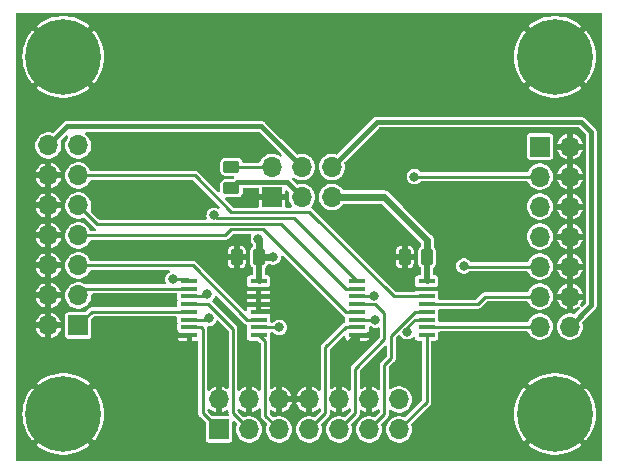
<source format=gtl>
G04 #@! TF.GenerationSoftware,KiCad,Pcbnew,7.0.0-da2b9df05c~163~ubuntu22.04.1*
G04 #@! TF.CreationDate,2023-03-12T18:54:23+00:00*
G04 #@! TF.ProjectId,userioswitchhdr,75736572-696f-4737-9769-746368686472,rev?*
G04 #@! TF.SameCoordinates,Original*
G04 #@! TF.FileFunction,Copper,L1,Top*
G04 #@! TF.FilePolarity,Positive*
%FSLAX46Y46*%
G04 Gerber Fmt 4.6, Leading zero omitted, Abs format (unit mm)*
G04 Created by KiCad (PCBNEW 7.0.0-da2b9df05c~163~ubuntu22.04.1) date 2023-03-12 18:54:23*
%MOMM*%
%LPD*%
G01*
G04 APERTURE LIST*
G04 Aperture macros list*
%AMRoundRect*
0 Rectangle with rounded corners*
0 $1 Rounding radius*
0 $2 $3 $4 $5 $6 $7 $8 $9 X,Y pos of 4 corners*
0 Add a 4 corners polygon primitive as box body*
4,1,4,$2,$3,$4,$5,$6,$7,$8,$9,$2,$3,0*
0 Add four circle primitives for the rounded corners*
1,1,$1+$1,$2,$3*
1,1,$1+$1,$4,$5*
1,1,$1+$1,$6,$7*
1,1,$1+$1,$8,$9*
0 Add four rect primitives between the rounded corners*
20,1,$1+$1,$2,$3,$4,$5,0*
20,1,$1+$1,$4,$5,$6,$7,0*
20,1,$1+$1,$6,$7,$8,$9,0*
20,1,$1+$1,$8,$9,$2,$3,0*%
G04 Aperture macros list end*
G04 #@! TA.AperFunction,ComponentPad*
%ADD10R,1.700000X1.700000*%
G04 #@! TD*
G04 #@! TA.AperFunction,ComponentPad*
%ADD11O,1.700000X1.700000*%
G04 #@! TD*
G04 #@! TA.AperFunction,SMDPad,CuDef*
%ADD12RoundRect,0.250000X0.250000X0.475000X-0.250000X0.475000X-0.250000X-0.475000X0.250000X-0.475000X0*%
G04 #@! TD*
G04 #@! TA.AperFunction,ComponentPad*
%ADD13C,3.600000*%
G04 #@! TD*
G04 #@! TA.AperFunction,ConnectorPad*
%ADD14C,6.400000*%
G04 #@! TD*
G04 #@! TA.AperFunction,SMDPad,CuDef*
%ADD15R,1.475000X0.450000*%
G04 #@! TD*
G04 #@! TA.AperFunction,SMDPad,CuDef*
%ADD16RoundRect,0.250000X0.450000X-0.262500X0.450000X0.262500X-0.450000X0.262500X-0.450000X-0.262500X0*%
G04 #@! TD*
G04 #@! TA.AperFunction,ViaPad*
%ADD17C,0.800000*%
G04 #@! TD*
G04 #@! TA.AperFunction,Conductor*
%ADD18C,0.250000*%
G04 #@! TD*
G04 #@! TA.AperFunction,Conductor*
%ADD19C,0.400000*%
G04 #@! TD*
G04 #@! TA.AperFunction,Conductor*
%ADD20C,0.600000*%
G04 #@! TD*
G04 #@! TA.AperFunction,Conductor*
%ADD21C,0.500000*%
G04 #@! TD*
G04 APERTURE END LIST*
D10*
G04 #@! TO.P,J1,1,Pin_1*
G04 #@! TO.N,/D3*
X194919999Y-106552999D03*
D11*
G04 #@! TO.P,J1,2,Pin_2*
G04 #@! TO.N,GND*
X194919999Y-104012999D03*
G04 #@! TO.P,J1,3,Pin_3*
G04 #@! TO.N,/D4*
X197459999Y-106552999D03*
G04 #@! TO.P,J1,4,Pin_4*
G04 #@! TO.N,GND*
X197459999Y-104012999D03*
G04 #@! TO.P,J1,5,Pin_5*
G04 #@! TO.N,/D2*
X199999999Y-106552999D03*
G04 #@! TO.P,J1,6,Pin_6*
G04 #@! TO.N,GND*
X199999999Y-104012999D03*
G04 #@! TO.P,J1,7,Pin_7*
G04 #@! TO.N,/D5*
X202539999Y-106552999D03*
G04 #@! TO.P,J1,8,Pin_8*
G04 #@! TO.N,GND*
X202539999Y-104012999D03*
G04 #@! TO.P,J1,9,Pin_9*
G04 #@! TO.N,/D1*
X205079999Y-106552999D03*
G04 #@! TO.P,J1,10,Pin_10*
G04 #@! TO.N,GND*
X205079999Y-104012999D03*
G04 #@! TO.P,J1,11,Pin_11*
G04 #@! TO.N,/D6*
X207619999Y-106552999D03*
G04 #@! TO.P,J1,12,Pin_12*
G04 #@! TO.N,GND*
X207619999Y-104012999D03*
G04 #@! TO.P,J1,13,Pin_13*
G04 #@! TO.N,/D7*
X210159999Y-106552999D03*
G04 #@! TO.P,J1,14,Pin_14*
G04 #@! TO.N,VBUS*
X210159999Y-104012999D03*
G04 #@! TD*
D10*
G04 #@! TO.P,J2,1,Pin_1*
G04 #@! TO.N,GND*
X199389999Y-86867999D03*
D11*
G04 #@! TO.P,J2,2,Pin_2*
G04 #@! TO.N,/SEL*
X199389999Y-84327999D03*
G04 #@! TO.P,J2,3,Pin_3*
G04 #@! TO.N,VBUS*
X201929999Y-86867999D03*
G04 #@! TO.P,J2,4,Pin_4*
G04 #@! TO.N,/VBUSA*
X201929999Y-84327999D03*
G04 #@! TO.P,J2,5,Pin_5*
G04 #@! TO.N,VBUS*
X204469999Y-86867999D03*
G04 #@! TO.P,J2,6,Pin_6*
G04 #@! TO.N,/VBUSB*
X204469999Y-84327999D03*
G04 #@! TD*
D12*
G04 #@! TO.P,C2,1*
G04 #@! TO.N,VBUS*
X212532000Y-91948000D03*
G04 #@! TO.P,C2,2*
G04 #@! TO.N,GND*
X210632000Y-91948000D03*
G04 #@! TD*
D13*
G04 #@! TO.P,H1,1,1*
G04 #@! TO.N,GND*
X181730000Y-75000000D03*
D14*
X181730000Y-75000000D03*
G04 #@! TD*
D10*
G04 #@! TO.P,J3,1,Pin_1*
G04 #@! TO.N,/S3A*
X182999999Y-97744999D03*
D11*
G04 #@! TO.P,J3,2,Pin_2*
G04 #@! TO.N,GND*
X180459999Y-97744999D03*
G04 #@! TO.P,J3,3,Pin_3*
G04 #@! TO.N,/S4A*
X182999999Y-95204999D03*
G04 #@! TO.P,J3,4,Pin_4*
G04 #@! TO.N,GND*
X180459999Y-95204999D03*
G04 #@! TO.P,J3,5,Pin_5*
G04 #@! TO.N,/S2A*
X182999999Y-92664999D03*
G04 #@! TO.P,J3,6,Pin_6*
G04 #@! TO.N,GND*
X180459999Y-92664999D03*
G04 #@! TO.P,J3,7,Pin_7*
G04 #@! TO.N,/S5A*
X182999999Y-90124999D03*
G04 #@! TO.P,J3,8,Pin_8*
G04 #@! TO.N,GND*
X180459999Y-90124999D03*
G04 #@! TO.P,J3,9,Pin_9*
G04 #@! TO.N,/S1A*
X182999999Y-87584999D03*
G04 #@! TO.P,J3,10,Pin_10*
G04 #@! TO.N,GND*
X180459999Y-87584999D03*
G04 #@! TO.P,J3,11,Pin_11*
G04 #@! TO.N,/S6A*
X182999999Y-85044999D03*
G04 #@! TO.P,J3,12,Pin_12*
G04 #@! TO.N,GND*
X180459999Y-85044999D03*
G04 #@! TO.P,J3,13,Pin_13*
G04 #@! TO.N,/S7A*
X182999999Y-82504999D03*
G04 #@! TO.P,J3,14,Pin_14*
G04 #@! TO.N,/VBUSA*
X180459999Y-82504999D03*
G04 #@! TD*
D15*
G04 #@! TO.P,IC2,1,SEL*
G04 #@! TO.N,/SEL*
X206611999Y-93990999D03*
G04 #@! TO.P,IC2,2,S1A*
G04 #@! TO.N,/S1A*
X206611999Y-94640999D03*
G04 #@! TO.P,IC2,3,S1B*
G04 #@! TO.N,/S1B*
X206611999Y-95290999D03*
G04 #@! TO.P,IC2,4,D1*
G04 #@! TO.N,/D1*
X206611999Y-95940999D03*
G04 #@! TO.P,IC2,5,S2A*
G04 #@! TO.N,/S5A*
X206611999Y-96590999D03*
G04 #@! TO.P,IC2,6,S2B*
G04 #@! TO.N,/S5B*
X206611999Y-97240999D03*
G04 #@! TO.P,IC2,7,D2*
G04 #@! TO.N,/D5*
X206611999Y-97890999D03*
G04 #@! TO.P,IC2,8,GND*
G04 #@! TO.N,GND*
X206611999Y-98540999D03*
G04 #@! TO.P,IC2,9,D3*
G04 #@! TO.N,/D7*
X212487999Y-98540999D03*
G04 #@! TO.P,IC2,10,S3B*
G04 #@! TO.N,/S7B*
X212487999Y-97890999D03*
G04 #@! TO.P,IC2,11,S3A*
G04 #@! TO.N,/S7A*
X212487999Y-97240999D03*
G04 #@! TO.P,IC2,12,D4*
G04 #@! TO.N,/D6*
X212487999Y-96590999D03*
G04 #@! TO.P,IC2,13,S4B*
G04 #@! TO.N,/S6B*
X212487999Y-95940999D03*
G04 #@! TO.P,IC2,14,S4A*
G04 #@! TO.N,/S6A*
X212487999Y-95290999D03*
G04 #@! TO.P,IC2,15,~{EN}*
G04 #@! TO.N,GND*
X212487999Y-94640999D03*
G04 #@! TO.P,IC2,16,VDD*
G04 #@! TO.N,VBUS*
X212487999Y-93990999D03*
G04 #@! TD*
D13*
G04 #@! TO.P,H4,1,1*
G04 #@! TO.N,GND*
X223350000Y-75000000D03*
D14*
X223350000Y-75000000D03*
G04 #@! TD*
D11*
G04 #@! TO.P,J4,14,Pin_14*
G04 #@! TO.N,/VBUSB*
X224619999Y-97834999D03*
G04 #@! TO.P,J4,13,Pin_13*
G04 #@! TO.N,/S7B*
X222079999Y-97834999D03*
G04 #@! TO.P,J4,12,Pin_12*
G04 #@! TO.N,GND*
X224619999Y-95294999D03*
G04 #@! TO.P,J4,11,Pin_11*
G04 #@! TO.N,/S6B*
X222079999Y-95294999D03*
G04 #@! TO.P,J4,10,Pin_10*
G04 #@! TO.N,GND*
X224619999Y-92754999D03*
G04 #@! TO.P,J4,9,Pin_9*
G04 #@! TO.N,/S1B*
X222079999Y-92754999D03*
G04 #@! TO.P,J4,8,Pin_8*
G04 #@! TO.N,GND*
X224619999Y-90214999D03*
G04 #@! TO.P,J4,7,Pin_7*
G04 #@! TO.N,/S5B*
X222079999Y-90214999D03*
G04 #@! TO.P,J4,6,Pin_6*
G04 #@! TO.N,GND*
X224619999Y-87674999D03*
G04 #@! TO.P,J4,5,Pin_5*
G04 #@! TO.N,/S2B*
X222079999Y-87674999D03*
G04 #@! TO.P,J4,4,Pin_4*
G04 #@! TO.N,GND*
X224619999Y-85134999D03*
G04 #@! TO.P,J4,3,Pin_3*
G04 #@! TO.N,/S4B*
X222079999Y-85134999D03*
G04 #@! TO.P,J4,2,Pin_2*
G04 #@! TO.N,GND*
X224619999Y-82594999D03*
D10*
G04 #@! TO.P,J4,1,Pin_1*
G04 #@! TO.N,/S3B*
X222079999Y-82594999D03*
G04 #@! TD*
D13*
G04 #@! TO.P,H2,1,1*
G04 #@! TO.N,GND*
X181730000Y-105250000D03*
D14*
X181730000Y-105250000D03*
G04 #@! TD*
D15*
G04 #@! TO.P,IC1,1,SEL*
G04 #@! TO.N,/SEL*
X192387999Y-93990999D03*
G04 #@! TO.P,IC1,2,S1A*
G04 #@! TO.N,/S4A*
X192387999Y-94640999D03*
G04 #@! TO.P,IC1,3,S1B*
G04 #@! TO.N,/S4B*
X192387999Y-95290999D03*
G04 #@! TO.P,IC1,4,D1*
G04 #@! TO.N,/D4*
X192387999Y-95940999D03*
G04 #@! TO.P,IC1,5,S2A*
G04 #@! TO.N,/S3A*
X192387999Y-96590999D03*
G04 #@! TO.P,IC1,6,S2B*
G04 #@! TO.N,/S3B*
X192387999Y-97240999D03*
G04 #@! TO.P,IC1,7,D2*
G04 #@! TO.N,/D3*
X192387999Y-97890999D03*
G04 #@! TO.P,IC1,8,GND*
G04 #@! TO.N,GND*
X192387999Y-98540999D03*
G04 #@! TO.P,IC1,9,D3*
G04 #@! TO.N,/D2*
X198263999Y-98540999D03*
G04 #@! TO.P,IC1,10,S3B*
G04 #@! TO.N,/S2B*
X198263999Y-97890999D03*
G04 #@! TO.P,IC1,11,S3A*
G04 #@! TO.N,/S2A*
X198263999Y-97240999D03*
G04 #@! TO.P,IC1,12,D4*
G04 #@! TO.N,GND*
X198263999Y-96590999D03*
G04 #@! TO.P,IC1,13,S4B*
X198263999Y-95940999D03*
G04 #@! TO.P,IC1,14,S4A*
X198263999Y-95290999D03*
G04 #@! TO.P,IC1,15,~{EN}*
X198263999Y-94640999D03*
G04 #@! TO.P,IC1,16,VDD*
G04 #@! TO.N,VBUS*
X198263999Y-93990999D03*
G04 #@! TD*
D13*
G04 #@! TO.P,H3,1,1*
G04 #@! TO.N,GND*
X223350000Y-105250000D03*
D14*
X223350000Y-105250000D03*
G04 #@! TD*
D12*
G04 #@! TO.P,C1,1*
G04 #@! TO.N,VBUS*
X198308000Y-91948000D03*
G04 #@! TO.P,C1,2*
G04 #@! TO.N,GND*
X196408000Y-91948000D03*
G04 #@! TD*
D16*
G04 #@! TO.P,R1,1*
G04 #@! TO.N,VBUS*
X195961000Y-86129500D03*
G04 #@! TO.P,R1,2*
G04 #@! TO.N,/SEL*
X195961000Y-84304500D03*
G04 #@! TD*
D17*
G04 #@! TO.N,GND*
X191897000Y-86995000D03*
X209423000Y-92202000D03*
G04 #@! TO.N,VBUS*
X198247000Y-90424000D03*
X199517000Y-91948000D03*
G04 #@! TO.N,GND*
X205232000Y-88900000D03*
X188341000Y-93853000D03*
X199644000Y-94615000D03*
X204978000Y-100076000D03*
X210566000Y-94234000D03*
X210566000Y-90207500D03*
X195072000Y-91948000D03*
X187579000Y-95631000D03*
X196469000Y-90504500D03*
X213868000Y-94615000D03*
X196596000Y-94615000D03*
X190754000Y-95631000D03*
G04 #@! TO.N,/SEL*
X191008000Y-93853000D03*
X194504261Y-88434501D03*
G04 #@! TO.N,/S5B*
X208153000Y-97282000D03*
G04 #@! TO.N,/S7A*
X210837799Y-98278299D03*
G04 #@! TO.N,/S1B*
X208029083Y-95216500D03*
X215646000Y-92710000D03*
G04 #@! TO.N,/S2B*
X200025000Y-97917000D03*
G04 #@! TO.N,/S3B*
X194056000Y-97155000D03*
G04 #@! TO.N,/S4B*
X193929000Y-95123000D03*
X211455000Y-85135000D03*
G04 #@! TD*
D18*
G04 #@! TO.N,/S3A*
X192388000Y-96591000D02*
X184154000Y-96591000D01*
X184154000Y-96591000D02*
X183000000Y-97745000D01*
G04 #@! TO.N,/S4A*
X183000000Y-95205000D02*
X183564000Y-94641000D01*
X183564000Y-94641000D02*
X192388000Y-94641000D01*
G04 #@! TO.N,/S2A*
X198264000Y-97241000D02*
X197250500Y-97241000D01*
X197250500Y-97241000D02*
X192674500Y-92665000D01*
X192674500Y-92665000D02*
X183000000Y-92665000D01*
G04 #@! TO.N,/S5A*
X206612000Y-96591000D02*
X205624500Y-96591000D01*
X205624500Y-96591000D02*
X198642002Y-89608502D01*
X198642002Y-89608502D02*
X195961000Y-89608502D01*
X195961000Y-89608502D02*
X195444502Y-90125000D01*
X195444502Y-90125000D02*
X183000000Y-90125000D01*
G04 #@! TO.N,/S1A*
X206612000Y-94641000D02*
X205624500Y-94641000D01*
X200142501Y-89159001D02*
X184574001Y-89159001D01*
X205624500Y-94641000D02*
X200142501Y-89159001D01*
X184574001Y-89159001D02*
X183000000Y-87585000D01*
G04 #@! TO.N,/S6A*
X212488000Y-95291000D02*
X209719380Y-95291000D01*
X202566380Y-88138000D02*
X195962380Y-88138000D01*
X209719380Y-95291000D02*
X202566380Y-88138000D01*
X195962380Y-88138000D02*
X192869380Y-85045000D01*
X192869380Y-85045000D02*
X183000000Y-85045000D01*
D19*
G04 #@! TO.N,/VBUSA*
X180460000Y-82505000D02*
X182066000Y-80899000D01*
X182066000Y-80899000D02*
X198501000Y-80899000D01*
X198501000Y-80899000D02*
X201930000Y-84328000D01*
G04 #@! TO.N,/VBUSB*
X204470000Y-84328000D02*
X208280000Y-80518000D01*
X208280000Y-80518000D02*
X225552000Y-80518000D01*
X225552000Y-80518000D02*
X226441000Y-81407000D01*
X226441000Y-81407000D02*
X226441000Y-96014000D01*
X226441000Y-96014000D02*
X224620000Y-97835000D01*
D18*
G04 #@! TO.N,/S7B*
X212488000Y-97891000D02*
X213475500Y-97891000D01*
X213475500Y-97891000D02*
X213531500Y-97835000D01*
X213531500Y-97835000D02*
X222080000Y-97835000D01*
G04 #@! TO.N,/S6B*
X212488000Y-95941000D02*
X216797500Y-95941000D01*
X216797500Y-95941000D02*
X217443500Y-95295000D01*
X217443500Y-95295000D02*
X222080000Y-95295000D01*
G04 #@! TO.N,/S1B*
X222080000Y-92755000D02*
X215691000Y-92755000D01*
X215691000Y-92755000D02*
X215646000Y-92710000D01*
G04 #@! TO.N,/S4B*
X211455000Y-85135000D02*
X222080000Y-85135000D01*
G04 #@! TO.N,/D1*
X206612000Y-95941000D02*
X208150152Y-95941000D01*
X206445000Y-101403000D02*
X206445000Y-105188000D01*
X208150152Y-95941000D02*
X208915000Y-96705848D01*
X208915000Y-96705848D02*
X208915000Y-98933000D01*
X208915000Y-98933000D02*
X206445000Y-101403000D01*
X206445000Y-105188000D02*
X205080000Y-106553000D01*
G04 #@! TO.N,/D3*
X192388000Y-97891000D02*
X193375500Y-97891000D01*
X193375500Y-97891000D02*
X193548000Y-98063500D01*
X193548000Y-98063500D02*
X193548000Y-105181000D01*
X193548000Y-105181000D02*
X194920000Y-106553000D01*
G04 #@! TO.N,/D4*
X192388000Y-95941000D02*
X194002903Y-95941000D01*
X194002903Y-95941000D02*
X196095000Y-98033097D01*
X196095000Y-98033097D02*
X196095000Y-105188000D01*
X196095000Y-105188000D02*
X197460000Y-106553000D01*
G04 #@! TO.N,/D2*
X198264000Y-98541000D02*
X198825000Y-99102000D01*
X198825000Y-99102000D02*
X198825000Y-105378000D01*
X198825000Y-105378000D02*
X200000000Y-106553000D01*
G04 #@! TO.N,/D5*
X206612000Y-97891000D02*
X205624500Y-97891000D01*
X205624500Y-97891000D02*
X203905000Y-99610500D01*
X203905000Y-99610500D02*
X203905000Y-105188000D01*
X203905000Y-105188000D02*
X202540000Y-106553000D01*
G04 #@! TO.N,/D6*
X212488000Y-96591000D02*
X211500500Y-96591000D01*
X211500500Y-96591000D02*
X209491501Y-98599999D01*
X209491501Y-98599999D02*
X209491501Y-100515499D01*
X209491501Y-100515499D02*
X208915000Y-101092000D01*
X208915000Y-101092000D02*
X208915000Y-105258000D01*
X208915000Y-105258000D02*
X207620000Y-106553000D01*
G04 #@! TO.N,/S7A*
X212488000Y-97241000D02*
X211500500Y-97241000D01*
X211500500Y-97241000D02*
X210837799Y-97903701D01*
X210837799Y-97903701D02*
X210837799Y-98278299D01*
G04 #@! TO.N,/D7*
X212488000Y-98541000D02*
X212488000Y-104225000D01*
X212488000Y-104225000D02*
X210160000Y-106553000D01*
G04 #@! TO.N,/SEL*
X194715760Y-88646000D02*
X194504261Y-88434501D01*
X206612000Y-93991000D02*
X201267000Y-88646000D01*
X201267000Y-88646000D02*
X194715760Y-88646000D01*
D20*
G04 #@! TO.N,VBUS*
X204470000Y-86868000D02*
X208915000Y-86868000D01*
X208915000Y-86868000D02*
X212532000Y-90485000D01*
X212532000Y-90485000D02*
X212532000Y-91948000D01*
D21*
X212532000Y-91948000D02*
X212532000Y-93947000D01*
X198308000Y-91948000D02*
X198308000Y-93947000D01*
D19*
X196472500Y-85618000D02*
X200680000Y-85618000D01*
X198308000Y-90485000D02*
X198247000Y-90424000D01*
X198308000Y-93947000D02*
X198264000Y-93991000D01*
X212532000Y-93947000D02*
X212488000Y-93991000D01*
X200680000Y-85618000D02*
X201930000Y-86868000D01*
X195961000Y-86129500D02*
X196472500Y-85618000D01*
D20*
X198308000Y-91948000D02*
X199517000Y-91948000D01*
X198308000Y-91948000D02*
X198308000Y-90485000D01*
D19*
G04 #@! TO.N,GND*
X206513000Y-98541000D02*
X204978000Y-100076000D01*
X206612000Y-98541000D02*
X206513000Y-98541000D01*
D18*
G04 #@! TO.N,/SEL*
X191008000Y-93853000D02*
X192250000Y-93853000D01*
X195961000Y-84304500D02*
X195984500Y-84328000D01*
X195984500Y-84328000D02*
X199390000Y-84328000D01*
X192250000Y-93853000D02*
X192388000Y-93991000D01*
G04 #@! TO.N,/S5B*
X206612000Y-97241000D02*
X208153000Y-97282000D01*
G04 #@! TO.N,/S1B*
X206612000Y-95291000D02*
X207958346Y-95291000D01*
G04 #@! TO.N,/S2B*
X200025000Y-97917000D02*
X198290000Y-97917000D01*
X198290000Y-97917000D02*
X198264000Y-97891000D01*
G04 #@! TO.N,/S3B*
X193970000Y-97241000D02*
X194056000Y-97155000D01*
X192388000Y-97241000D02*
X193970000Y-97241000D01*
G04 #@! TO.N,/S4B*
X193634000Y-95291000D02*
X193802000Y-95123000D01*
X192388000Y-95291000D02*
X193634000Y-95291000D01*
G04 #@! TD*
G04 #@! TA.AperFunction,Conductor*
G04 #@! TO.N,GND*
G36*
X198223000Y-86089381D02*
G01*
X198269119Y-86135500D01*
X198286000Y-86198500D01*
X198286000Y-86597410D01*
X198289506Y-86610493D01*
X198302590Y-86614000D01*
X200477409Y-86614000D01*
X200490492Y-86610493D01*
X200493999Y-86597410D01*
X200493999Y-86378951D01*
X200507732Y-86321748D01*
X200545938Y-86277015D01*
X200600288Y-86254502D01*
X200658935Y-86259118D01*
X200709094Y-86289856D01*
X200841289Y-86422051D01*
X200874148Y-86479472D01*
X200873385Y-86545626D01*
X200841248Y-86658578D01*
X200841246Y-86658584D01*
X200839655Y-86664179D01*
X200839118Y-86669972D01*
X200839116Y-86669984D01*
X200823112Y-86842703D01*
X200820768Y-86868000D01*
X200821306Y-86873806D01*
X200839116Y-87066015D01*
X200839117Y-87066025D01*
X200839655Y-87071821D01*
X200841249Y-87077426D01*
X200841250Y-87077427D01*
X200871657Y-87184299D01*
X200895672Y-87268701D01*
X200986912Y-87451935D01*
X200990421Y-87456582D01*
X200990422Y-87456583D01*
X201065927Y-87556568D01*
X201090840Y-87620874D01*
X201078168Y-87688663D01*
X201031707Y-87739627D01*
X200965377Y-87758500D01*
X200620000Y-87758500D01*
X200557000Y-87741619D01*
X200510881Y-87695500D01*
X200494000Y-87632500D01*
X200494000Y-87138590D01*
X200490493Y-87125506D01*
X200477410Y-87122000D01*
X198302591Y-87122000D01*
X198289507Y-87125506D01*
X198286001Y-87138590D01*
X198286001Y-87632500D01*
X198269120Y-87695500D01*
X198223001Y-87741619D01*
X198160001Y-87758500D01*
X196171764Y-87758500D01*
X196123546Y-87748909D01*
X196082669Y-87721595D01*
X195472668Y-87111594D01*
X195441930Y-87061435D01*
X195437314Y-87002788D01*
X195459827Y-86948438D01*
X195504560Y-86910232D01*
X195561759Y-86896499D01*
X196459254Y-86896499D01*
X196519342Y-86890040D01*
X196655267Y-86839342D01*
X196771404Y-86752404D01*
X196858342Y-86636267D01*
X196909040Y-86500342D01*
X196915500Y-86440255D01*
X196915499Y-86198499D01*
X196932380Y-86135500D01*
X196978499Y-86089381D01*
X197041499Y-86072500D01*
X198160000Y-86072500D01*
X198223000Y-86089381D01*
G37*
G04 #@! TD.AperFunction*
G04 #@! TA.AperFunction,Conductor*
G36*
X194819521Y-97315991D02*
G01*
X194872952Y-97347743D01*
X195678595Y-98153386D01*
X195705909Y-98194263D01*
X195715500Y-98242481D01*
X195715500Y-102980847D01*
X195698131Y-103044685D01*
X195650812Y-103090923D01*
X195586590Y-103106813D01*
X195523170Y-103087975D01*
X195419153Y-103023571D01*
X195408771Y-103018401D01*
X195228853Y-102948700D01*
X195217692Y-102945524D01*
X195187641Y-102939907D01*
X195176440Y-102940295D01*
X195174000Y-102951237D01*
X195174000Y-105074763D01*
X195176440Y-105085704D01*
X195187641Y-105086092D01*
X195217692Y-105080475D01*
X195228853Y-105077299D01*
X195408771Y-105007598D01*
X195419153Y-105002428D01*
X195523170Y-104938025D01*
X195586590Y-104919187D01*
X195650812Y-104935077D01*
X195698131Y-104981315D01*
X195715500Y-105045153D01*
X195715500Y-105135574D01*
X195712818Y-105161430D01*
X195710581Y-105172100D01*
X195711872Y-105182457D01*
X195711872Y-105182460D01*
X195714532Y-105203796D01*
X195714858Y-105209057D01*
X195715070Y-105209040D01*
X195715500Y-105214233D01*
X195715500Y-105219443D01*
X195716356Y-105224574D01*
X195716357Y-105224584D01*
X195718956Y-105240160D01*
X195719705Y-105245303D01*
X195726248Y-105297781D01*
X195725341Y-105297894D01*
X195727994Y-105344523D01*
X195704943Y-105397820D01*
X195660439Y-105435120D01*
X195603934Y-105448500D01*
X194404384Y-105448500D01*
X194356166Y-105438909D01*
X194315289Y-105411595D01*
X193964405Y-105060711D01*
X193937091Y-105019834D01*
X193927500Y-104971616D01*
X193927500Y-104887473D01*
X193940709Y-104831310D01*
X193977568Y-104786923D01*
X194030348Y-104763618D01*
X194087982Y-104766283D01*
X194138386Y-104794358D01*
X194247533Y-104893859D01*
X194256796Y-104900854D01*
X194420846Y-105002428D01*
X194431228Y-105007598D01*
X194611146Y-105077299D01*
X194622307Y-105080475D01*
X194652358Y-105086092D01*
X194663559Y-105085704D01*
X194666000Y-105074763D01*
X194666000Y-102951237D01*
X194663559Y-102940295D01*
X194652358Y-102939907D01*
X194622307Y-102945524D01*
X194611146Y-102948700D01*
X194431228Y-103018401D01*
X194420846Y-103023571D01*
X194256796Y-103125145D01*
X194247533Y-103132140D01*
X194138386Y-103231642D01*
X194087982Y-103259717D01*
X194030348Y-103262382D01*
X193977568Y-103239077D01*
X193940709Y-103194690D01*
X193927500Y-103138527D01*
X193927500Y-98115926D01*
X193930182Y-98090067D01*
X193932419Y-98079400D01*
X193928468Y-98047704D01*
X193928141Y-98042447D01*
X193927931Y-98042465D01*
X193927500Y-98037269D01*
X193927500Y-98032057D01*
X193924039Y-98011317D01*
X193923294Y-98006201D01*
X193922833Y-98002506D01*
X193916752Y-97953718D01*
X193916751Y-97953717D01*
X193919213Y-97953410D01*
X193916937Y-97913491D01*
X193939985Y-97860188D01*
X193984490Y-97822883D01*
X194041000Y-97809500D01*
X194127854Y-97809500D01*
X194135471Y-97809500D01*
X194289793Y-97771463D01*
X194430529Y-97697599D01*
X194549498Y-97592201D01*
X194639787Y-97461395D01*
X194666044Y-97392159D01*
X194701737Y-97341275D01*
X194757412Y-97313644D01*
X194819521Y-97315991D01*
G37*
G04 #@! TD.AperFunction*
G04 #@! TA.AperFunction,Conductor*
G36*
X227276500Y-71277381D02*
G01*
X227322619Y-71323500D01*
X227339500Y-71386500D01*
X227339500Y-109113500D01*
X227322619Y-109176500D01*
X227276500Y-109222619D01*
X227213500Y-109239500D01*
X177866500Y-109239500D01*
X177803500Y-109222619D01*
X177757381Y-109176500D01*
X177740500Y-109113500D01*
X177740500Y-107867911D01*
X179476383Y-107867911D01*
X179483481Y-107879589D01*
X179488159Y-107884020D01*
X179493363Y-107888441D01*
X179786089Y-108110966D01*
X179791745Y-108114801D01*
X180106821Y-108304376D01*
X180112830Y-108307562D01*
X180446565Y-108461964D01*
X180452907Y-108464490D01*
X180801363Y-108581899D01*
X180807935Y-108583724D01*
X181167052Y-108662771D01*
X181173776Y-108663873D01*
X181539331Y-108703630D01*
X181546145Y-108704000D01*
X181913855Y-108704000D01*
X181920668Y-108703630D01*
X182286223Y-108663873D01*
X182292947Y-108662771D01*
X182652064Y-108583724D01*
X182658636Y-108581899D01*
X183007092Y-108464490D01*
X183013434Y-108461964D01*
X183347169Y-108307562D01*
X183353178Y-108304376D01*
X183668254Y-108114801D01*
X183673910Y-108110966D01*
X183966643Y-107888435D01*
X183971829Y-107884031D01*
X183976521Y-107879586D01*
X183983616Y-107867913D01*
X183983615Y-107867911D01*
X221096383Y-107867911D01*
X221103481Y-107879589D01*
X221108159Y-107884020D01*
X221113363Y-107888441D01*
X221406089Y-108110966D01*
X221411745Y-108114801D01*
X221726821Y-108304376D01*
X221732830Y-108307562D01*
X222066565Y-108461964D01*
X222072907Y-108464490D01*
X222421363Y-108581899D01*
X222427935Y-108583724D01*
X222787052Y-108662771D01*
X222793776Y-108663873D01*
X223159331Y-108703630D01*
X223166145Y-108704000D01*
X223533855Y-108704000D01*
X223540668Y-108703630D01*
X223906223Y-108663873D01*
X223912947Y-108662771D01*
X224272064Y-108583724D01*
X224278636Y-108581899D01*
X224627092Y-108464490D01*
X224633434Y-108461964D01*
X224967169Y-108307562D01*
X224973178Y-108304376D01*
X225288254Y-108114801D01*
X225293910Y-108110966D01*
X225586643Y-107888435D01*
X225591829Y-107884031D01*
X225596521Y-107879586D01*
X225603616Y-107867913D01*
X225596835Y-107856045D01*
X223361729Y-105620939D01*
X223350000Y-105614167D01*
X223338270Y-105620939D01*
X221103162Y-107856046D01*
X221096383Y-107867911D01*
X183983615Y-107867911D01*
X183976835Y-107856045D01*
X181741729Y-105620939D01*
X181730000Y-105614167D01*
X181718270Y-105620939D01*
X179483162Y-107856046D01*
X179476383Y-107867911D01*
X177740500Y-107867911D01*
X177740500Y-105253412D01*
X178271112Y-105253412D01*
X178291018Y-105620572D01*
X178291757Y-105627369D01*
X178351245Y-105990224D01*
X178352712Y-105996892D01*
X178451086Y-106351200D01*
X178453261Y-106357656D01*
X178589368Y-106699260D01*
X178592224Y-106705435D01*
X178764471Y-107030327D01*
X178767979Y-107036157D01*
X178974340Y-107340516D01*
X178978469Y-107345947D01*
X179103287Y-107492895D01*
X179114814Y-107500634D01*
X179126935Y-107493853D01*
X181359060Y-105261729D01*
X181365832Y-105250000D01*
X181365831Y-105249999D01*
X182094167Y-105249999D01*
X182100939Y-105261729D01*
X184333063Y-107493853D01*
X184345184Y-107500634D01*
X184356711Y-107492894D01*
X184481531Y-107345947D01*
X184485659Y-107340516D01*
X184692020Y-107036157D01*
X184695528Y-107030327D01*
X184867775Y-106705435D01*
X184870631Y-106699260D01*
X185006738Y-106357656D01*
X185008913Y-106351200D01*
X185107287Y-105996892D01*
X185108754Y-105990224D01*
X185168242Y-105627369D01*
X185168981Y-105620572D01*
X185188888Y-105253412D01*
X185188888Y-105246588D01*
X185168981Y-104879427D01*
X185168242Y-104872630D01*
X185108754Y-104509775D01*
X185107287Y-104503107D01*
X185008913Y-104148799D01*
X185006738Y-104142343D01*
X184870631Y-103800739D01*
X184867775Y-103794564D01*
X184695528Y-103469672D01*
X184692020Y-103463842D01*
X184485659Y-103159483D01*
X184481531Y-103154052D01*
X184356711Y-103007103D01*
X184345184Y-102999364D01*
X184333063Y-103006145D01*
X182100939Y-105238270D01*
X182094167Y-105249999D01*
X181365831Y-105249999D01*
X181359060Y-105238270D01*
X179126934Y-103006144D01*
X179114814Y-102999363D01*
X179103288Y-103007103D01*
X178978469Y-103154051D01*
X178974338Y-103159485D01*
X178767979Y-103463842D01*
X178764471Y-103469672D01*
X178592224Y-103794564D01*
X178589368Y-103800739D01*
X178453261Y-104142343D01*
X178451086Y-104148799D01*
X178352712Y-104503107D01*
X178351245Y-104509775D01*
X178291757Y-104872630D01*
X178291018Y-104879427D01*
X178271112Y-105246588D01*
X178271112Y-105253412D01*
X177740500Y-105253412D01*
X177740500Y-102632086D01*
X179476382Y-102632086D01*
X179483161Y-102643951D01*
X181718270Y-104879060D01*
X181730000Y-104885832D01*
X181741729Y-104879060D01*
X183976836Y-102643952D01*
X183983615Y-102632087D01*
X183976517Y-102620409D01*
X183971840Y-102615979D01*
X183966636Y-102611558D01*
X183673910Y-102389033D01*
X183668254Y-102385198D01*
X183353178Y-102195623D01*
X183347169Y-102192437D01*
X183013434Y-102038035D01*
X183007092Y-102035509D01*
X182658636Y-101918100D01*
X182652064Y-101916275D01*
X182292947Y-101837228D01*
X182286223Y-101836126D01*
X181920668Y-101796369D01*
X181913855Y-101796000D01*
X181546145Y-101796000D01*
X181539331Y-101796369D01*
X181173776Y-101836126D01*
X181167052Y-101837228D01*
X180807935Y-101916275D01*
X180801363Y-101918100D01*
X180452907Y-102035509D01*
X180446565Y-102038035D01*
X180112830Y-102192437D01*
X180106821Y-102195623D01*
X179791745Y-102385198D01*
X179786089Y-102389033D01*
X179493360Y-102611560D01*
X179488167Y-102615971D01*
X179483478Y-102620412D01*
X179476382Y-102632086D01*
X177740500Y-102632086D01*
X177740500Y-98001620D01*
X179387922Y-98001620D01*
X179388451Y-98013061D01*
X179424546Y-98139918D01*
X179428734Y-98150729D01*
X179514742Y-98323456D01*
X179520850Y-98333321D01*
X179637126Y-98487296D01*
X179644944Y-98495872D01*
X179787533Y-98625859D01*
X179796796Y-98632854D01*
X179960846Y-98734428D01*
X179971228Y-98739598D01*
X180151146Y-98809299D01*
X180162307Y-98812475D01*
X180192358Y-98818092D01*
X180203559Y-98817704D01*
X180206000Y-98806763D01*
X180714000Y-98806763D01*
X180716440Y-98817704D01*
X180727641Y-98818092D01*
X180757692Y-98812475D01*
X180768853Y-98809299D01*
X180948771Y-98739598D01*
X180959153Y-98734428D01*
X181123203Y-98632854D01*
X181132466Y-98625859D01*
X181275055Y-98495872D01*
X181282873Y-98487296D01*
X181399149Y-98333321D01*
X181405257Y-98323456D01*
X181491265Y-98150729D01*
X181495453Y-98139918D01*
X181531548Y-98013061D01*
X181532077Y-98001620D01*
X181520933Y-97999000D01*
X180730590Y-97999000D01*
X180717506Y-98002506D01*
X180714000Y-98015590D01*
X180714000Y-98806763D01*
X180206000Y-98806763D01*
X180206000Y-98015590D01*
X180202493Y-98002506D01*
X180189410Y-97999000D01*
X179399067Y-97999000D01*
X179387922Y-98001620D01*
X177740500Y-98001620D01*
X177740500Y-97488379D01*
X179387922Y-97488379D01*
X179399067Y-97491000D01*
X180189410Y-97491000D01*
X180202493Y-97487493D01*
X180206000Y-97474410D01*
X180714000Y-97474410D01*
X180717506Y-97487493D01*
X180730590Y-97491000D01*
X181520933Y-97491000D01*
X181532077Y-97488379D01*
X181531548Y-97476938D01*
X181495453Y-97350081D01*
X181491265Y-97339270D01*
X181405257Y-97166543D01*
X181399149Y-97156678D01*
X181282873Y-97002703D01*
X181275055Y-96994127D01*
X181132466Y-96864140D01*
X181123203Y-96857145D01*
X180959153Y-96755571D01*
X180948771Y-96750401D01*
X180768853Y-96680700D01*
X180757692Y-96677524D01*
X180727641Y-96671907D01*
X180716440Y-96672295D01*
X180714000Y-96683237D01*
X180714000Y-97474410D01*
X180206000Y-97474410D01*
X180206000Y-96683237D01*
X180203559Y-96672295D01*
X180192358Y-96671907D01*
X180162307Y-96677524D01*
X180151146Y-96680700D01*
X179971228Y-96750401D01*
X179960846Y-96755571D01*
X179796796Y-96857145D01*
X179787533Y-96864140D01*
X179644944Y-96994127D01*
X179637126Y-97002703D01*
X179520850Y-97156678D01*
X179514742Y-97166543D01*
X179428734Y-97339270D01*
X179424546Y-97350081D01*
X179388451Y-97476938D01*
X179387922Y-97488379D01*
X177740500Y-97488379D01*
X177740500Y-95461620D01*
X179387922Y-95461620D01*
X179388451Y-95473061D01*
X179424546Y-95599918D01*
X179428734Y-95610729D01*
X179514742Y-95783456D01*
X179520850Y-95793321D01*
X179637126Y-95947296D01*
X179644944Y-95955872D01*
X179787533Y-96085859D01*
X179796796Y-96092854D01*
X179960846Y-96194428D01*
X179971228Y-96199598D01*
X180151146Y-96269299D01*
X180162307Y-96272475D01*
X180192358Y-96278092D01*
X180203559Y-96277704D01*
X180206000Y-96266763D01*
X180714000Y-96266763D01*
X180716440Y-96277704D01*
X180727641Y-96278092D01*
X180757692Y-96272475D01*
X180768853Y-96269299D01*
X180948771Y-96199598D01*
X180959153Y-96194428D01*
X181123203Y-96092854D01*
X181132466Y-96085859D01*
X181275055Y-95955872D01*
X181282873Y-95947296D01*
X181399149Y-95793321D01*
X181405257Y-95783456D01*
X181491265Y-95610729D01*
X181495453Y-95599918D01*
X181531548Y-95473061D01*
X181532077Y-95461620D01*
X181520933Y-95459000D01*
X180730590Y-95459000D01*
X180717506Y-95462506D01*
X180714000Y-95475590D01*
X180714000Y-96266763D01*
X180206000Y-96266763D01*
X180206000Y-95475590D01*
X180202493Y-95462506D01*
X180189410Y-95459000D01*
X179399067Y-95459000D01*
X179387922Y-95461620D01*
X177740500Y-95461620D01*
X177740500Y-95205000D01*
X181890768Y-95205000D01*
X181891306Y-95210806D01*
X181909116Y-95403015D01*
X181909117Y-95403025D01*
X181909655Y-95408821D01*
X181911249Y-95414426D01*
X181911250Y-95414427D01*
X181964026Y-95599918D01*
X181965672Y-95605701D01*
X181999930Y-95674500D01*
X182049250Y-95773549D01*
X182056912Y-95788935D01*
X182060421Y-95793582D01*
X182060422Y-95793583D01*
X182176755Y-95947634D01*
X182176759Y-95947638D01*
X182180268Y-95952285D01*
X182184570Y-95956207D01*
X182184573Y-95956210D01*
X182235397Y-96002542D01*
X182331538Y-96090186D01*
X182336489Y-96093251D01*
X182336491Y-96093253D01*
X182410992Y-96139382D01*
X182505573Y-96197944D01*
X182696444Y-96271888D01*
X182897653Y-96309500D01*
X183096519Y-96309500D01*
X183102347Y-96309500D01*
X183303556Y-96271888D01*
X183494427Y-96197944D01*
X183668462Y-96090186D01*
X183819732Y-95952285D01*
X183943088Y-95788935D01*
X184034328Y-95605701D01*
X184090345Y-95408821D01*
X184109232Y-95205000D01*
X184104888Y-95158125D01*
X184117559Y-95090338D01*
X184164019Y-95039373D01*
X184230350Y-95020500D01*
X191270000Y-95020500D01*
X191333000Y-95037381D01*
X191379119Y-95083500D01*
X191396000Y-95146500D01*
X191396000Y-95534877D01*
X191396000Y-95534887D01*
X191396001Y-95541066D01*
X191399807Y-95560201D01*
X191406016Y-95591421D01*
X191406015Y-95640577D01*
X191397207Y-95684859D01*
X191397205Y-95684870D01*
X191396000Y-95690933D01*
X191396000Y-95697118D01*
X191396000Y-95697119D01*
X191396001Y-96085500D01*
X191379120Y-96148500D01*
X191333001Y-96194619D01*
X191270001Y-96211500D01*
X184206422Y-96211500D01*
X184180565Y-96208818D01*
X184180119Y-96208724D01*
X184180114Y-96208723D01*
X184169900Y-96206582D01*
X184159541Y-96207873D01*
X184159539Y-96207873D01*
X184138211Y-96210532D01*
X184132942Y-96210859D01*
X184132960Y-96211070D01*
X184127766Y-96211500D01*
X184122557Y-96211500D01*
X184117427Y-96212355D01*
X184117414Y-96212357D01*
X184101821Y-96214959D01*
X184096677Y-96215708D01*
X184054573Y-96220957D01*
X184054572Y-96220957D01*
X184044217Y-96222248D01*
X184036996Y-96225777D01*
X184029073Y-96227100D01*
X184019900Y-96232063D01*
X184019891Y-96232067D01*
X183982567Y-96252265D01*
X183977943Y-96254646D01*
X183942676Y-96271888D01*
X183930432Y-96277874D01*
X183924747Y-96283558D01*
X183917684Y-96287381D01*
X183910619Y-96295055D01*
X183910613Y-96295060D01*
X183881868Y-96326285D01*
X183878264Y-96330040D01*
X183604709Y-96603595D01*
X183563832Y-96630909D01*
X183515614Y-96640500D01*
X182131122Y-96640500D01*
X182131111Y-96640500D01*
X182124934Y-96640501D01*
X182118868Y-96641707D01*
X182118862Y-96641708D01*
X182062874Y-96652844D01*
X182062871Y-96652844D01*
X182050699Y-96655266D01*
X182040379Y-96662161D01*
X182040378Y-96662162D01*
X181976832Y-96704622D01*
X181976829Y-96704624D01*
X181966516Y-96711516D01*
X181959624Y-96721829D01*
X181959622Y-96721832D01*
X181917161Y-96785379D01*
X181917159Y-96785381D01*
X181910266Y-96795699D01*
X181907845Y-96807867D01*
X181907844Y-96807871D01*
X181897874Y-96857996D01*
X181895500Y-96869933D01*
X181895500Y-96876118D01*
X181895500Y-96876119D01*
X181895500Y-98613877D01*
X181895500Y-98613887D01*
X181895501Y-98620066D01*
X181896707Y-98626132D01*
X181896708Y-98626137D01*
X181907844Y-98682125D01*
X181910266Y-98694301D01*
X181917162Y-98704621D01*
X181952289Y-98757193D01*
X181966516Y-98778484D01*
X182050699Y-98834734D01*
X182124933Y-98849500D01*
X183875066Y-98849499D01*
X183949301Y-98834734D01*
X184023990Y-98784828D01*
X191396501Y-98784828D01*
X191397708Y-98797087D01*
X191408815Y-98852930D01*
X191418133Y-98875426D01*
X191460483Y-98938808D01*
X191477691Y-98956016D01*
X191541074Y-98998367D01*
X191563566Y-99007684D01*
X191619414Y-99018792D01*
X191631670Y-99020000D01*
X192146410Y-99020000D01*
X192159493Y-99016493D01*
X192163000Y-99003410D01*
X192163000Y-98782590D01*
X192159493Y-98769506D01*
X192146410Y-98766000D01*
X191413091Y-98766000D01*
X191400007Y-98769506D01*
X191396501Y-98782590D01*
X191396501Y-98784828D01*
X184023990Y-98784828D01*
X184033484Y-98778484D01*
X184089734Y-98694301D01*
X184104500Y-98620067D01*
X184104499Y-97229384D01*
X184114090Y-97181167D01*
X184141404Y-97140289D01*
X184274290Y-97007404D01*
X184315167Y-96980091D01*
X184363385Y-96970500D01*
X191270000Y-96970500D01*
X191333000Y-96987381D01*
X191379119Y-97033500D01*
X191396000Y-97096500D01*
X191396000Y-97484877D01*
X191396000Y-97484887D01*
X191396001Y-97491066D01*
X191399506Y-97508687D01*
X191406016Y-97541421D01*
X191406015Y-97590577D01*
X191397207Y-97634859D01*
X191397205Y-97634870D01*
X191396000Y-97640933D01*
X191396000Y-97647118D01*
X191396000Y-97647119D01*
X191396000Y-98134877D01*
X191396000Y-98134887D01*
X191396001Y-98141066D01*
X191397206Y-98147128D01*
X191397207Y-98147130D01*
X191406271Y-98192701D01*
X191406271Y-98241858D01*
X191397706Y-98284919D01*
X191396500Y-98297170D01*
X191396500Y-98299410D01*
X191400006Y-98312493D01*
X191413090Y-98316000D01*
X191453511Y-98316000D01*
X191490088Y-98321426D01*
X191523514Y-98337236D01*
X191540879Y-98348839D01*
X191540881Y-98348840D01*
X191551199Y-98355734D01*
X191625433Y-98370500D01*
X192487001Y-98370499D01*
X192550000Y-98387380D01*
X192596119Y-98433499D01*
X192613000Y-98496499D01*
X192613000Y-99003409D01*
X192616506Y-99016492D01*
X192629590Y-99019999D01*
X193042500Y-99019999D01*
X193105500Y-99036880D01*
X193151619Y-99082999D01*
X193168500Y-99145999D01*
X193168500Y-105128574D01*
X193165818Y-105154430D01*
X193163581Y-105165100D01*
X193164872Y-105175457D01*
X193164872Y-105175460D01*
X193167532Y-105196796D01*
X193167858Y-105202057D01*
X193168070Y-105202040D01*
X193168500Y-105207233D01*
X193168500Y-105212443D01*
X193169356Y-105217574D01*
X193169357Y-105217584D01*
X193171956Y-105233160D01*
X193172705Y-105238303D01*
X193174589Y-105253412D01*
X193179248Y-105290783D01*
X193182777Y-105298003D01*
X193184100Y-105305927D01*
X193189065Y-105315102D01*
X193189066Y-105315104D01*
X193209255Y-105352410D01*
X193211638Y-105357039D01*
X193230290Y-105395193D01*
X193230292Y-105395196D01*
X193234874Y-105404568D01*
X193240558Y-105410252D01*
X193244381Y-105417316D01*
X193252061Y-105424386D01*
X193283284Y-105453129D01*
X193287041Y-105456735D01*
X193778595Y-105948289D01*
X193805909Y-105989166D01*
X193815500Y-106037384D01*
X193815500Y-107421877D01*
X193815500Y-107421887D01*
X193815501Y-107428066D01*
X193816707Y-107434132D01*
X193816708Y-107434137D01*
X193827844Y-107490125D01*
X193830266Y-107502301D01*
X193886516Y-107586484D01*
X193970699Y-107642734D01*
X194044933Y-107657500D01*
X195795066Y-107657499D01*
X195869301Y-107642734D01*
X195953484Y-107586484D01*
X196009734Y-107502301D01*
X196024500Y-107428067D01*
X196024499Y-105958382D01*
X196038232Y-105901180D01*
X196076438Y-105856447D01*
X196130788Y-105833934D01*
X196189435Y-105838550D01*
X196239594Y-105869288D01*
X196395099Y-106024793D01*
X196422036Y-106064771D01*
X196431989Y-106111939D01*
X196424812Y-106152054D01*
X196425672Y-106152299D01*
X196369655Y-106349179D01*
X196369118Y-106354972D01*
X196369116Y-106354984D01*
X196351306Y-106547194D01*
X196350768Y-106553000D01*
X196351306Y-106558806D01*
X196369116Y-106751015D01*
X196369117Y-106751025D01*
X196369655Y-106756821D01*
X196425672Y-106953701D01*
X196516912Y-107136935D01*
X196520421Y-107141582D01*
X196520422Y-107141583D01*
X196636755Y-107295634D01*
X196636759Y-107295638D01*
X196640268Y-107300285D01*
X196644570Y-107304207D01*
X196644573Y-107304210D01*
X196684399Y-107340516D01*
X196791538Y-107438186D01*
X196965573Y-107545944D01*
X197156444Y-107619888D01*
X197357653Y-107657500D01*
X197556519Y-107657500D01*
X197562347Y-107657500D01*
X197763556Y-107619888D01*
X197954427Y-107545944D01*
X198128462Y-107438186D01*
X198279732Y-107300285D01*
X198403088Y-107136935D01*
X198494328Y-106953701D01*
X198550345Y-106756821D01*
X198569232Y-106553000D01*
X198550345Y-106349179D01*
X198494328Y-106152299D01*
X198403088Y-105969065D01*
X198279732Y-105805715D01*
X198275429Y-105801792D01*
X198275426Y-105801789D01*
X198132764Y-105671736D01*
X198132765Y-105671736D01*
X198128462Y-105667814D01*
X198123512Y-105664749D01*
X198123508Y-105664746D01*
X197959387Y-105563127D01*
X197959386Y-105563126D01*
X197954427Y-105560056D01*
X197920793Y-105547026D01*
X197768989Y-105488216D01*
X197768981Y-105488213D01*
X197763556Y-105486112D01*
X197757839Y-105485043D01*
X197757831Y-105485041D01*
X197568073Y-105449570D01*
X197568069Y-105449569D01*
X197562347Y-105448500D01*
X197357653Y-105448500D01*
X197351931Y-105449569D01*
X197351926Y-105449570D01*
X197162165Y-105485042D01*
X197162159Y-105485043D01*
X197156444Y-105486112D01*
X197151024Y-105488211D01*
X197151012Y-105488215D01*
X197069644Y-105519737D01*
X197022188Y-105528230D01*
X196975016Y-105518279D01*
X196935034Y-105491340D01*
X196511405Y-105067711D01*
X196484091Y-105026834D01*
X196474500Y-104978616D01*
X196474500Y-104893854D01*
X196487709Y-104837691D01*
X196524568Y-104793304D01*
X196577348Y-104769999D01*
X196634982Y-104772664D01*
X196685386Y-104800739D01*
X196787533Y-104893859D01*
X196796796Y-104900854D01*
X196960846Y-105002428D01*
X196971228Y-105007598D01*
X197151146Y-105077299D01*
X197162307Y-105080475D01*
X197192358Y-105086092D01*
X197203559Y-105085704D01*
X197206000Y-105074763D01*
X197206000Y-102951237D01*
X197203559Y-102940295D01*
X197192358Y-102939907D01*
X197162307Y-102945524D01*
X197151146Y-102948700D01*
X196971228Y-103018401D01*
X196960846Y-103023571D01*
X196796796Y-103125145D01*
X196787533Y-103132140D01*
X196685386Y-103225261D01*
X196634982Y-103253336D01*
X196577348Y-103256001D01*
X196524568Y-103232696D01*
X196487709Y-103188309D01*
X196474500Y-103132146D01*
X196474500Y-98085523D01*
X196477182Y-98059664D01*
X196479419Y-98048997D01*
X196475468Y-98017301D01*
X196475141Y-98012043D01*
X196474931Y-98012061D01*
X196474500Y-98006864D01*
X196474500Y-98001654D01*
X196471038Y-97980914D01*
X196470302Y-97975865D01*
X196463752Y-97923314D01*
X196460222Y-97916093D01*
X196458900Y-97908170D01*
X196453933Y-97898991D01*
X196453931Y-97898986D01*
X196433734Y-97861666D01*
X196431363Y-97857062D01*
X196408126Y-97809529D01*
X196402441Y-97803844D01*
X196398619Y-97796781D01*
X196359714Y-97760966D01*
X196355957Y-97757360D01*
X194377320Y-95778723D01*
X194344076Y-95719782D01*
X194346120Y-95652142D01*
X194382861Y-95595316D01*
X194422498Y-95560201D01*
X194512787Y-95429395D01*
X194550758Y-95329273D01*
X194586450Y-95278391D01*
X194642125Y-95250760D01*
X194704234Y-95253107D01*
X194757665Y-95284859D01*
X196945081Y-97472275D01*
X196961463Y-97492446D01*
X196967432Y-97501582D01*
X196990458Y-97519504D01*
X196992639Y-97521201D01*
X196996589Y-97524689D01*
X196996726Y-97524528D01*
X197000699Y-97527893D01*
X197004386Y-97531580D01*
X197008626Y-97534607D01*
X197021478Y-97543783D01*
X197025655Y-97546898D01*
X197067381Y-97579375D01*
X197074980Y-97581984D01*
X197081520Y-97586653D01*
X197091522Y-97589630D01*
X197091525Y-97589632D01*
X197117132Y-97597255D01*
X197132194Y-97601739D01*
X197137138Y-97603322D01*
X197186913Y-97620410D01*
X197231337Y-97646882D01*
X197261387Y-97688969D01*
X197272000Y-97739583D01*
X197272000Y-98134877D01*
X197272000Y-98134887D01*
X197272001Y-98141066D01*
X197278226Y-98172368D01*
X197282016Y-98191421D01*
X197282015Y-98240577D01*
X197273207Y-98284859D01*
X197273205Y-98284870D01*
X197272000Y-98290933D01*
X197272000Y-98297118D01*
X197272000Y-98297119D01*
X197272000Y-98784877D01*
X197272000Y-98784887D01*
X197272001Y-98791066D01*
X197273207Y-98797132D01*
X197273208Y-98797137D01*
X197280686Y-98834734D01*
X197286766Y-98865301D01*
X197343016Y-98949484D01*
X197427199Y-99005734D01*
X197501433Y-99020500D01*
X198154615Y-99020499D01*
X198202833Y-99030090D01*
X198243710Y-99057404D01*
X198408595Y-99222289D01*
X198435909Y-99263166D01*
X198445500Y-99311384D01*
X198445500Y-103132146D01*
X198432291Y-103188309D01*
X198395432Y-103232696D01*
X198342652Y-103256001D01*
X198285018Y-103253336D01*
X198234614Y-103225261D01*
X198132466Y-103132140D01*
X198123203Y-103125145D01*
X197959153Y-103023571D01*
X197948771Y-103018401D01*
X197768853Y-102948700D01*
X197757692Y-102945524D01*
X197727641Y-102939907D01*
X197716440Y-102940295D01*
X197714000Y-102951237D01*
X197714000Y-105074763D01*
X197716440Y-105085704D01*
X197727641Y-105086092D01*
X197757692Y-105080475D01*
X197768853Y-105077299D01*
X197948771Y-105007598D01*
X197959153Y-105002428D01*
X198123203Y-104900854D01*
X198132466Y-104893859D01*
X198234614Y-104800739D01*
X198285018Y-104772664D01*
X198342652Y-104769999D01*
X198395432Y-104793304D01*
X198432291Y-104837691D01*
X198445500Y-104893854D01*
X198445500Y-105325574D01*
X198442818Y-105351430D01*
X198440581Y-105362100D01*
X198441872Y-105372457D01*
X198441872Y-105372460D01*
X198444532Y-105393796D01*
X198444858Y-105399057D01*
X198445070Y-105399040D01*
X198445500Y-105404233D01*
X198445500Y-105409443D01*
X198446356Y-105414574D01*
X198446357Y-105414584D01*
X198448956Y-105430160D01*
X198449705Y-105435303D01*
X198451484Y-105449570D01*
X198456248Y-105487783D01*
X198459777Y-105495003D01*
X198461100Y-105502927D01*
X198466065Y-105512102D01*
X198466066Y-105512104D01*
X198486255Y-105549410D01*
X198488638Y-105554039D01*
X198507290Y-105592193D01*
X198507292Y-105592196D01*
X198511874Y-105601568D01*
X198517558Y-105607252D01*
X198521381Y-105614316D01*
X198529061Y-105621386D01*
X198560284Y-105650129D01*
X198564041Y-105653735D01*
X198935099Y-106024793D01*
X198962036Y-106064771D01*
X198971989Y-106111939D01*
X198964812Y-106152054D01*
X198965672Y-106152299D01*
X198909655Y-106349179D01*
X198909118Y-106354972D01*
X198909116Y-106354984D01*
X198891306Y-106547194D01*
X198890768Y-106553000D01*
X198891306Y-106558806D01*
X198909116Y-106751015D01*
X198909117Y-106751025D01*
X198909655Y-106756821D01*
X198965672Y-106953701D01*
X199056912Y-107136935D01*
X199060421Y-107141582D01*
X199060422Y-107141583D01*
X199176755Y-107295634D01*
X199176759Y-107295638D01*
X199180268Y-107300285D01*
X199184570Y-107304207D01*
X199184573Y-107304210D01*
X199224399Y-107340516D01*
X199331538Y-107438186D01*
X199505573Y-107545944D01*
X199696444Y-107619888D01*
X199897653Y-107657500D01*
X200096519Y-107657500D01*
X200102347Y-107657500D01*
X200303556Y-107619888D01*
X200494427Y-107545944D01*
X200668462Y-107438186D01*
X200819732Y-107300285D01*
X200943088Y-107136935D01*
X201034328Y-106953701D01*
X201090345Y-106756821D01*
X201109232Y-106553000D01*
X201090345Y-106349179D01*
X201034328Y-106152299D01*
X200943088Y-105969065D01*
X200819732Y-105805715D01*
X200815429Y-105801792D01*
X200815426Y-105801789D01*
X200672764Y-105671736D01*
X200672765Y-105671736D01*
X200668462Y-105667814D01*
X200663512Y-105664749D01*
X200663508Y-105664746D01*
X200499387Y-105563127D01*
X200499386Y-105563126D01*
X200494427Y-105560056D01*
X200460793Y-105547026D01*
X200308989Y-105488216D01*
X200308981Y-105488213D01*
X200303556Y-105486112D01*
X200297839Y-105485043D01*
X200297831Y-105485041D01*
X200108073Y-105449570D01*
X200108069Y-105449569D01*
X200102347Y-105448500D01*
X199897653Y-105448500D01*
X199891931Y-105449569D01*
X199891926Y-105449570D01*
X199702165Y-105485042D01*
X199702159Y-105485043D01*
X199696444Y-105486112D01*
X199691024Y-105488211D01*
X199691012Y-105488215D01*
X199609644Y-105519737D01*
X199562188Y-105528230D01*
X199515016Y-105518279D01*
X199475034Y-105491340D01*
X199241405Y-105257711D01*
X199214091Y-105216834D01*
X199204500Y-105168616D01*
X199204500Y-105045153D01*
X199221869Y-104981315D01*
X199269188Y-104935077D01*
X199333410Y-104919187D01*
X199396830Y-104938025D01*
X199500846Y-105002428D01*
X199511228Y-105007598D01*
X199691146Y-105077299D01*
X199702307Y-105080475D01*
X199732358Y-105086092D01*
X199743559Y-105085704D01*
X199746000Y-105074763D01*
X200254000Y-105074763D01*
X200256440Y-105085704D01*
X200267641Y-105086092D01*
X200297692Y-105080475D01*
X200308853Y-105077299D01*
X200488771Y-105007598D01*
X200499153Y-105002428D01*
X200663203Y-104900854D01*
X200672466Y-104893859D01*
X200815055Y-104763872D01*
X200822873Y-104755296D01*
X200939149Y-104601321D01*
X200945257Y-104591456D01*
X201031265Y-104418729D01*
X201035453Y-104407918D01*
X201071548Y-104281061D01*
X201072077Y-104269620D01*
X201467922Y-104269620D01*
X201468451Y-104281061D01*
X201504546Y-104407918D01*
X201508734Y-104418729D01*
X201594742Y-104591456D01*
X201600850Y-104601321D01*
X201717126Y-104755296D01*
X201724944Y-104763872D01*
X201867533Y-104893859D01*
X201876796Y-104900854D01*
X202040846Y-105002428D01*
X202051228Y-105007598D01*
X202231146Y-105077299D01*
X202242307Y-105080475D01*
X202272358Y-105086092D01*
X202283559Y-105085704D01*
X202286000Y-105074763D01*
X202286000Y-104283590D01*
X202282493Y-104270506D01*
X202269410Y-104267000D01*
X201479067Y-104267000D01*
X201467922Y-104269620D01*
X201072077Y-104269620D01*
X201060933Y-104267000D01*
X200270590Y-104267000D01*
X200257506Y-104270506D01*
X200254000Y-104283590D01*
X200254000Y-105074763D01*
X199746000Y-105074763D01*
X199746000Y-103742410D01*
X200254000Y-103742410D01*
X200257506Y-103755493D01*
X200270590Y-103759000D01*
X201060933Y-103759000D01*
X201072077Y-103756379D01*
X201467922Y-103756379D01*
X201479067Y-103759000D01*
X202269410Y-103759000D01*
X202282493Y-103755493D01*
X202286000Y-103742410D01*
X202286000Y-102951237D01*
X202283559Y-102940295D01*
X202272358Y-102939907D01*
X202242307Y-102945524D01*
X202231146Y-102948700D01*
X202051228Y-103018401D01*
X202040846Y-103023571D01*
X201876796Y-103125145D01*
X201867533Y-103132140D01*
X201724944Y-103262127D01*
X201717126Y-103270703D01*
X201600850Y-103424678D01*
X201594742Y-103434543D01*
X201508734Y-103607270D01*
X201504546Y-103618081D01*
X201468451Y-103744938D01*
X201467922Y-103756379D01*
X201072077Y-103756379D01*
X201071548Y-103744938D01*
X201035453Y-103618081D01*
X201031265Y-103607270D01*
X200945257Y-103434543D01*
X200939149Y-103424678D01*
X200822873Y-103270703D01*
X200815055Y-103262127D01*
X200672466Y-103132140D01*
X200663203Y-103125145D01*
X200499153Y-103023571D01*
X200488771Y-103018401D01*
X200308853Y-102948700D01*
X200297692Y-102945524D01*
X200267641Y-102939907D01*
X200256440Y-102940295D01*
X200254000Y-102951237D01*
X200254000Y-103742410D01*
X199746000Y-103742410D01*
X199746000Y-102951237D01*
X199743559Y-102940295D01*
X199732358Y-102939907D01*
X199702307Y-102945524D01*
X199691146Y-102948700D01*
X199511228Y-103018401D01*
X199500846Y-103023571D01*
X199396830Y-103087975D01*
X199333410Y-103106813D01*
X199269188Y-103090923D01*
X199221869Y-103044685D01*
X199204500Y-102980847D01*
X199204500Y-99154426D01*
X199207182Y-99128567D01*
X199209419Y-99117900D01*
X199205468Y-99086204D01*
X199205141Y-99080947D01*
X199204931Y-99080965D01*
X199204500Y-99075769D01*
X199204500Y-99070557D01*
X199201039Y-99049817D01*
X199200294Y-99044701D01*
X199199381Y-99037380D01*
X199193752Y-98992218D01*
X199193751Y-98992217D01*
X199196492Y-98991875D01*
X199194063Y-98957468D01*
X199213894Y-98906217D01*
X199241234Y-98865301D01*
X199256000Y-98791067D01*
X199255999Y-98422499D01*
X199272880Y-98359500D01*
X199318999Y-98313381D01*
X199381999Y-98296500D01*
X199425544Y-98296500D01*
X199484099Y-98310932D01*
X199520769Y-98343419D01*
X199522119Y-98342224D01*
X199527171Y-98347927D01*
X199531502Y-98354201D01*
X199650471Y-98459599D01*
X199791207Y-98533463D01*
X199945529Y-98571500D01*
X200096854Y-98571500D01*
X200104471Y-98571500D01*
X200258793Y-98533463D01*
X200399529Y-98459599D01*
X200518498Y-98354201D01*
X200608787Y-98223395D01*
X200665149Y-98074782D01*
X200684307Y-97917000D01*
X200665149Y-97759218D01*
X200618791Y-97636982D01*
X200611489Y-97617729D01*
X200611488Y-97617727D01*
X200608787Y-97610605D01*
X200518498Y-97479799D01*
X200427004Y-97398742D01*
X200405235Y-97379456D01*
X200405234Y-97379455D01*
X200399529Y-97374401D01*
X200288238Y-97315991D01*
X200265546Y-97304081D01*
X200265544Y-97304080D01*
X200258793Y-97300537D01*
X200251395Y-97298713D01*
X200251391Y-97298712D01*
X200111864Y-97264322D01*
X200111862Y-97264321D01*
X200104471Y-97262500D01*
X199945529Y-97262500D01*
X199938138Y-97264321D01*
X199938135Y-97264322D01*
X199798608Y-97298712D01*
X199798601Y-97298714D01*
X199791207Y-97300537D01*
X199784458Y-97304078D01*
X199784453Y-97304081D01*
X199657223Y-97370857D01*
X199657221Y-97370858D01*
X199650471Y-97374401D01*
X199644769Y-97379452D01*
X199644764Y-97379456D01*
X199537207Y-97474744D01*
X199537203Y-97474747D01*
X199531502Y-97479799D01*
X199527172Y-97486071D01*
X199522119Y-97491776D01*
X199520769Y-97490580D01*
X199484099Y-97523068D01*
X199425544Y-97537500D01*
X199382000Y-97537500D01*
X199319000Y-97520619D01*
X199272881Y-97474500D01*
X199256000Y-97411500D01*
X199255999Y-96997122D01*
X199255999Y-96990934D01*
X199245729Y-96939299D01*
X199245729Y-96890139D01*
X199254292Y-96847084D01*
X199255500Y-96834830D01*
X199255500Y-96832590D01*
X199251993Y-96819506D01*
X199238910Y-96816000D01*
X199198489Y-96816000D01*
X199161912Y-96810574D01*
X199128486Y-96794764D01*
X199111120Y-96783160D01*
X199111115Y-96783158D01*
X199100801Y-96776266D01*
X199070385Y-96770216D01*
X199032635Y-96762707D01*
X199026567Y-96761500D01*
X199020380Y-96761500D01*
X199012478Y-96761500D01*
X198164998Y-96761500D01*
X198102000Y-96744620D01*
X198055881Y-96698501D01*
X198039000Y-96635501D01*
X198039000Y-96349410D01*
X198489000Y-96349410D01*
X198492506Y-96362493D01*
X198505590Y-96366000D01*
X199238909Y-96366000D01*
X199251992Y-96362493D01*
X199255499Y-96349410D01*
X199255499Y-96347172D01*
X199254291Y-96334912D01*
X199245474Y-96290580D01*
X199245474Y-96241419D01*
X199254293Y-96197082D01*
X199255500Y-96184830D01*
X199255500Y-96182590D01*
X199251993Y-96169506D01*
X199238910Y-96166000D01*
X198505590Y-96166000D01*
X198492506Y-96169506D01*
X198489000Y-96182590D01*
X198489000Y-96349410D01*
X198039000Y-96349410D01*
X198039000Y-96182590D01*
X198035493Y-96169506D01*
X198022410Y-96166000D01*
X197289091Y-96166000D01*
X197276007Y-96169506D01*
X197272501Y-96182590D01*
X197272501Y-96184828D01*
X197273708Y-96197082D01*
X197282526Y-96241421D01*
X197282525Y-96290577D01*
X197273707Y-96334909D01*
X197272500Y-96347170D01*
X197272500Y-96422116D01*
X197258767Y-96479319D01*
X197220561Y-96524052D01*
X197166211Y-96546565D01*
X197107564Y-96541949D01*
X197057405Y-96511211D01*
X196245604Y-95699410D01*
X197272500Y-95699410D01*
X197276006Y-95712493D01*
X197289090Y-95716000D01*
X198022410Y-95716000D01*
X198035493Y-95712493D01*
X198039000Y-95699410D01*
X198489000Y-95699410D01*
X198492506Y-95712493D01*
X198505590Y-95716000D01*
X199238909Y-95716000D01*
X199251992Y-95712493D01*
X199255499Y-95699410D01*
X199255499Y-95697172D01*
X199254291Y-95684912D01*
X199245474Y-95640580D01*
X199245474Y-95591419D01*
X199254293Y-95547082D01*
X199255500Y-95534830D01*
X199255500Y-95532590D01*
X199251993Y-95519506D01*
X199238910Y-95516000D01*
X198505590Y-95516000D01*
X198492506Y-95519506D01*
X198489000Y-95532590D01*
X198489000Y-95699410D01*
X198039000Y-95699410D01*
X198039000Y-95532590D01*
X198035493Y-95519506D01*
X198022410Y-95516000D01*
X197289091Y-95516000D01*
X197276007Y-95519506D01*
X197272501Y-95532590D01*
X197272501Y-95534828D01*
X197273708Y-95547082D01*
X197282526Y-95591421D01*
X197282525Y-95640577D01*
X197273707Y-95684909D01*
X197272500Y-95697170D01*
X197272500Y-95699410D01*
X196245604Y-95699410D01*
X195595604Y-95049410D01*
X197272500Y-95049410D01*
X197276006Y-95062493D01*
X197289090Y-95066000D01*
X198022410Y-95066000D01*
X198035493Y-95062493D01*
X198039000Y-95049410D01*
X198489000Y-95049410D01*
X198492506Y-95062493D01*
X198505590Y-95066000D01*
X199238909Y-95066000D01*
X199251992Y-95062493D01*
X199255499Y-95049410D01*
X199255499Y-95047172D01*
X199254291Y-95034912D01*
X199245474Y-94990580D01*
X199245474Y-94941419D01*
X199254293Y-94897082D01*
X199255500Y-94884830D01*
X199255500Y-94882590D01*
X199251993Y-94869506D01*
X199238910Y-94866000D01*
X198505590Y-94866000D01*
X198492506Y-94869506D01*
X198489000Y-94882590D01*
X198489000Y-95049410D01*
X198039000Y-95049410D01*
X198039000Y-94882590D01*
X198035493Y-94869506D01*
X198022410Y-94866000D01*
X197289091Y-94866000D01*
X197276007Y-94869506D01*
X197272501Y-94882590D01*
X197272501Y-94884828D01*
X197273708Y-94897082D01*
X197282526Y-94941421D01*
X197282525Y-94990577D01*
X197273707Y-95034909D01*
X197272500Y-95047170D01*
X197272500Y-95049410D01*
X195595604Y-95049410D01*
X193014034Y-92467840D01*
X195654001Y-92467840D01*
X195654361Y-92474564D01*
X195659610Y-92523393D01*
X195663209Y-92538624D01*
X195707949Y-92658575D01*
X195716503Y-92674242D01*
X195792554Y-92775835D01*
X195805164Y-92788445D01*
X195906757Y-92864496D01*
X195922424Y-92873050D01*
X196042373Y-92917789D01*
X196057608Y-92921390D01*
X196106438Y-92926639D01*
X196113158Y-92927000D01*
X196137410Y-92927000D01*
X196150493Y-92923493D01*
X196154000Y-92910410D01*
X196154000Y-92910409D01*
X196662000Y-92910409D01*
X196665506Y-92923492D01*
X196678590Y-92926999D01*
X196702840Y-92926999D01*
X196709564Y-92926638D01*
X196758393Y-92921389D01*
X196773624Y-92917790D01*
X196893575Y-92873050D01*
X196909242Y-92864496D01*
X197010835Y-92788445D01*
X197023445Y-92775835D01*
X197099496Y-92674242D01*
X197108050Y-92658575D01*
X197152789Y-92538626D01*
X197156390Y-92523391D01*
X197161639Y-92474561D01*
X197162000Y-92467842D01*
X197162000Y-92218590D01*
X197158493Y-92205506D01*
X197145410Y-92202000D01*
X196678590Y-92202000D01*
X196665506Y-92205506D01*
X196662000Y-92218590D01*
X196662000Y-92910409D01*
X196154000Y-92910409D01*
X196154000Y-92218590D01*
X196150493Y-92205506D01*
X196137410Y-92202000D01*
X195670591Y-92202000D01*
X195657507Y-92205506D01*
X195654001Y-92218590D01*
X195654001Y-92467840D01*
X193014034Y-92467840D01*
X192979918Y-92433724D01*
X192963532Y-92413548D01*
X192957568Y-92404418D01*
X192949325Y-92398002D01*
X192949324Y-92398001D01*
X192932354Y-92384792D01*
X192928408Y-92381307D01*
X192928271Y-92381470D01*
X192924302Y-92378108D01*
X192920613Y-92374419D01*
X192916370Y-92371389D01*
X192916366Y-92371386D01*
X192903534Y-92362224D01*
X192899363Y-92359114D01*
X192865859Y-92333037D01*
X192865853Y-92333034D01*
X192857619Y-92326625D01*
X192850017Y-92324015D01*
X192843479Y-92319347D01*
X192792802Y-92304260D01*
X192787876Y-92302682D01*
X192737827Y-92285500D01*
X192729789Y-92285500D01*
X192722090Y-92283208D01*
X192711661Y-92283639D01*
X192711659Y-92283639D01*
X192669286Y-92285392D01*
X192664079Y-92285500D01*
X184122900Y-92285500D01*
X184056570Y-92266627D01*
X184010111Y-92215665D01*
X183943088Y-92081065D01*
X183900860Y-92025146D01*
X183823244Y-91922365D01*
X183823241Y-91922361D01*
X183819732Y-91917715D01*
X183815429Y-91913792D01*
X183815426Y-91913789D01*
X183710969Y-91818564D01*
X183668462Y-91779814D01*
X183663512Y-91776749D01*
X183663508Y-91776746D01*
X183503074Y-91677410D01*
X195654000Y-91677410D01*
X195657506Y-91690493D01*
X195670590Y-91694000D01*
X196137410Y-91694000D01*
X196150493Y-91690493D01*
X196154000Y-91677410D01*
X196662000Y-91677410D01*
X196665506Y-91690493D01*
X196678590Y-91694000D01*
X197145409Y-91694000D01*
X197158492Y-91690493D01*
X197161999Y-91677410D01*
X197161999Y-91428160D01*
X197161638Y-91421435D01*
X197156389Y-91372606D01*
X197152790Y-91357375D01*
X197108050Y-91237424D01*
X197099496Y-91221757D01*
X197023445Y-91120164D01*
X197010835Y-91107554D01*
X196909242Y-91031503D01*
X196893575Y-91022949D01*
X196773626Y-90978210D01*
X196758391Y-90974609D01*
X196709561Y-90969360D01*
X196702842Y-90969000D01*
X196678590Y-90969000D01*
X196665506Y-90972506D01*
X196662000Y-90985590D01*
X196662000Y-91677410D01*
X196154000Y-91677410D01*
X196154000Y-90985591D01*
X196150493Y-90972507D01*
X196137410Y-90969001D01*
X196113160Y-90969001D01*
X196106435Y-90969361D01*
X196057606Y-90974610D01*
X196042375Y-90978209D01*
X195922424Y-91022949D01*
X195906757Y-91031503D01*
X195805164Y-91107554D01*
X195792554Y-91120164D01*
X195716503Y-91221757D01*
X195707949Y-91237424D01*
X195663210Y-91357373D01*
X195659609Y-91372608D01*
X195654360Y-91421438D01*
X195654000Y-91428158D01*
X195654000Y-91677410D01*
X183503074Y-91677410D01*
X183499387Y-91675127D01*
X183499386Y-91675126D01*
X183494427Y-91672056D01*
X183438785Y-91650500D01*
X183308989Y-91600216D01*
X183308981Y-91600213D01*
X183303556Y-91598112D01*
X183297839Y-91597043D01*
X183297831Y-91597041D01*
X183108073Y-91561570D01*
X183108069Y-91561569D01*
X183102347Y-91560500D01*
X182897653Y-91560500D01*
X182891931Y-91561569D01*
X182891926Y-91561570D01*
X182702168Y-91597041D01*
X182702157Y-91597043D01*
X182696444Y-91598112D01*
X182691021Y-91600212D01*
X182691010Y-91600216D01*
X182511011Y-91669949D01*
X182511008Y-91669950D01*
X182505573Y-91672056D01*
X182500617Y-91675124D01*
X182500612Y-91675127D01*
X182336491Y-91776746D01*
X182336481Y-91776752D01*
X182331538Y-91779814D01*
X182327239Y-91783732D01*
X182327235Y-91783736D01*
X182184573Y-91913789D01*
X182184565Y-91913797D01*
X182180268Y-91917715D01*
X182176763Y-91922355D01*
X182176755Y-91922365D01*
X182060422Y-92076416D01*
X182060418Y-92076421D01*
X182056912Y-92081065D01*
X182054319Y-92086273D01*
X182054314Y-92086281D01*
X181968271Y-92259079D01*
X181965672Y-92264299D01*
X181964078Y-92269899D01*
X181964076Y-92269906D01*
X181911250Y-92455572D01*
X181909655Y-92461179D01*
X181909118Y-92466972D01*
X181909116Y-92466984D01*
X181891363Y-92658575D01*
X181890768Y-92665000D01*
X181891306Y-92670806D01*
X181909116Y-92863015D01*
X181909117Y-92863025D01*
X181909655Y-92868821D01*
X181911249Y-92874426D01*
X181911250Y-92874427D01*
X181964026Y-93059918D01*
X181965672Y-93065701D01*
X181968271Y-93070920D01*
X182050960Y-93236983D01*
X182056912Y-93248935D01*
X182060421Y-93253582D01*
X182060422Y-93253583D01*
X182176755Y-93407634D01*
X182176759Y-93407638D01*
X182180268Y-93412285D01*
X182184570Y-93416207D01*
X182184573Y-93416210D01*
X182267185Y-93491520D01*
X182331538Y-93550186D01*
X182336489Y-93553251D01*
X182336491Y-93553253D01*
X182383753Y-93582516D01*
X182505573Y-93657944D01*
X182696444Y-93731888D01*
X182897653Y-93769500D01*
X183096519Y-93769500D01*
X183102347Y-93769500D01*
X183303556Y-93731888D01*
X183494427Y-93657944D01*
X183668462Y-93550186D01*
X183819732Y-93412285D01*
X183943088Y-93248935D01*
X184010111Y-93114334D01*
X184056570Y-93063373D01*
X184122900Y-93044500D01*
X190628902Y-93044500D01*
X190692779Y-93061892D01*
X190739022Y-93109266D01*
X190754865Y-93173545D01*
X190735935Y-93236983D01*
X190687457Y-93282067D01*
X190640223Y-93306857D01*
X190640221Y-93306858D01*
X190633471Y-93310401D01*
X190627769Y-93315452D01*
X190627764Y-93315456D01*
X190520207Y-93410744D01*
X190520203Y-93410747D01*
X190514502Y-93415799D01*
X190510175Y-93422066D01*
X190510171Y-93422072D01*
X190428542Y-93540332D01*
X190428538Y-93540337D01*
X190424213Y-93546605D01*
X190421514Y-93553720D01*
X190421510Y-93553729D01*
X190370552Y-93688094D01*
X190370550Y-93688100D01*
X190367851Y-93695218D01*
X190366932Y-93702779D01*
X190366932Y-93702783D01*
X190353093Y-93816763D01*
X190348693Y-93853000D01*
X190349612Y-93860569D01*
X190357727Y-93927408D01*
X190367851Y-94010782D01*
X190370551Y-94017903D01*
X190370553Y-94017908D01*
X190398205Y-94090820D01*
X190405474Y-94150688D01*
X190384089Y-94207076D01*
X190338948Y-94247067D01*
X190280393Y-94261500D01*
X183616422Y-94261500D01*
X183590559Y-94258817D01*
X183586610Y-94257989D01*
X183581046Y-94256822D01*
X183540580Y-94240632D01*
X183499385Y-94215125D01*
X183499377Y-94215121D01*
X183494427Y-94212056D01*
X183488996Y-94209952D01*
X183488994Y-94209951D01*
X183308989Y-94140216D01*
X183308981Y-94140213D01*
X183303556Y-94138112D01*
X183297839Y-94137043D01*
X183297831Y-94137041D01*
X183108073Y-94101570D01*
X183108069Y-94101569D01*
X183102347Y-94100500D01*
X182897653Y-94100500D01*
X182891931Y-94101569D01*
X182891926Y-94101570D01*
X182702168Y-94137041D01*
X182702157Y-94137043D01*
X182696444Y-94138112D01*
X182691021Y-94140212D01*
X182691010Y-94140216D01*
X182511011Y-94209949D01*
X182511008Y-94209950D01*
X182505573Y-94212056D01*
X182500617Y-94215124D01*
X182500612Y-94215127D01*
X182336491Y-94316746D01*
X182336481Y-94316752D01*
X182331538Y-94319814D01*
X182327239Y-94323732D01*
X182327235Y-94323736D01*
X182184573Y-94453789D01*
X182184565Y-94453797D01*
X182180268Y-94457715D01*
X182176763Y-94462355D01*
X182176755Y-94462365D01*
X182060422Y-94616416D01*
X182060418Y-94616421D01*
X182056912Y-94621065D01*
X182054317Y-94626274D01*
X182054314Y-94626281D01*
X181968271Y-94799079D01*
X181965672Y-94804299D01*
X181964078Y-94809899D01*
X181964076Y-94809906D01*
X181911250Y-94995572D01*
X181909655Y-95001179D01*
X181909118Y-95006972D01*
X181909116Y-95006984D01*
X181897657Y-95130656D01*
X181890768Y-95205000D01*
X177740500Y-95205000D01*
X177740500Y-94948379D01*
X179387922Y-94948379D01*
X179399067Y-94951000D01*
X180189410Y-94951000D01*
X180202493Y-94947493D01*
X180206000Y-94934410D01*
X180714000Y-94934410D01*
X180717506Y-94947493D01*
X180730590Y-94951000D01*
X181520933Y-94951000D01*
X181532077Y-94948379D01*
X181531548Y-94936938D01*
X181495453Y-94810081D01*
X181491265Y-94799270D01*
X181405257Y-94626543D01*
X181399149Y-94616678D01*
X181282873Y-94462703D01*
X181275055Y-94454127D01*
X181132466Y-94324140D01*
X181123203Y-94317145D01*
X180959153Y-94215571D01*
X180948771Y-94210401D01*
X180768853Y-94140700D01*
X180757692Y-94137524D01*
X180727641Y-94131907D01*
X180716440Y-94132295D01*
X180714000Y-94143237D01*
X180714000Y-94934410D01*
X180206000Y-94934410D01*
X180206000Y-94143237D01*
X180203559Y-94132295D01*
X180192358Y-94131907D01*
X180162307Y-94137524D01*
X180151146Y-94140700D01*
X179971228Y-94210401D01*
X179960846Y-94215571D01*
X179796796Y-94317145D01*
X179787533Y-94324140D01*
X179644944Y-94454127D01*
X179637126Y-94462703D01*
X179520850Y-94616678D01*
X179514742Y-94626543D01*
X179428734Y-94799270D01*
X179424546Y-94810081D01*
X179388451Y-94936938D01*
X179387922Y-94948379D01*
X177740500Y-94948379D01*
X177740500Y-92921620D01*
X179387922Y-92921620D01*
X179388451Y-92933061D01*
X179424546Y-93059918D01*
X179428734Y-93070729D01*
X179514742Y-93243456D01*
X179520850Y-93253321D01*
X179637126Y-93407296D01*
X179644944Y-93415872D01*
X179787533Y-93545859D01*
X179796796Y-93552854D01*
X179960846Y-93654428D01*
X179971228Y-93659598D01*
X180151146Y-93729299D01*
X180162307Y-93732475D01*
X180192358Y-93738092D01*
X180203559Y-93737704D01*
X180206000Y-93726763D01*
X180714000Y-93726763D01*
X180716440Y-93737704D01*
X180727641Y-93738092D01*
X180757692Y-93732475D01*
X180768853Y-93729299D01*
X180948771Y-93659598D01*
X180959153Y-93654428D01*
X181123203Y-93552854D01*
X181132466Y-93545859D01*
X181275055Y-93415872D01*
X181282873Y-93407296D01*
X181399149Y-93253321D01*
X181405257Y-93243456D01*
X181491265Y-93070729D01*
X181495453Y-93059918D01*
X181531548Y-92933061D01*
X181532077Y-92921620D01*
X181520933Y-92919000D01*
X180730590Y-92919000D01*
X180717506Y-92922506D01*
X180714000Y-92935590D01*
X180714000Y-93726763D01*
X180206000Y-93726763D01*
X180206000Y-92935590D01*
X180202493Y-92922506D01*
X180189410Y-92919000D01*
X179399067Y-92919000D01*
X179387922Y-92921620D01*
X177740500Y-92921620D01*
X177740500Y-92408379D01*
X179387922Y-92408379D01*
X179399067Y-92411000D01*
X180189410Y-92411000D01*
X180202493Y-92407493D01*
X180206000Y-92394410D01*
X180714000Y-92394410D01*
X180717506Y-92407493D01*
X180730590Y-92411000D01*
X181520933Y-92411000D01*
X181532077Y-92408379D01*
X181531548Y-92396938D01*
X181495453Y-92270081D01*
X181491265Y-92259270D01*
X181405257Y-92086543D01*
X181399149Y-92076678D01*
X181282873Y-91922703D01*
X181275055Y-91914127D01*
X181132466Y-91784140D01*
X181123203Y-91777145D01*
X180959153Y-91675571D01*
X180948771Y-91670401D01*
X180768853Y-91600700D01*
X180757692Y-91597524D01*
X180727641Y-91591907D01*
X180716440Y-91592295D01*
X180714000Y-91603237D01*
X180714000Y-92394410D01*
X180206000Y-92394410D01*
X180206000Y-91603237D01*
X180203559Y-91592295D01*
X180192358Y-91591907D01*
X180162307Y-91597524D01*
X180151146Y-91600700D01*
X179971228Y-91670401D01*
X179960846Y-91675571D01*
X179796796Y-91777145D01*
X179787533Y-91784140D01*
X179644944Y-91914127D01*
X179637126Y-91922703D01*
X179520850Y-92076678D01*
X179514742Y-92086543D01*
X179428734Y-92259270D01*
X179424546Y-92270081D01*
X179388451Y-92396938D01*
X179387922Y-92408379D01*
X177740500Y-92408379D01*
X177740500Y-90381620D01*
X179387922Y-90381620D01*
X179388451Y-90393061D01*
X179424546Y-90519918D01*
X179428734Y-90530729D01*
X179514742Y-90703456D01*
X179520850Y-90713321D01*
X179637126Y-90867296D01*
X179644944Y-90875872D01*
X179787533Y-91005859D01*
X179796796Y-91012854D01*
X179960846Y-91114428D01*
X179971228Y-91119598D01*
X180151146Y-91189299D01*
X180162307Y-91192475D01*
X180192358Y-91198092D01*
X180203559Y-91197704D01*
X180206000Y-91186763D01*
X180714000Y-91186763D01*
X180716440Y-91197704D01*
X180727641Y-91198092D01*
X180757692Y-91192475D01*
X180768853Y-91189299D01*
X180948771Y-91119598D01*
X180959153Y-91114428D01*
X181123203Y-91012854D01*
X181132466Y-91005859D01*
X181275055Y-90875872D01*
X181282873Y-90867296D01*
X181399149Y-90713321D01*
X181405257Y-90703456D01*
X181491265Y-90530729D01*
X181495453Y-90519918D01*
X181531548Y-90393061D01*
X181532077Y-90381620D01*
X181520933Y-90379000D01*
X180730590Y-90379000D01*
X180717506Y-90382506D01*
X180714000Y-90395590D01*
X180714000Y-91186763D01*
X180206000Y-91186763D01*
X180206000Y-90395590D01*
X180202493Y-90382506D01*
X180189410Y-90379000D01*
X179399067Y-90379000D01*
X179387922Y-90381620D01*
X177740500Y-90381620D01*
X177740500Y-89868379D01*
X179387922Y-89868379D01*
X179399067Y-89871000D01*
X180189410Y-89871000D01*
X180202493Y-89867493D01*
X180206000Y-89854410D01*
X180714000Y-89854410D01*
X180717506Y-89867493D01*
X180730590Y-89871000D01*
X181520933Y-89871000D01*
X181532077Y-89868379D01*
X181531548Y-89856938D01*
X181495453Y-89730081D01*
X181491265Y-89719270D01*
X181405257Y-89546543D01*
X181399149Y-89536678D01*
X181282873Y-89382703D01*
X181275055Y-89374127D01*
X181132466Y-89244140D01*
X181123203Y-89237145D01*
X180959153Y-89135571D01*
X180948771Y-89130401D01*
X180768853Y-89060700D01*
X180757692Y-89057524D01*
X180727641Y-89051907D01*
X180716440Y-89052295D01*
X180714000Y-89063237D01*
X180714000Y-89854410D01*
X180206000Y-89854410D01*
X180206000Y-89063237D01*
X180203559Y-89052295D01*
X180192358Y-89051907D01*
X180162307Y-89057524D01*
X180151146Y-89060700D01*
X179971228Y-89130401D01*
X179960846Y-89135571D01*
X179796796Y-89237145D01*
X179787533Y-89244140D01*
X179644944Y-89374127D01*
X179637126Y-89382703D01*
X179520850Y-89536678D01*
X179514742Y-89546543D01*
X179428734Y-89719270D01*
X179424546Y-89730081D01*
X179388451Y-89856938D01*
X179387922Y-89868379D01*
X177740500Y-89868379D01*
X177740500Y-87841620D01*
X179387922Y-87841620D01*
X179388451Y-87853061D01*
X179424546Y-87979918D01*
X179428734Y-87990729D01*
X179514742Y-88163456D01*
X179520850Y-88173321D01*
X179637126Y-88327296D01*
X179644944Y-88335872D01*
X179787533Y-88465859D01*
X179796796Y-88472854D01*
X179960846Y-88574428D01*
X179971228Y-88579598D01*
X180151146Y-88649299D01*
X180162307Y-88652475D01*
X180192358Y-88658092D01*
X180203559Y-88657704D01*
X180206000Y-88646763D01*
X180714000Y-88646763D01*
X180716440Y-88657704D01*
X180727641Y-88658092D01*
X180757692Y-88652475D01*
X180768853Y-88649299D01*
X180948771Y-88579598D01*
X180959153Y-88574428D01*
X181123203Y-88472854D01*
X181132466Y-88465859D01*
X181275055Y-88335872D01*
X181282873Y-88327296D01*
X181399149Y-88173321D01*
X181405257Y-88163456D01*
X181491265Y-87990729D01*
X181495453Y-87979918D01*
X181531548Y-87853061D01*
X181532077Y-87841620D01*
X181520933Y-87839000D01*
X180730590Y-87839000D01*
X180717506Y-87842506D01*
X180714000Y-87855590D01*
X180714000Y-88646763D01*
X180206000Y-88646763D01*
X180206000Y-87855590D01*
X180202493Y-87842506D01*
X180189410Y-87839000D01*
X179399067Y-87839000D01*
X179387922Y-87841620D01*
X177740500Y-87841620D01*
X177740500Y-87328379D01*
X179387922Y-87328379D01*
X179399067Y-87331000D01*
X180189410Y-87331000D01*
X180202493Y-87327493D01*
X180206000Y-87314410D01*
X180714000Y-87314410D01*
X180717506Y-87327493D01*
X180730590Y-87331000D01*
X181520933Y-87331000D01*
X181532077Y-87328379D01*
X181531548Y-87316938D01*
X181495453Y-87190081D01*
X181491265Y-87179270D01*
X181405257Y-87006543D01*
X181399149Y-86996678D01*
X181282873Y-86842703D01*
X181275055Y-86834127D01*
X181132466Y-86704140D01*
X181123203Y-86697145D01*
X180959153Y-86595571D01*
X180948771Y-86590401D01*
X180768853Y-86520700D01*
X180757692Y-86517524D01*
X180727641Y-86511907D01*
X180716440Y-86512295D01*
X180714000Y-86523237D01*
X180714000Y-87314410D01*
X180206000Y-87314410D01*
X180206000Y-86523237D01*
X180203559Y-86512295D01*
X180192358Y-86511907D01*
X180162307Y-86517524D01*
X180151146Y-86520700D01*
X179971228Y-86590401D01*
X179960846Y-86595571D01*
X179796796Y-86697145D01*
X179787533Y-86704140D01*
X179644944Y-86834127D01*
X179637126Y-86842703D01*
X179520850Y-86996678D01*
X179514742Y-87006543D01*
X179428734Y-87179270D01*
X179424546Y-87190081D01*
X179388451Y-87316938D01*
X179387922Y-87328379D01*
X177740500Y-87328379D01*
X177740500Y-85301620D01*
X179387922Y-85301620D01*
X179388451Y-85313061D01*
X179424546Y-85439918D01*
X179428734Y-85450729D01*
X179514742Y-85623456D01*
X179520850Y-85633321D01*
X179637126Y-85787296D01*
X179644944Y-85795872D01*
X179787533Y-85925859D01*
X179796796Y-85932854D01*
X179960846Y-86034428D01*
X179971228Y-86039598D01*
X180151146Y-86109299D01*
X180162307Y-86112475D01*
X180192358Y-86118092D01*
X180203559Y-86117704D01*
X180206000Y-86106763D01*
X180714000Y-86106763D01*
X180716440Y-86117704D01*
X180727641Y-86118092D01*
X180757692Y-86112475D01*
X180768853Y-86109299D01*
X180948771Y-86039598D01*
X180959153Y-86034428D01*
X181123203Y-85932854D01*
X181132466Y-85925859D01*
X181275055Y-85795872D01*
X181282873Y-85787296D01*
X181399149Y-85633321D01*
X181405257Y-85623456D01*
X181491265Y-85450729D01*
X181495453Y-85439918D01*
X181531548Y-85313061D01*
X181532077Y-85301620D01*
X181520933Y-85299000D01*
X180730590Y-85299000D01*
X180717506Y-85302506D01*
X180714000Y-85315590D01*
X180714000Y-86106763D01*
X180206000Y-86106763D01*
X180206000Y-85315590D01*
X180202493Y-85302506D01*
X180189410Y-85299000D01*
X179399067Y-85299000D01*
X179387922Y-85301620D01*
X177740500Y-85301620D01*
X177740500Y-84788379D01*
X179387922Y-84788379D01*
X179399067Y-84791000D01*
X180189410Y-84791000D01*
X180202493Y-84787493D01*
X180206000Y-84774410D01*
X180714000Y-84774410D01*
X180717506Y-84787493D01*
X180730590Y-84791000D01*
X181520933Y-84791000D01*
X181532077Y-84788379D01*
X181531548Y-84776938D01*
X181495453Y-84650081D01*
X181491265Y-84639270D01*
X181405257Y-84466543D01*
X181399149Y-84456678D01*
X181282873Y-84302703D01*
X181275055Y-84294127D01*
X181132466Y-84164140D01*
X181123203Y-84157145D01*
X180959153Y-84055571D01*
X180948771Y-84050401D01*
X180768853Y-83980700D01*
X180757692Y-83977524D01*
X180727641Y-83971907D01*
X180716440Y-83972295D01*
X180714000Y-83983237D01*
X180714000Y-84774410D01*
X180206000Y-84774410D01*
X180206000Y-83983237D01*
X180203559Y-83972295D01*
X180192358Y-83971907D01*
X180162307Y-83977524D01*
X180151146Y-83980700D01*
X179971228Y-84050401D01*
X179960846Y-84055571D01*
X179796796Y-84157145D01*
X179787533Y-84164140D01*
X179644944Y-84294127D01*
X179637126Y-84302703D01*
X179520850Y-84456678D01*
X179514742Y-84466543D01*
X179428734Y-84639270D01*
X179424546Y-84650081D01*
X179388451Y-84776938D01*
X179387922Y-84788379D01*
X177740500Y-84788379D01*
X177740500Y-82505000D01*
X179350768Y-82505000D01*
X179351306Y-82510806D01*
X179369116Y-82703015D01*
X179369117Y-82703025D01*
X179369655Y-82708821D01*
X179371249Y-82714426D01*
X179371250Y-82714427D01*
X179410536Y-82852506D01*
X179425672Y-82905701D01*
X179516912Y-83088935D01*
X179520421Y-83093582D01*
X179520422Y-83093583D01*
X179636755Y-83247634D01*
X179636759Y-83247638D01*
X179640268Y-83252285D01*
X179644570Y-83256207D01*
X179644573Y-83256210D01*
X179728752Y-83332949D01*
X179791538Y-83390186D01*
X179965573Y-83497944D01*
X180156444Y-83571888D01*
X180357653Y-83609500D01*
X180556519Y-83609500D01*
X180562347Y-83609500D01*
X180763556Y-83571888D01*
X180954427Y-83497944D01*
X181128462Y-83390186D01*
X181279732Y-83252285D01*
X181403088Y-83088935D01*
X181494328Y-82905701D01*
X181550345Y-82708821D01*
X181569232Y-82505000D01*
X181550345Y-82301179D01*
X181516613Y-82182626D01*
X181515850Y-82116473D01*
X181548709Y-82059051D01*
X181869816Y-81737944D01*
X181915209Y-81692551D01*
X181968889Y-81660726D01*
X182031258Y-81658564D01*
X182087015Y-81686595D01*
X182122481Y-81737944D01*
X182128957Y-81800014D01*
X182104854Y-81857578D01*
X182060421Y-81916417D01*
X182060416Y-81916424D01*
X182056912Y-81921065D01*
X182054317Y-81926274D01*
X182054314Y-81926281D01*
X182009369Y-82016543D01*
X181965672Y-82104299D01*
X181964078Y-82109899D01*
X181964076Y-82109906D01*
X181911250Y-82295572D01*
X181909655Y-82301179D01*
X181909118Y-82306972D01*
X181909116Y-82306984D01*
X181891306Y-82499194D01*
X181890768Y-82505000D01*
X181891306Y-82510806D01*
X181909116Y-82703015D01*
X181909117Y-82703025D01*
X181909655Y-82708821D01*
X181911249Y-82714426D01*
X181911250Y-82714427D01*
X181950536Y-82852506D01*
X181965672Y-82905701D01*
X182056912Y-83088935D01*
X182060421Y-83093582D01*
X182060422Y-83093583D01*
X182176755Y-83247634D01*
X182176759Y-83247638D01*
X182180268Y-83252285D01*
X182184570Y-83256207D01*
X182184573Y-83256210D01*
X182268752Y-83332949D01*
X182331538Y-83390186D01*
X182505573Y-83497944D01*
X182696444Y-83571888D01*
X182897653Y-83609500D01*
X183096519Y-83609500D01*
X183102347Y-83609500D01*
X183303556Y-83571888D01*
X183494427Y-83497944D01*
X183668462Y-83390186D01*
X183819732Y-83252285D01*
X183943088Y-83088935D01*
X184034328Y-82905701D01*
X184090345Y-82708821D01*
X184109232Y-82505000D01*
X184090345Y-82301179D01*
X184034328Y-82104299D01*
X183943088Y-81921065D01*
X183895145Y-81857578D01*
X183823244Y-81762365D01*
X183823241Y-81762361D01*
X183819732Y-81757715D01*
X183815429Y-81753792D01*
X183815426Y-81753789D01*
X183672764Y-81623736D01*
X183672765Y-81623736D01*
X183668462Y-81619814D01*
X183614862Y-81586626D01*
X183570555Y-81539793D01*
X183555215Y-81477172D01*
X183572858Y-81415161D01*
X183618866Y-81369995D01*
X183681193Y-81353500D01*
X198260550Y-81353500D01*
X198308768Y-81363091D01*
X198349645Y-81390405D01*
X200192735Y-83233495D01*
X200224001Y-83285318D01*
X200227495Y-83345742D01*
X200202410Y-83400824D01*
X200154534Y-83437854D01*
X200094915Y-83448288D01*
X200037310Y-83429717D01*
X199889387Y-83338127D01*
X199889386Y-83338126D01*
X199884427Y-83335056D01*
X199860898Y-83325941D01*
X199698989Y-83263216D01*
X199698981Y-83263213D01*
X199693556Y-83261112D01*
X199687839Y-83260043D01*
X199687831Y-83260041D01*
X199498073Y-83224570D01*
X199498069Y-83224569D01*
X199492347Y-83223500D01*
X199287653Y-83223500D01*
X199281931Y-83224569D01*
X199281926Y-83224570D01*
X199092168Y-83260041D01*
X199092157Y-83260043D01*
X199086444Y-83261112D01*
X199081021Y-83263212D01*
X199081010Y-83263216D01*
X198901011Y-83332949D01*
X198901008Y-83332950D01*
X198895573Y-83335056D01*
X198890617Y-83338124D01*
X198890612Y-83338127D01*
X198726491Y-83439746D01*
X198726481Y-83439752D01*
X198721538Y-83442814D01*
X198717239Y-83446732D01*
X198717235Y-83446736D01*
X198574573Y-83576789D01*
X198574565Y-83576797D01*
X198570268Y-83580715D01*
X198566763Y-83585355D01*
X198566755Y-83585365D01*
X198450422Y-83739416D01*
X198450418Y-83739421D01*
X198446912Y-83744065D01*
X198379888Y-83878665D01*
X198333430Y-83929627D01*
X198267100Y-83948500D01*
X197002058Y-83948500D01*
X196952458Y-83938327D01*
X196910867Y-83909450D01*
X196884004Y-83866535D01*
X196858342Y-83797733D01*
X196771404Y-83681596D01*
X196753365Y-83668092D01*
X196662484Y-83600060D01*
X196662481Y-83600058D01*
X196655267Y-83594658D01*
X196646818Y-83591506D01*
X196646817Y-83591506D01*
X196526728Y-83546714D01*
X196526721Y-83546712D01*
X196519342Y-83543960D01*
X196511508Y-83543117D01*
X196511505Y-83543117D01*
X196467962Y-83538436D01*
X196459255Y-83537500D01*
X196455887Y-83537500D01*
X195466116Y-83537500D01*
X195466097Y-83537500D01*
X195462746Y-83537501D01*
X195459401Y-83537860D01*
X195459392Y-83537861D01*
X195410499Y-83543117D01*
X195410497Y-83543117D01*
X195402658Y-83543960D01*
X195395270Y-83546715D01*
X195395268Y-83546716D01*
X195275182Y-83591506D01*
X195275178Y-83591508D01*
X195266733Y-83594658D01*
X195259521Y-83600056D01*
X195259515Y-83600060D01*
X195157807Y-83676197D01*
X195157803Y-83676200D01*
X195150596Y-83681596D01*
X195145200Y-83688803D01*
X195145197Y-83688807D01*
X195069060Y-83790515D01*
X195069056Y-83790521D01*
X195063658Y-83797733D01*
X195060508Y-83806178D01*
X195060506Y-83806182D01*
X195015714Y-83926271D01*
X195015711Y-83926280D01*
X195012960Y-83933658D01*
X195012118Y-83941489D01*
X195012117Y-83941494D01*
X195007902Y-83980700D01*
X195006500Y-83993745D01*
X195006500Y-83997111D01*
X195006500Y-83997112D01*
X195006500Y-84611883D01*
X195006500Y-84611901D01*
X195006501Y-84615254D01*
X195006860Y-84618599D01*
X195006861Y-84618607D01*
X195011902Y-84665500D01*
X195012960Y-84675342D01*
X195015716Y-84682731D01*
X195056098Y-84791000D01*
X195063658Y-84811267D01*
X195069058Y-84818481D01*
X195069060Y-84818484D01*
X195145197Y-84920192D01*
X195150596Y-84927404D01*
X195157807Y-84932802D01*
X195217140Y-84977218D01*
X195266733Y-85014342D01*
X195333363Y-85039194D01*
X195395271Y-85062285D01*
X195395272Y-85062285D01*
X195402658Y-85065040D01*
X195462745Y-85071500D01*
X196072049Y-85071499D01*
X196129251Y-85085232D01*
X196173984Y-85123438D01*
X196196497Y-85177788D01*
X196191881Y-85236435D01*
X196161143Y-85286594D01*
X196158802Y-85288935D01*
X196155410Y-85292203D01*
X196115901Y-85328863D01*
X196076232Y-85353790D01*
X196030198Y-85362500D01*
X195466116Y-85362500D01*
X195466097Y-85362500D01*
X195462746Y-85362501D01*
X195459401Y-85362860D01*
X195459392Y-85362861D01*
X195410499Y-85368117D01*
X195410497Y-85368117D01*
X195402658Y-85368960D01*
X195395270Y-85371715D01*
X195395268Y-85371716D01*
X195275182Y-85416506D01*
X195275178Y-85416508D01*
X195266733Y-85419658D01*
X195259521Y-85425056D01*
X195259515Y-85425060D01*
X195157807Y-85501197D01*
X195157803Y-85501200D01*
X195150596Y-85506596D01*
X195145200Y-85513803D01*
X195145197Y-85513807D01*
X195069060Y-85615515D01*
X195069056Y-85615521D01*
X195063658Y-85622733D01*
X195060508Y-85631178D01*
X195060506Y-85631182D01*
X195015714Y-85751271D01*
X195015711Y-85751280D01*
X195012960Y-85758658D01*
X195012118Y-85766489D01*
X195012117Y-85766494D01*
X195008169Y-85803217D01*
X195006500Y-85818745D01*
X195006500Y-85822111D01*
X195006500Y-85822112D01*
X195006500Y-86341236D01*
X194992767Y-86398439D01*
X194954561Y-86443172D01*
X194900211Y-86465685D01*
X194841564Y-86461069D01*
X194791405Y-86430331D01*
X193174798Y-84813724D01*
X193158412Y-84793548D01*
X193152448Y-84784418D01*
X193144205Y-84778002D01*
X193144204Y-84778001D01*
X193127234Y-84764792D01*
X193123288Y-84761307D01*
X193123151Y-84761470D01*
X193119182Y-84758108D01*
X193115493Y-84754419D01*
X193111250Y-84751389D01*
X193111246Y-84751386D01*
X193098414Y-84742224D01*
X193094243Y-84739114D01*
X193060739Y-84713037D01*
X193060733Y-84713034D01*
X193052499Y-84706625D01*
X193044897Y-84704015D01*
X193038359Y-84699347D01*
X192987682Y-84684260D01*
X192982756Y-84682682D01*
X192932707Y-84665500D01*
X192924669Y-84665500D01*
X192916970Y-84663208D01*
X192906541Y-84663639D01*
X192906539Y-84663639D01*
X192864166Y-84665392D01*
X192858959Y-84665500D01*
X184122900Y-84665500D01*
X184056570Y-84646627D01*
X184010111Y-84595665D01*
X183943088Y-84461065D01*
X183900860Y-84405146D01*
X183823244Y-84302365D01*
X183823241Y-84302361D01*
X183819732Y-84297715D01*
X183815429Y-84293792D01*
X183815426Y-84293789D01*
X183672764Y-84163736D01*
X183672765Y-84163736D01*
X183668462Y-84159814D01*
X183663512Y-84156749D01*
X183663508Y-84156746D01*
X183499387Y-84055127D01*
X183499386Y-84055126D01*
X183494427Y-84052056D01*
X183438785Y-84030500D01*
X183308989Y-83980216D01*
X183308981Y-83980213D01*
X183303556Y-83978112D01*
X183297839Y-83977043D01*
X183297831Y-83977041D01*
X183108073Y-83941570D01*
X183108069Y-83941569D01*
X183102347Y-83940500D01*
X182897653Y-83940500D01*
X182891931Y-83941569D01*
X182891926Y-83941570D01*
X182702168Y-83977041D01*
X182702157Y-83977043D01*
X182696444Y-83978112D01*
X182691021Y-83980212D01*
X182691010Y-83980216D01*
X182511011Y-84049949D01*
X182511008Y-84049950D01*
X182505573Y-84052056D01*
X182500617Y-84055124D01*
X182500612Y-84055127D01*
X182336491Y-84156746D01*
X182336481Y-84156752D01*
X182331538Y-84159814D01*
X182327239Y-84163732D01*
X182327235Y-84163736D01*
X182184573Y-84293789D01*
X182184565Y-84293797D01*
X182180268Y-84297715D01*
X182176763Y-84302355D01*
X182176755Y-84302365D01*
X182060422Y-84456416D01*
X182060418Y-84456421D01*
X182056912Y-84461065D01*
X182054319Y-84466273D01*
X182054314Y-84466281D01*
X181978465Y-84618607D01*
X181965672Y-84644299D01*
X181964078Y-84649899D01*
X181964076Y-84649906D01*
X181911250Y-84835572D01*
X181909655Y-84841179D01*
X181909118Y-84846972D01*
X181909116Y-84846984D01*
X181893609Y-85014342D01*
X181890768Y-85045000D01*
X181891306Y-85050806D01*
X181909116Y-85243015D01*
X181909117Y-85243025D01*
X181909655Y-85248821D01*
X181911249Y-85254426D01*
X181911250Y-85254427D01*
X181964026Y-85439918D01*
X181965672Y-85445701D01*
X181968271Y-85450920D01*
X182050229Y-85615515D01*
X182056912Y-85628935D01*
X182060421Y-85633582D01*
X182060422Y-85633583D01*
X182176755Y-85787634D01*
X182176759Y-85787638D01*
X182180268Y-85792285D01*
X182184570Y-85796207D01*
X182184573Y-85796210D01*
X182268752Y-85872949D01*
X182331538Y-85930186D01*
X182505573Y-86037944D01*
X182696444Y-86111888D01*
X182897653Y-86149500D01*
X183096519Y-86149500D01*
X183102347Y-86149500D01*
X183303556Y-86111888D01*
X183494427Y-86037944D01*
X183668462Y-85930186D01*
X183819732Y-85792285D01*
X183943088Y-85628935D01*
X184010111Y-85494334D01*
X184056570Y-85443373D01*
X184122900Y-85424500D01*
X192659996Y-85424500D01*
X192708214Y-85434091D01*
X192749091Y-85461405D01*
X194926444Y-87638758D01*
X194960381Y-87700664D01*
X194955692Y-87771106D01*
X194913851Y-87827970D01*
X194847994Y-87853403D01*
X194778794Y-87839420D01*
X194744807Y-87821582D01*
X194744805Y-87821581D01*
X194738054Y-87818038D01*
X194730656Y-87816214D01*
X194730652Y-87816213D01*
X194591125Y-87781823D01*
X194591123Y-87781822D01*
X194583732Y-87780001D01*
X194424790Y-87780001D01*
X194417399Y-87781822D01*
X194417396Y-87781823D01*
X194277869Y-87816213D01*
X194277862Y-87816215D01*
X194270468Y-87818038D01*
X194263719Y-87821579D01*
X194263714Y-87821582D01*
X194136484Y-87888358D01*
X194136482Y-87888359D01*
X194129732Y-87891902D01*
X194124030Y-87896953D01*
X194124025Y-87896957D01*
X194016468Y-87992245D01*
X194016464Y-87992248D01*
X194010763Y-87997300D01*
X194006436Y-88003567D01*
X194006432Y-88003573D01*
X193924803Y-88121833D01*
X193924799Y-88121838D01*
X193920474Y-88128106D01*
X193917775Y-88135221D01*
X193917771Y-88135230D01*
X193866813Y-88269595D01*
X193866811Y-88269601D01*
X193864112Y-88276719D01*
X193863193Y-88284280D01*
X193863193Y-88284284D01*
X193847043Y-88417296D01*
X193844954Y-88434501D01*
X193845873Y-88442070D01*
X193862626Y-88580050D01*
X193864112Y-88592283D01*
X193866812Y-88599402D01*
X193866814Y-88599410D01*
X193870383Y-88608819D01*
X193877654Y-88668687D01*
X193856269Y-88725076D01*
X193811128Y-88765068D01*
X193752572Y-88779501D01*
X184783385Y-88779501D01*
X184735167Y-88769910D01*
X184694290Y-88742596D01*
X184064900Y-88113206D01*
X184037958Y-88073216D01*
X184028010Y-88026035D01*
X184035191Y-87985946D01*
X184034328Y-87985701D01*
X184038389Y-87971429D01*
X184090345Y-87788821D01*
X184109232Y-87585000D01*
X184090345Y-87381179D01*
X184034328Y-87184299D01*
X183943088Y-87001065D01*
X183900860Y-86945146D01*
X183823244Y-86842365D01*
X183823241Y-86842361D01*
X183819732Y-86837715D01*
X183815429Y-86833792D01*
X183815426Y-86833789D01*
X183672764Y-86703736D01*
X183672765Y-86703736D01*
X183668462Y-86699814D01*
X183663512Y-86696749D01*
X183663508Y-86696746D01*
X183499387Y-86595127D01*
X183499386Y-86595126D01*
X183494427Y-86592056D01*
X183438785Y-86570500D01*
X183308989Y-86520216D01*
X183308981Y-86520213D01*
X183303556Y-86518112D01*
X183297839Y-86517043D01*
X183297831Y-86517041D01*
X183108073Y-86481570D01*
X183108069Y-86481569D01*
X183102347Y-86480500D01*
X182897653Y-86480500D01*
X182891931Y-86481569D01*
X182891926Y-86481570D01*
X182702168Y-86517041D01*
X182702157Y-86517043D01*
X182696444Y-86518112D01*
X182691021Y-86520212D01*
X182691010Y-86520216D01*
X182511011Y-86589949D01*
X182511008Y-86589950D01*
X182505573Y-86592056D01*
X182500617Y-86595124D01*
X182500612Y-86595127D01*
X182336491Y-86696746D01*
X182336481Y-86696752D01*
X182331538Y-86699814D01*
X182327239Y-86703732D01*
X182327235Y-86703736D01*
X182184573Y-86833789D01*
X182184565Y-86833797D01*
X182180268Y-86837715D01*
X182176763Y-86842355D01*
X182176755Y-86842365D01*
X182060422Y-86996416D01*
X182060418Y-86996421D01*
X182056912Y-87001065D01*
X182054317Y-87006274D01*
X182054314Y-87006281D01*
X181988432Y-87138590D01*
X181965672Y-87184299D01*
X181964078Y-87189899D01*
X181964076Y-87189906D01*
X181923932Y-87331000D01*
X181909655Y-87381179D01*
X181909118Y-87386972D01*
X181909116Y-87386984D01*
X181901315Y-87471179D01*
X181890768Y-87585000D01*
X181891306Y-87590806D01*
X181909116Y-87783015D01*
X181909117Y-87783025D01*
X181909655Y-87788821D01*
X181911249Y-87794426D01*
X181911250Y-87794427D01*
X181964026Y-87979918D01*
X181965672Y-87985701D01*
X181968271Y-87990920D01*
X182036581Y-88128106D01*
X182056912Y-88168935D01*
X182060421Y-88173582D01*
X182060422Y-88173583D01*
X182176755Y-88327634D01*
X182176759Y-88327638D01*
X182180268Y-88332285D01*
X182184570Y-88336207D01*
X182184573Y-88336210D01*
X182272466Y-88416335D01*
X182331538Y-88470186D01*
X182505573Y-88577944D01*
X182696444Y-88651888D01*
X182897653Y-88689500D01*
X183096519Y-88689500D01*
X183102347Y-88689500D01*
X183303556Y-88651888D01*
X183390357Y-88618260D01*
X183437808Y-88609768D01*
X183484982Y-88619719D01*
X183524964Y-88646658D01*
X184268582Y-89390276D01*
X184284964Y-89410447D01*
X184290933Y-89419583D01*
X184299174Y-89425997D01*
X184316140Y-89439202D01*
X184320090Y-89442690D01*
X184320227Y-89442529D01*
X184324201Y-89445895D01*
X184327888Y-89449582D01*
X184345000Y-89461800D01*
X184349142Y-89464889D01*
X184390882Y-89497376D01*
X184398483Y-89499985D01*
X184405022Y-89504654D01*
X184413196Y-89507087D01*
X184462452Y-89550583D01*
X184482862Y-89614292D01*
X184467784Y-89679469D01*
X184421468Y-89727741D01*
X184356970Y-89745500D01*
X184122900Y-89745500D01*
X184056570Y-89726627D01*
X184010111Y-89675665D01*
X183943088Y-89541065D01*
X183900860Y-89485146D01*
X183823244Y-89382365D01*
X183823241Y-89382361D01*
X183819732Y-89377715D01*
X183815429Y-89373792D01*
X183815426Y-89373789D01*
X183672764Y-89243736D01*
X183672765Y-89243736D01*
X183668462Y-89239814D01*
X183663512Y-89236749D01*
X183663508Y-89236746D01*
X183499387Y-89135127D01*
X183499386Y-89135126D01*
X183494427Y-89132056D01*
X183438785Y-89110500D01*
X183308989Y-89060216D01*
X183308981Y-89060213D01*
X183303556Y-89058112D01*
X183297839Y-89057043D01*
X183297831Y-89057041D01*
X183108073Y-89021570D01*
X183108069Y-89021569D01*
X183102347Y-89020500D01*
X182897653Y-89020500D01*
X182891931Y-89021569D01*
X182891926Y-89021570D01*
X182702168Y-89057041D01*
X182702157Y-89057043D01*
X182696444Y-89058112D01*
X182691021Y-89060212D01*
X182691010Y-89060216D01*
X182511011Y-89129949D01*
X182511008Y-89129950D01*
X182505573Y-89132056D01*
X182500617Y-89135124D01*
X182500612Y-89135127D01*
X182336491Y-89236746D01*
X182336481Y-89236752D01*
X182331538Y-89239814D01*
X182327239Y-89243732D01*
X182327235Y-89243736D01*
X182184573Y-89373789D01*
X182184565Y-89373797D01*
X182180268Y-89377715D01*
X182176763Y-89382355D01*
X182176755Y-89382365D01*
X182060422Y-89536416D01*
X182060418Y-89536421D01*
X182056912Y-89541065D01*
X182054319Y-89546273D01*
X182054314Y-89546281D01*
X181976060Y-89703437D01*
X181965672Y-89724299D01*
X181964078Y-89729899D01*
X181964076Y-89729906D01*
X181923932Y-89871000D01*
X181909655Y-89921179D01*
X181909118Y-89926972D01*
X181909116Y-89926984D01*
X181895314Y-90075942D01*
X181890768Y-90125000D01*
X181891306Y-90130806D01*
X181909116Y-90323015D01*
X181909117Y-90323025D01*
X181909655Y-90328821D01*
X181911249Y-90334426D01*
X181911250Y-90334427D01*
X181964026Y-90519918D01*
X181965672Y-90525701D01*
X182056912Y-90708935D01*
X182060421Y-90713582D01*
X182060422Y-90713583D01*
X182176755Y-90867634D01*
X182176759Y-90867638D01*
X182180268Y-90872285D01*
X182184570Y-90876207D01*
X182184573Y-90876210D01*
X182272466Y-90956335D01*
X182331538Y-91010186D01*
X182505573Y-91117944D01*
X182696444Y-91191888D01*
X182897653Y-91229500D01*
X183096519Y-91229500D01*
X183102347Y-91229500D01*
X183303556Y-91191888D01*
X183494427Y-91117944D01*
X183668462Y-91010186D01*
X183819732Y-90872285D01*
X183943088Y-90708935D01*
X184010111Y-90574334D01*
X184056570Y-90523373D01*
X184122900Y-90504500D01*
X195392076Y-90504500D01*
X195417932Y-90507181D01*
X195428602Y-90509419D01*
X195460297Y-90505468D01*
X195465555Y-90505141D01*
X195465538Y-90504930D01*
X195470725Y-90504500D01*
X195475945Y-90504500D01*
X195496689Y-90501037D01*
X195501752Y-90500299D01*
X195554285Y-90493752D01*
X195561505Y-90490222D01*
X195569429Y-90488900D01*
X195615913Y-90463742D01*
X195620545Y-90461359D01*
X195668070Y-90438126D01*
X195673754Y-90432441D01*
X195680818Y-90428619D01*
X195716645Y-90389699D01*
X195720203Y-90385991D01*
X196081289Y-90024906D01*
X196122167Y-89997593D01*
X196170385Y-89988002D01*
X197529822Y-89988002D01*
X197588377Y-90002435D01*
X197633518Y-90042426D01*
X197654903Y-90098815D01*
X197647634Y-90158683D01*
X197609552Y-90259094D01*
X197609550Y-90259100D01*
X197606851Y-90266218D01*
X197605932Y-90273779D01*
X197605932Y-90273783D01*
X197589697Y-90407497D01*
X197587693Y-90424000D01*
X197588612Y-90431569D01*
X197602437Y-90545435D01*
X197606851Y-90581782D01*
X197609551Y-90588901D01*
X197609552Y-90588905D01*
X197660510Y-90723270D01*
X197660512Y-90723275D01*
X197663213Y-90730395D01*
X197667541Y-90736665D01*
X197667542Y-90736667D01*
X197731196Y-90828885D01*
X197747795Y-90862976D01*
X197753500Y-90900461D01*
X197753500Y-91007676D01*
X197740172Y-91064077D01*
X197710244Y-91099885D01*
X197711182Y-91100823D01*
X197704805Y-91107198D01*
X197697596Y-91112596D01*
X197692200Y-91119803D01*
X197692197Y-91119807D01*
X197616060Y-91221515D01*
X197616056Y-91221521D01*
X197610658Y-91228733D01*
X197607508Y-91237178D01*
X197607506Y-91237182D01*
X197562714Y-91357271D01*
X197562711Y-91357280D01*
X197559960Y-91364658D01*
X197559118Y-91372489D01*
X197559117Y-91372494D01*
X197553860Y-91421392D01*
X197553500Y-91424745D01*
X197553500Y-91428111D01*
X197553500Y-91428112D01*
X197553500Y-92467883D01*
X197553500Y-92467901D01*
X197553501Y-92471254D01*
X197553860Y-92474599D01*
X197553861Y-92474607D01*
X197559117Y-92523500D01*
X197559960Y-92531342D01*
X197562715Y-92538728D01*
X197562716Y-92538731D01*
X197583080Y-92593330D01*
X197610658Y-92667267D01*
X197616058Y-92674481D01*
X197616060Y-92674484D01*
X197690039Y-92773309D01*
X197697596Y-92783404D01*
X197704807Y-92788802D01*
X197704810Y-92788805D01*
X197753008Y-92824885D01*
X197790172Y-92869354D01*
X197803500Y-92925754D01*
X197803500Y-93385501D01*
X197786619Y-93448501D01*
X197740500Y-93494620D01*
X197677500Y-93511501D01*
X197501434Y-93511501D01*
X197495368Y-93512707D01*
X197495362Y-93512708D01*
X197439374Y-93523844D01*
X197439371Y-93523844D01*
X197427199Y-93526266D01*
X197416879Y-93533161D01*
X197416878Y-93533162D01*
X197353332Y-93575622D01*
X197353329Y-93575624D01*
X197343016Y-93582516D01*
X197336124Y-93592829D01*
X197336122Y-93592832D01*
X197293661Y-93656379D01*
X197293659Y-93656381D01*
X197286766Y-93666699D01*
X197284345Y-93678867D01*
X197284344Y-93678871D01*
X197273207Y-93734864D01*
X197272000Y-93740933D01*
X197272000Y-93747118D01*
X197272000Y-93747119D01*
X197272000Y-94234877D01*
X197272000Y-94234887D01*
X197272001Y-94241066D01*
X197273206Y-94247128D01*
X197273207Y-94247130D01*
X197282271Y-94292701D01*
X197282271Y-94341858D01*
X197273706Y-94384919D01*
X197272500Y-94397170D01*
X197272500Y-94399410D01*
X197276006Y-94412493D01*
X197289090Y-94416000D01*
X197329511Y-94416000D01*
X197366088Y-94421426D01*
X197399514Y-94437236D01*
X197416879Y-94448839D01*
X197416881Y-94448840D01*
X197427199Y-94455734D01*
X197501433Y-94470500D01*
X199026566Y-94470499D01*
X199100801Y-94455734D01*
X199111120Y-94448838D01*
X199111122Y-94448838D01*
X199128486Y-94437236D01*
X199161912Y-94421426D01*
X199198489Y-94416000D01*
X199238909Y-94416000D01*
X199251992Y-94412493D01*
X199255499Y-94399410D01*
X199255499Y-94397172D01*
X199254291Y-94384912D01*
X199245729Y-94341862D01*
X199245729Y-94292701D01*
X199245793Y-94292381D01*
X199256000Y-94241067D01*
X199255999Y-93740934D01*
X199241234Y-93666699D01*
X199184984Y-93582516D01*
X199141189Y-93553253D01*
X199111120Y-93533161D01*
X199111119Y-93533160D01*
X199100801Y-93526266D01*
X199088631Y-93523845D01*
X199088628Y-93523844D01*
X199032635Y-93512707D01*
X199026567Y-93511500D01*
X199020380Y-93511500D01*
X198938500Y-93511500D01*
X198875500Y-93494619D01*
X198829381Y-93448500D01*
X198812500Y-93385500D01*
X198812500Y-92925754D01*
X198825828Y-92869354D01*
X198862992Y-92824885D01*
X198911189Y-92788805D01*
X198911188Y-92788805D01*
X198918404Y-92783404D01*
X199005342Y-92667267D01*
X199032920Y-92593326D01*
X199074912Y-92536910D01*
X199140605Y-92511789D01*
X199209529Y-92525794D01*
X199276462Y-92560923D01*
X199283207Y-92564463D01*
X199437529Y-92602500D01*
X199588854Y-92602500D01*
X199596471Y-92602500D01*
X199750793Y-92564463D01*
X199891529Y-92490599D01*
X200010498Y-92385201D01*
X200100787Y-92254395D01*
X200157149Y-92105782D01*
X200174186Y-91965462D01*
X200201267Y-91901456D01*
X200258165Y-91861543D01*
X200327569Y-91857871D01*
X200388362Y-91891556D01*
X205319081Y-96822275D01*
X205335463Y-96842446D01*
X205341432Y-96851582D01*
X205349673Y-96857996D01*
X205366639Y-96871201D01*
X205370589Y-96874689D01*
X205370726Y-96874528D01*
X205374699Y-96877893D01*
X205378386Y-96881580D01*
X205382626Y-96884607D01*
X205395478Y-96893783D01*
X205399655Y-96896898D01*
X205441381Y-96929375D01*
X205448980Y-96931984D01*
X205455520Y-96936653D01*
X205465522Y-96939630D01*
X205465523Y-96939631D01*
X205506197Y-96951739D01*
X205511124Y-96953317D01*
X205534915Y-96961485D01*
X205579337Y-96987954D01*
X205609387Y-97030042D01*
X205620000Y-97080656D01*
X205620000Y-97398742D01*
X205608679Y-97450941D01*
X205576751Y-97493759D01*
X205529952Y-97519504D01*
X205525069Y-97520957D01*
X205514717Y-97522248D01*
X205507496Y-97525777D01*
X205499573Y-97527100D01*
X205490400Y-97532063D01*
X205490391Y-97532067D01*
X205453067Y-97552265D01*
X205448443Y-97554646D01*
X205410979Y-97572962D01*
X205400932Y-97577874D01*
X205395247Y-97583558D01*
X205388184Y-97587381D01*
X205381119Y-97595055D01*
X205381113Y-97595060D01*
X205352368Y-97626285D01*
X205348764Y-97630040D01*
X203673724Y-99305080D01*
X203653553Y-99321462D01*
X203653161Y-99321717D01*
X203653151Y-99321725D01*
X203644418Y-99327432D01*
X203638007Y-99335667D01*
X203638003Y-99335672D01*
X203624789Y-99352649D01*
X203621324Y-99356616D01*
X203621464Y-99356735D01*
X203618105Y-99360699D01*
X203614419Y-99364387D01*
X203611395Y-99368621D01*
X203611389Y-99368629D01*
X203602211Y-99381483D01*
X203599105Y-99385647D01*
X203573036Y-99419141D01*
X203573031Y-99419150D01*
X203566625Y-99427381D01*
X203564015Y-99434982D01*
X203559347Y-99441521D01*
X203556371Y-99451514D01*
X203556369Y-99451520D01*
X203544259Y-99492195D01*
X203542672Y-99497150D01*
X203528887Y-99537304D01*
X203528886Y-99537309D01*
X203525500Y-99547173D01*
X203525500Y-99555211D01*
X203523208Y-99562910D01*
X203523639Y-99573337D01*
X203523639Y-99573340D01*
X203525392Y-99615714D01*
X203525500Y-99620921D01*
X203525500Y-103132146D01*
X203512291Y-103188309D01*
X203475432Y-103232696D01*
X203422652Y-103256001D01*
X203365018Y-103253336D01*
X203314614Y-103225261D01*
X203212466Y-103132140D01*
X203203203Y-103125145D01*
X203039153Y-103023571D01*
X203028771Y-103018401D01*
X202848853Y-102948700D01*
X202837692Y-102945524D01*
X202807641Y-102939907D01*
X202796440Y-102940295D01*
X202794000Y-102951237D01*
X202794000Y-105074763D01*
X202796440Y-105085704D01*
X202807641Y-105086092D01*
X202837692Y-105080475D01*
X202848853Y-105077299D01*
X203028771Y-105007598D01*
X203039153Y-105002428D01*
X203203203Y-104900854D01*
X203212466Y-104893859D01*
X203314614Y-104800739D01*
X203365018Y-104772664D01*
X203422652Y-104769999D01*
X203475432Y-104793304D01*
X203512291Y-104837691D01*
X203525500Y-104893854D01*
X203525500Y-104978615D01*
X203515909Y-105026833D01*
X203488595Y-105067711D01*
X203064964Y-105491341D01*
X203024982Y-105518279D01*
X202977810Y-105528230D01*
X202930353Y-105519737D01*
X202848983Y-105488214D01*
X202848979Y-105488212D01*
X202843556Y-105486112D01*
X202837837Y-105485043D01*
X202837834Y-105485042D01*
X202648073Y-105449570D01*
X202648069Y-105449569D01*
X202642347Y-105448500D01*
X202437653Y-105448500D01*
X202431931Y-105449569D01*
X202431926Y-105449570D01*
X202242168Y-105485041D01*
X202242157Y-105485043D01*
X202236444Y-105486112D01*
X202231021Y-105488212D01*
X202231010Y-105488216D01*
X202051011Y-105557949D01*
X202051008Y-105557950D01*
X202045573Y-105560056D01*
X202040617Y-105563124D01*
X202040612Y-105563127D01*
X201876491Y-105664746D01*
X201876481Y-105664752D01*
X201871538Y-105667814D01*
X201867239Y-105671732D01*
X201867235Y-105671736D01*
X201724573Y-105801789D01*
X201724565Y-105801797D01*
X201720268Y-105805715D01*
X201716763Y-105810355D01*
X201716755Y-105810365D01*
X201600422Y-105964416D01*
X201600418Y-105964421D01*
X201596912Y-105969065D01*
X201594317Y-105974274D01*
X201594314Y-105974281D01*
X201537894Y-106087588D01*
X201505672Y-106152299D01*
X201504078Y-106157899D01*
X201504076Y-106157906D01*
X201451250Y-106343572D01*
X201449655Y-106349179D01*
X201449118Y-106354972D01*
X201449116Y-106354984D01*
X201431306Y-106547194D01*
X201430768Y-106553000D01*
X201431306Y-106558806D01*
X201449116Y-106751015D01*
X201449117Y-106751025D01*
X201449655Y-106756821D01*
X201505672Y-106953701D01*
X201596912Y-107136935D01*
X201600421Y-107141582D01*
X201600422Y-107141583D01*
X201716755Y-107295634D01*
X201716759Y-107295638D01*
X201720268Y-107300285D01*
X201724570Y-107304207D01*
X201724573Y-107304210D01*
X201764399Y-107340516D01*
X201871538Y-107438186D01*
X202045573Y-107545944D01*
X202236444Y-107619888D01*
X202437653Y-107657500D01*
X202636519Y-107657500D01*
X202642347Y-107657500D01*
X202843556Y-107619888D01*
X203034427Y-107545944D01*
X203208462Y-107438186D01*
X203359732Y-107300285D01*
X203483088Y-107136935D01*
X203574328Y-106953701D01*
X203630345Y-106756821D01*
X203649232Y-106553000D01*
X203630345Y-106349179D01*
X203574328Y-106152299D01*
X203575188Y-106152054D01*
X203568010Y-106111949D01*
X203577960Y-106064775D01*
X203604897Y-106024795D01*
X204136276Y-105493416D01*
X204156456Y-105477029D01*
X204165582Y-105471068D01*
X204185206Y-105445853D01*
X204188714Y-105441937D01*
X204188524Y-105441776D01*
X204191882Y-105437810D01*
X204195581Y-105434113D01*
X204207794Y-105417005D01*
X204210865Y-105412887D01*
X204243375Y-105371119D01*
X204245984Y-105363517D01*
X204250653Y-105356979D01*
X204265749Y-105306265D01*
X204267315Y-105301380D01*
X204284500Y-105251327D01*
X204284500Y-105243289D01*
X204286792Y-105235590D01*
X204284607Y-105182775D01*
X204284500Y-105177570D01*
X204284500Y-105045153D01*
X204301869Y-104981315D01*
X204349188Y-104935077D01*
X204413410Y-104919187D01*
X204476830Y-104938025D01*
X204580846Y-105002428D01*
X204591228Y-105007598D01*
X204771146Y-105077299D01*
X204782307Y-105080475D01*
X204812358Y-105086092D01*
X204823559Y-105085704D01*
X204826000Y-105074763D01*
X204826000Y-102951237D01*
X204823559Y-102940295D01*
X204812358Y-102939907D01*
X204782307Y-102945524D01*
X204771146Y-102948700D01*
X204591228Y-103018401D01*
X204580846Y-103023571D01*
X204476830Y-103087975D01*
X204413410Y-103106813D01*
X204349188Y-103090923D01*
X204301869Y-103044685D01*
X204284500Y-102980847D01*
X204284500Y-99819885D01*
X204294091Y-99771667D01*
X204321404Y-99730790D01*
X204499532Y-99552662D01*
X205405409Y-98646783D01*
X205455563Y-98616049D01*
X205514210Y-98611433D01*
X205568560Y-98633945D01*
X205606766Y-98678678D01*
X205620500Y-98735880D01*
X205620500Y-98784826D01*
X205621708Y-98797087D01*
X205632815Y-98852930D01*
X205642133Y-98875426D01*
X205684483Y-98938808D01*
X205701691Y-98956016D01*
X205765074Y-98998367D01*
X205787566Y-99007684D01*
X205843414Y-99018792D01*
X205855670Y-99020000D01*
X206370410Y-99020000D01*
X206383493Y-99016493D01*
X206387000Y-99003410D01*
X206387000Y-99003409D01*
X206837000Y-99003409D01*
X206840506Y-99016492D01*
X206853590Y-99019999D01*
X207368328Y-99019999D01*
X207380587Y-99018791D01*
X207436430Y-99007684D01*
X207458926Y-98998366D01*
X207522308Y-98956016D01*
X207539516Y-98938808D01*
X207581867Y-98875425D01*
X207591184Y-98852933D01*
X207602292Y-98797085D01*
X207603500Y-98784830D01*
X207603500Y-98782590D01*
X207599993Y-98769506D01*
X207586910Y-98766000D01*
X206853590Y-98766000D01*
X206840506Y-98769506D01*
X206837000Y-98782590D01*
X206837000Y-99003409D01*
X206387000Y-99003409D01*
X206387000Y-98496500D01*
X206403881Y-98433500D01*
X206450000Y-98387381D01*
X206513000Y-98370500D01*
X207360472Y-98370499D01*
X207374566Y-98370499D01*
X207448801Y-98355734D01*
X207459120Y-98348838D01*
X207459122Y-98348838D01*
X207476486Y-98337236D01*
X207509912Y-98321426D01*
X207546489Y-98316000D01*
X207586909Y-98316000D01*
X207599992Y-98312493D01*
X207603499Y-98299410D01*
X207603499Y-98297172D01*
X207602291Y-98284912D01*
X207593729Y-98241862D01*
X207593729Y-98192701D01*
X207593984Y-98191421D01*
X207604000Y-98141067D01*
X207603999Y-97941456D01*
X207620251Y-97879560D01*
X207664814Y-97833630D01*
X207726193Y-97815515D01*
X207788554Y-97829891D01*
X207919207Y-97898463D01*
X208073529Y-97936500D01*
X208224854Y-97936500D01*
X208232471Y-97936500D01*
X208248483Y-97932553D01*
X208379347Y-97900299D01*
X208435945Y-97899444D01*
X208487207Y-97923453D01*
X208522785Y-97967479D01*
X208535500Y-98022638D01*
X208535500Y-98723616D01*
X208525909Y-98771834D01*
X208498595Y-98812711D01*
X206213724Y-101097580D01*
X206193553Y-101113962D01*
X206193161Y-101114217D01*
X206193151Y-101114225D01*
X206184418Y-101119932D01*
X206178007Y-101128167D01*
X206178003Y-101128172D01*
X206164789Y-101145149D01*
X206161324Y-101149116D01*
X206161464Y-101149235D01*
X206158105Y-101153199D01*
X206154419Y-101156887D01*
X206151395Y-101161121D01*
X206151389Y-101161129D01*
X206142211Y-101173983D01*
X206139105Y-101178147D01*
X206113036Y-101211641D01*
X206113031Y-101211650D01*
X206106625Y-101219881D01*
X206104015Y-101227482D01*
X206099347Y-101234021D01*
X206096371Y-101244014D01*
X206096369Y-101244020D01*
X206084259Y-101284695D01*
X206082672Y-101289650D01*
X206068887Y-101329804D01*
X206068886Y-101329809D01*
X206065500Y-101339673D01*
X206065500Y-101347711D01*
X206063208Y-101355410D01*
X206063639Y-101365837D01*
X206063639Y-101365840D01*
X206065392Y-101408214D01*
X206065500Y-101413421D01*
X206065500Y-103132146D01*
X206052291Y-103188309D01*
X206015432Y-103232696D01*
X205962652Y-103256001D01*
X205905018Y-103253336D01*
X205854614Y-103225261D01*
X205752466Y-103132140D01*
X205743203Y-103125145D01*
X205579153Y-103023571D01*
X205568771Y-103018401D01*
X205388853Y-102948700D01*
X205377692Y-102945524D01*
X205347641Y-102939907D01*
X205336440Y-102940295D01*
X205334000Y-102951237D01*
X205334000Y-105074763D01*
X205336440Y-105085704D01*
X205347641Y-105086092D01*
X205377692Y-105080475D01*
X205388853Y-105077299D01*
X205568771Y-105007598D01*
X205579153Y-105002428D01*
X205743203Y-104900854D01*
X205752466Y-104893859D01*
X205854614Y-104800739D01*
X205905018Y-104772664D01*
X205962652Y-104769999D01*
X206015432Y-104793304D01*
X206052291Y-104837691D01*
X206065500Y-104893854D01*
X206065500Y-104978615D01*
X206055909Y-105026833D01*
X206028595Y-105067711D01*
X205604964Y-105491341D01*
X205564982Y-105518279D01*
X205517810Y-105528230D01*
X205470353Y-105519737D01*
X205388983Y-105488214D01*
X205388979Y-105488212D01*
X205383556Y-105486112D01*
X205377837Y-105485043D01*
X205377834Y-105485042D01*
X205188073Y-105449570D01*
X205188069Y-105449569D01*
X205182347Y-105448500D01*
X204977653Y-105448500D01*
X204971931Y-105449569D01*
X204971926Y-105449570D01*
X204782168Y-105485041D01*
X204782157Y-105485043D01*
X204776444Y-105486112D01*
X204771021Y-105488212D01*
X204771010Y-105488216D01*
X204591011Y-105557949D01*
X204591008Y-105557950D01*
X204585573Y-105560056D01*
X204580617Y-105563124D01*
X204580612Y-105563127D01*
X204416491Y-105664746D01*
X204416481Y-105664752D01*
X204411538Y-105667814D01*
X204407239Y-105671732D01*
X204407235Y-105671736D01*
X204264573Y-105801789D01*
X204264565Y-105801797D01*
X204260268Y-105805715D01*
X204256763Y-105810355D01*
X204256755Y-105810365D01*
X204140422Y-105964416D01*
X204140418Y-105964421D01*
X204136912Y-105969065D01*
X204134317Y-105974274D01*
X204134314Y-105974281D01*
X204077894Y-106087588D01*
X204045672Y-106152299D01*
X204044078Y-106157899D01*
X204044076Y-106157906D01*
X203991250Y-106343572D01*
X203989655Y-106349179D01*
X203989118Y-106354972D01*
X203989116Y-106354984D01*
X203971306Y-106547194D01*
X203970768Y-106553000D01*
X203971306Y-106558806D01*
X203989116Y-106751015D01*
X203989117Y-106751025D01*
X203989655Y-106756821D01*
X204045672Y-106953701D01*
X204136912Y-107136935D01*
X204140421Y-107141582D01*
X204140422Y-107141583D01*
X204256755Y-107295634D01*
X204256759Y-107295638D01*
X204260268Y-107300285D01*
X204264570Y-107304207D01*
X204264573Y-107304210D01*
X204304399Y-107340516D01*
X204411538Y-107438186D01*
X204585573Y-107545944D01*
X204776444Y-107619888D01*
X204977653Y-107657500D01*
X205176519Y-107657500D01*
X205182347Y-107657500D01*
X205383556Y-107619888D01*
X205574427Y-107545944D01*
X205748462Y-107438186D01*
X205899732Y-107300285D01*
X206023088Y-107136935D01*
X206114328Y-106953701D01*
X206170345Y-106756821D01*
X206189232Y-106553000D01*
X206170345Y-106349179D01*
X206114328Y-106152299D01*
X206115188Y-106152054D01*
X206108010Y-106111949D01*
X206117960Y-106064775D01*
X206144897Y-106024795D01*
X206676276Y-105493416D01*
X206696456Y-105477029D01*
X206705582Y-105471068D01*
X206725206Y-105445853D01*
X206728714Y-105441937D01*
X206728524Y-105441776D01*
X206731882Y-105437810D01*
X206735581Y-105434113D01*
X206747794Y-105417005D01*
X206750865Y-105412887D01*
X206783375Y-105371119D01*
X206785984Y-105363517D01*
X206790653Y-105356979D01*
X206805749Y-105306265D01*
X206807315Y-105301380D01*
X206824500Y-105251327D01*
X206824500Y-105243289D01*
X206826792Y-105235590D01*
X206824607Y-105182775D01*
X206824500Y-105177570D01*
X206824500Y-105045153D01*
X206841869Y-104981315D01*
X206889188Y-104935077D01*
X206953410Y-104919187D01*
X207016830Y-104938025D01*
X207120846Y-105002428D01*
X207131228Y-105007598D01*
X207311146Y-105077299D01*
X207322307Y-105080475D01*
X207352358Y-105086092D01*
X207363559Y-105085704D01*
X207366000Y-105074763D01*
X207366000Y-102951237D01*
X207363559Y-102940295D01*
X207352358Y-102939907D01*
X207322307Y-102945524D01*
X207311146Y-102948700D01*
X207131228Y-103018401D01*
X207120846Y-103023571D01*
X207016830Y-103087975D01*
X206953410Y-103106813D01*
X206889188Y-103090923D01*
X206841869Y-103044685D01*
X206824500Y-102980847D01*
X206824500Y-101612384D01*
X206834091Y-101564166D01*
X206861405Y-101523289D01*
X208896906Y-99487788D01*
X208947065Y-99457050D01*
X209005712Y-99452434D01*
X209060062Y-99474947D01*
X209098268Y-99519680D01*
X209112001Y-99576883D01*
X209112001Y-100306114D01*
X209102410Y-100354332D01*
X209075096Y-100395210D01*
X208683722Y-100786582D01*
X208663554Y-100802962D01*
X208663159Y-100803219D01*
X208663152Y-100803225D01*
X208654418Y-100808932D01*
X208648007Y-100817167D01*
X208648003Y-100817172D01*
X208634789Y-100834149D01*
X208631324Y-100838116D01*
X208631464Y-100838235D01*
X208628105Y-100842199D01*
X208624419Y-100845887D01*
X208621395Y-100850121D01*
X208621389Y-100850129D01*
X208612211Y-100862983D01*
X208609105Y-100867147D01*
X208583036Y-100900641D01*
X208583031Y-100900650D01*
X208576625Y-100908881D01*
X208574015Y-100916482D01*
X208569347Y-100923021D01*
X208566371Y-100933014D01*
X208566369Y-100933020D01*
X208554259Y-100973695D01*
X208552672Y-100978650D01*
X208538887Y-101018804D01*
X208538886Y-101018809D01*
X208535500Y-101028673D01*
X208535500Y-101036711D01*
X208533208Y-101044410D01*
X208533639Y-101054837D01*
X208533639Y-101054840D01*
X208535392Y-101097214D01*
X208535500Y-101102421D01*
X208535500Y-103068332D01*
X208522291Y-103124495D01*
X208485432Y-103168882D01*
X208432653Y-103192187D01*
X208375019Y-103189522D01*
X208324615Y-103161447D01*
X208292472Y-103132145D01*
X208283203Y-103125145D01*
X208119153Y-103023571D01*
X208108771Y-103018401D01*
X207928853Y-102948700D01*
X207917692Y-102945524D01*
X207887641Y-102939907D01*
X207876440Y-102940295D01*
X207874000Y-102951237D01*
X207874000Y-105074763D01*
X207876440Y-105085704D01*
X207887641Y-105086092D01*
X207917692Y-105080475D01*
X207928853Y-105077299D01*
X208108771Y-105007598D01*
X208119153Y-105002428D01*
X208283203Y-104900854D01*
X208292472Y-104893854D01*
X208324615Y-104864553D01*
X208375019Y-104836478D01*
X208432653Y-104833813D01*
X208485432Y-104857118D01*
X208522291Y-104901505D01*
X208535500Y-104957668D01*
X208535500Y-105048615D01*
X208525909Y-105096833D01*
X208498595Y-105137711D01*
X208144964Y-105491341D01*
X208104982Y-105518279D01*
X208057810Y-105528230D01*
X208010353Y-105519737D01*
X207928983Y-105488214D01*
X207928979Y-105488212D01*
X207923556Y-105486112D01*
X207917837Y-105485043D01*
X207917834Y-105485042D01*
X207728073Y-105449570D01*
X207728069Y-105449569D01*
X207722347Y-105448500D01*
X207517653Y-105448500D01*
X207511931Y-105449569D01*
X207511926Y-105449570D01*
X207322168Y-105485041D01*
X207322157Y-105485043D01*
X207316444Y-105486112D01*
X207311021Y-105488212D01*
X207311010Y-105488216D01*
X207131011Y-105557949D01*
X207131008Y-105557950D01*
X207125573Y-105560056D01*
X207120617Y-105563124D01*
X207120612Y-105563127D01*
X206956491Y-105664746D01*
X206956481Y-105664752D01*
X206951538Y-105667814D01*
X206947239Y-105671732D01*
X206947235Y-105671736D01*
X206804573Y-105801789D01*
X206804565Y-105801797D01*
X206800268Y-105805715D01*
X206796763Y-105810355D01*
X206796755Y-105810365D01*
X206680422Y-105964416D01*
X206680418Y-105964421D01*
X206676912Y-105969065D01*
X206674317Y-105974274D01*
X206674314Y-105974281D01*
X206617894Y-106087588D01*
X206585672Y-106152299D01*
X206584078Y-106157899D01*
X206584076Y-106157906D01*
X206531250Y-106343572D01*
X206529655Y-106349179D01*
X206529118Y-106354972D01*
X206529116Y-106354984D01*
X206511306Y-106547194D01*
X206510768Y-106553000D01*
X206511306Y-106558806D01*
X206529116Y-106751015D01*
X206529117Y-106751025D01*
X206529655Y-106756821D01*
X206585672Y-106953701D01*
X206676912Y-107136935D01*
X206680421Y-107141582D01*
X206680422Y-107141583D01*
X206796755Y-107295634D01*
X206796759Y-107295638D01*
X206800268Y-107300285D01*
X206804570Y-107304207D01*
X206804573Y-107304210D01*
X206844399Y-107340516D01*
X206951538Y-107438186D01*
X207125573Y-107545944D01*
X207316444Y-107619888D01*
X207517653Y-107657500D01*
X207716519Y-107657500D01*
X207722347Y-107657500D01*
X207923556Y-107619888D01*
X208114427Y-107545944D01*
X208288462Y-107438186D01*
X208439732Y-107300285D01*
X208563088Y-107136935D01*
X208654328Y-106953701D01*
X208710345Y-106756821D01*
X208729232Y-106553000D01*
X208710345Y-106349179D01*
X208654328Y-106152299D01*
X208655188Y-106152054D01*
X208648010Y-106111949D01*
X208657960Y-106064775D01*
X208684897Y-106024795D01*
X209146276Y-105563416D01*
X209166456Y-105547029D01*
X209175582Y-105541068D01*
X209195206Y-105515853D01*
X209198714Y-105511937D01*
X209198524Y-105511776D01*
X209201882Y-105507810D01*
X209205581Y-105504113D01*
X209217794Y-105487005D01*
X209220865Y-105482887D01*
X209253375Y-105441119D01*
X209255984Y-105433517D01*
X209260653Y-105426979D01*
X209275749Y-105376265D01*
X209277315Y-105371380D01*
X209294500Y-105321327D01*
X209294500Y-105313289D01*
X209296792Y-105305590D01*
X209294607Y-105252775D01*
X209294500Y-105247570D01*
X209294500Y-105001758D01*
X209313372Y-104935429D01*
X209364335Y-104888969D01*
X209432122Y-104876295D01*
X209490976Y-104899093D01*
X209491538Y-104898186D01*
X209665573Y-105005944D01*
X209856444Y-105079888D01*
X210057653Y-105117500D01*
X210256519Y-105117500D01*
X210262347Y-105117500D01*
X210463556Y-105079888D01*
X210654427Y-105005944D01*
X210828462Y-104898186D01*
X210979732Y-104760285D01*
X211103088Y-104596935D01*
X211194328Y-104413701D01*
X211250345Y-104216821D01*
X211269232Y-104013000D01*
X211250345Y-103809179D01*
X211194328Y-103612299D01*
X211103088Y-103429065D01*
X210979732Y-103265715D01*
X210975429Y-103261792D01*
X210975426Y-103261789D01*
X210852475Y-103149705D01*
X210828462Y-103127814D01*
X210823512Y-103124749D01*
X210823508Y-103124746D01*
X210659387Y-103023127D01*
X210659386Y-103023126D01*
X210654427Y-103020056D01*
X210601015Y-102999364D01*
X210468989Y-102948216D01*
X210468981Y-102948213D01*
X210463556Y-102946112D01*
X210457839Y-102945043D01*
X210457831Y-102945041D01*
X210268073Y-102909570D01*
X210268069Y-102909569D01*
X210262347Y-102908500D01*
X210057653Y-102908500D01*
X210051931Y-102909569D01*
X210051926Y-102909570D01*
X209862168Y-102945041D01*
X209862157Y-102945043D01*
X209856444Y-102946112D01*
X209851021Y-102948212D01*
X209851010Y-102948216D01*
X209671011Y-103017949D01*
X209671008Y-103017950D01*
X209665573Y-103020056D01*
X209660617Y-103023124D01*
X209660612Y-103023127D01*
X209496492Y-103124746D01*
X209496487Y-103124749D01*
X209496393Y-103124807D01*
X209496390Y-103124809D01*
X209491538Y-103127814D01*
X209490976Y-103126906D01*
X209432122Y-103149705D01*
X209364335Y-103137031D01*
X209313372Y-103090571D01*
X209294500Y-103024242D01*
X209294500Y-101301385D01*
X209304091Y-101253167D01*
X209331404Y-101212290D01*
X209423762Y-101119932D01*
X209722779Y-100820913D01*
X209742960Y-100804526D01*
X209752083Y-100798567D01*
X209771707Y-100773352D01*
X209775215Y-100769436D01*
X209775025Y-100769275D01*
X209778383Y-100765309D01*
X209782082Y-100761612D01*
X209794295Y-100744504D01*
X209797366Y-100740386D01*
X209829876Y-100698618D01*
X209832485Y-100691016D01*
X209837154Y-100684478D01*
X209852250Y-100633764D01*
X209853816Y-100628879D01*
X209871001Y-100578826D01*
X209871001Y-100570788D01*
X209873293Y-100563089D01*
X209871108Y-100510274D01*
X209871001Y-100505069D01*
X209871001Y-98809384D01*
X209880592Y-98761166D01*
X209907905Y-98720289D01*
X209946069Y-98682125D01*
X210061153Y-98567039D01*
X210110913Y-98536434D01*
X210169132Y-98531560D01*
X210223291Y-98553470D01*
X210251878Y-98586166D01*
X210254012Y-98584694D01*
X210336791Y-98704621D01*
X210344301Y-98715500D01*
X210463270Y-98820898D01*
X210604006Y-98894762D01*
X210758328Y-98932799D01*
X210909653Y-98932799D01*
X210917270Y-98932799D01*
X211071592Y-98894762D01*
X211212328Y-98820898D01*
X211294239Y-98748330D01*
X211352742Y-98719158D01*
X211417991Y-98723228D01*
X211472418Y-98759446D01*
X211501370Y-98818062D01*
X211507382Y-98848291D01*
X211510766Y-98865301D01*
X211567016Y-98949484D01*
X211651199Y-99005734D01*
X211725433Y-99020500D01*
X211982500Y-99020500D01*
X212045500Y-99037381D01*
X212091619Y-99083500D01*
X212108500Y-99146500D01*
X212108500Y-104015616D01*
X212098909Y-104063834D01*
X212071597Y-104104708D01*
X211027664Y-105148641D01*
X210684964Y-105491341D01*
X210644982Y-105518279D01*
X210597810Y-105528230D01*
X210550353Y-105519737D01*
X210468983Y-105488214D01*
X210468979Y-105488212D01*
X210463556Y-105486112D01*
X210457837Y-105485043D01*
X210457834Y-105485042D01*
X210268073Y-105449570D01*
X210268069Y-105449569D01*
X210262347Y-105448500D01*
X210057653Y-105448500D01*
X210051931Y-105449569D01*
X210051926Y-105449570D01*
X209862168Y-105485041D01*
X209862157Y-105485043D01*
X209856444Y-105486112D01*
X209851021Y-105488212D01*
X209851010Y-105488216D01*
X209671011Y-105557949D01*
X209671008Y-105557950D01*
X209665573Y-105560056D01*
X209660617Y-105563124D01*
X209660612Y-105563127D01*
X209496491Y-105664746D01*
X209496481Y-105664752D01*
X209491538Y-105667814D01*
X209487239Y-105671732D01*
X209487235Y-105671736D01*
X209344573Y-105801789D01*
X209344565Y-105801797D01*
X209340268Y-105805715D01*
X209336763Y-105810355D01*
X209336755Y-105810365D01*
X209220422Y-105964416D01*
X209220418Y-105964421D01*
X209216912Y-105969065D01*
X209214317Y-105974274D01*
X209214314Y-105974281D01*
X209157894Y-106087588D01*
X209125672Y-106152299D01*
X209124078Y-106157899D01*
X209124076Y-106157906D01*
X209071250Y-106343572D01*
X209069655Y-106349179D01*
X209069118Y-106354972D01*
X209069116Y-106354984D01*
X209051306Y-106547194D01*
X209050768Y-106553000D01*
X209051306Y-106558806D01*
X209069116Y-106751015D01*
X209069117Y-106751025D01*
X209069655Y-106756821D01*
X209125672Y-106953701D01*
X209216912Y-107136935D01*
X209220421Y-107141582D01*
X209220422Y-107141583D01*
X209336755Y-107295634D01*
X209336759Y-107295638D01*
X209340268Y-107300285D01*
X209344570Y-107304207D01*
X209344573Y-107304210D01*
X209384399Y-107340516D01*
X209491538Y-107438186D01*
X209665573Y-107545944D01*
X209856444Y-107619888D01*
X210057653Y-107657500D01*
X210256519Y-107657500D01*
X210262347Y-107657500D01*
X210463556Y-107619888D01*
X210654427Y-107545944D01*
X210828462Y-107438186D01*
X210979732Y-107300285D01*
X211103088Y-107136935D01*
X211194328Y-106953701D01*
X211250345Y-106756821D01*
X211269232Y-106553000D01*
X211250345Y-106349179D01*
X211194328Y-106152299D01*
X211195188Y-106152054D01*
X211188010Y-106111949D01*
X211197960Y-106064775D01*
X211224897Y-106024795D01*
X211996280Y-105253412D01*
X219891112Y-105253412D01*
X219911018Y-105620572D01*
X219911757Y-105627369D01*
X219971245Y-105990224D01*
X219972712Y-105996892D01*
X220071086Y-106351200D01*
X220073261Y-106357656D01*
X220209368Y-106699260D01*
X220212224Y-106705435D01*
X220384471Y-107030327D01*
X220387979Y-107036157D01*
X220594340Y-107340516D01*
X220598469Y-107345947D01*
X220723287Y-107492895D01*
X220734814Y-107500634D01*
X220746935Y-107493853D01*
X222979060Y-105261729D01*
X222985832Y-105250000D01*
X223714167Y-105250000D01*
X223720939Y-105261729D01*
X225953063Y-107493853D01*
X225965184Y-107500634D01*
X225976711Y-107492894D01*
X226101531Y-107345947D01*
X226105659Y-107340516D01*
X226312020Y-107036157D01*
X226315528Y-107030327D01*
X226487775Y-106705435D01*
X226490631Y-106699260D01*
X226626738Y-106357656D01*
X226628913Y-106351200D01*
X226727287Y-105996892D01*
X226728754Y-105990224D01*
X226788242Y-105627369D01*
X226788981Y-105620572D01*
X226808888Y-105253412D01*
X226808888Y-105246588D01*
X226788981Y-104879427D01*
X226788242Y-104872630D01*
X226728754Y-104509775D01*
X226727287Y-104503107D01*
X226628913Y-104148799D01*
X226626738Y-104142343D01*
X226490631Y-103800739D01*
X226487775Y-103794564D01*
X226315528Y-103469672D01*
X226312020Y-103463842D01*
X226105659Y-103159483D01*
X226101531Y-103154052D01*
X225976711Y-103007103D01*
X225965184Y-102999364D01*
X225953063Y-103006145D01*
X223720939Y-105238270D01*
X223714167Y-105250000D01*
X222985832Y-105250000D01*
X222979060Y-105238270D01*
X220746934Y-103006144D01*
X220734814Y-102999363D01*
X220723288Y-103007103D01*
X220598469Y-103154051D01*
X220594338Y-103159485D01*
X220387979Y-103463842D01*
X220384471Y-103469672D01*
X220212224Y-103794564D01*
X220209368Y-103800739D01*
X220073261Y-104142343D01*
X220071086Y-104148799D01*
X219972712Y-104503107D01*
X219971245Y-104509775D01*
X219911757Y-104872630D01*
X219911018Y-104879427D01*
X219891112Y-105246588D01*
X219891112Y-105253412D01*
X211996280Y-105253412D01*
X212719276Y-104530416D01*
X212739456Y-104514029D01*
X212748582Y-104508068D01*
X212768206Y-104482853D01*
X212771712Y-104478940D01*
X212771522Y-104478779D01*
X212774886Y-104474807D01*
X212778580Y-104471114D01*
X212790774Y-104454033D01*
X212793880Y-104449867D01*
X212826375Y-104408119D01*
X212828984Y-104400519D01*
X212833653Y-104393980D01*
X212848752Y-104343260D01*
X212850318Y-104338373D01*
X212867500Y-104288327D01*
X212867500Y-104280290D01*
X212869792Y-104272591D01*
X212867608Y-104219787D01*
X212867500Y-104214580D01*
X212867500Y-102632086D01*
X221096382Y-102632086D01*
X221103161Y-102643951D01*
X223338270Y-104879060D01*
X223350000Y-104885832D01*
X223361729Y-104879060D01*
X225596836Y-102643952D01*
X225603615Y-102632087D01*
X225596517Y-102620409D01*
X225591840Y-102615979D01*
X225586636Y-102611558D01*
X225293910Y-102389033D01*
X225288254Y-102385198D01*
X224973178Y-102195623D01*
X224967169Y-102192437D01*
X224633434Y-102038035D01*
X224627092Y-102035509D01*
X224278636Y-101918100D01*
X224272064Y-101916275D01*
X223912947Y-101837228D01*
X223906223Y-101836126D01*
X223540668Y-101796369D01*
X223533855Y-101796000D01*
X223166145Y-101796000D01*
X223159331Y-101796369D01*
X222793776Y-101836126D01*
X222787052Y-101837228D01*
X222427935Y-101916275D01*
X222421363Y-101918100D01*
X222072907Y-102035509D01*
X222066565Y-102038035D01*
X221732830Y-102192437D01*
X221726821Y-102195623D01*
X221411745Y-102385198D01*
X221406089Y-102389033D01*
X221113360Y-102611560D01*
X221108167Y-102615971D01*
X221103478Y-102620412D01*
X221096382Y-102632086D01*
X212867500Y-102632086D01*
X212867500Y-99146499D01*
X212884381Y-99083499D01*
X212930500Y-99037380D01*
X212993500Y-99020499D01*
X213244378Y-99020499D01*
X213250566Y-99020499D01*
X213324801Y-99005734D01*
X213408984Y-98949484D01*
X213465234Y-98865301D01*
X213480000Y-98791067D01*
X213479999Y-98383255D01*
X213491319Y-98331060D01*
X213523245Y-98288242D01*
X213570040Y-98262496D01*
X213574915Y-98261044D01*
X213585283Y-98259752D01*
X213592503Y-98256222D01*
X213600427Y-98254900D01*
X213646924Y-98229736D01*
X213652228Y-98227026D01*
X213652336Y-98226974D01*
X213706997Y-98214500D01*
X220957100Y-98214500D01*
X221023430Y-98233373D01*
X221069888Y-98284334D01*
X221136912Y-98418935D01*
X221140421Y-98423582D01*
X221140422Y-98423583D01*
X221256755Y-98577634D01*
X221256759Y-98577638D01*
X221260268Y-98582285D01*
X221264570Y-98586207D01*
X221264573Y-98586210D01*
X221301713Y-98620067D01*
X221411538Y-98720186D01*
X221416489Y-98723251D01*
X221416491Y-98723253D01*
X221442889Y-98739598D01*
X221585573Y-98827944D01*
X221739512Y-98887580D01*
X221758049Y-98894762D01*
X221776444Y-98901888D01*
X221977653Y-98939500D01*
X222176519Y-98939500D01*
X222182347Y-98939500D01*
X222383556Y-98901888D01*
X222574427Y-98827944D01*
X222748462Y-98720186D01*
X222899732Y-98582285D01*
X223023088Y-98418935D01*
X223114328Y-98235701D01*
X223170345Y-98038821D01*
X223181477Y-97918693D01*
X223188694Y-97840806D01*
X223189232Y-97835000D01*
X223186172Y-97801982D01*
X223170883Y-97636984D01*
X223170883Y-97636982D01*
X223170345Y-97631179D01*
X223114328Y-97434299D01*
X223023088Y-97251065D01*
X222959260Y-97166543D01*
X222903244Y-97092365D01*
X222903241Y-97092361D01*
X222899732Y-97087715D01*
X222895429Y-97083792D01*
X222895426Y-97083789D01*
X222781674Y-96980091D01*
X222748462Y-96949814D01*
X222743512Y-96946749D01*
X222743508Y-96946746D01*
X222579387Y-96845127D01*
X222579386Y-96845126D01*
X222574427Y-96842056D01*
X222550898Y-96832941D01*
X222388989Y-96770216D01*
X222388981Y-96770213D01*
X222383556Y-96768112D01*
X222377839Y-96767043D01*
X222377831Y-96767041D01*
X222188073Y-96731570D01*
X222188069Y-96731569D01*
X222182347Y-96730500D01*
X221977653Y-96730500D01*
X221971931Y-96731569D01*
X221971926Y-96731570D01*
X221782168Y-96767041D01*
X221782157Y-96767043D01*
X221776444Y-96768112D01*
X221771021Y-96770212D01*
X221771010Y-96770216D01*
X221591011Y-96839949D01*
X221591008Y-96839950D01*
X221585573Y-96842056D01*
X221580617Y-96845124D01*
X221580612Y-96845127D01*
X221416491Y-96946746D01*
X221416481Y-96946752D01*
X221411538Y-96949814D01*
X221407239Y-96953732D01*
X221407235Y-96953736D01*
X221264573Y-97083789D01*
X221264565Y-97083797D01*
X221260268Y-97087715D01*
X221256763Y-97092355D01*
X221256755Y-97092365D01*
X221140422Y-97246416D01*
X221140418Y-97246421D01*
X221136912Y-97251065D01*
X221069888Y-97385665D01*
X221023430Y-97436627D01*
X220957100Y-97455500D01*
X213605999Y-97455500D01*
X213542999Y-97438619D01*
X213496880Y-97392500D01*
X213479999Y-97329500D01*
X213479999Y-96997122D01*
X213479999Y-96990934D01*
X213469983Y-96940575D01*
X213469983Y-96891421D01*
X213480000Y-96841067D01*
X213479999Y-96446499D01*
X213496880Y-96383500D01*
X213542999Y-96337381D01*
X213605999Y-96320500D01*
X216745074Y-96320500D01*
X216770930Y-96323181D01*
X216781600Y-96325419D01*
X216813295Y-96321468D01*
X216818553Y-96321141D01*
X216818536Y-96320930D01*
X216823723Y-96320500D01*
X216828943Y-96320500D01*
X216849687Y-96317037D01*
X216854750Y-96316299D01*
X216907283Y-96309752D01*
X216914503Y-96306222D01*
X216922427Y-96304900D01*
X216968911Y-96279742D01*
X216973543Y-96277359D01*
X217021068Y-96254126D01*
X217026752Y-96248441D01*
X217033816Y-96244619D01*
X217069643Y-96205699D01*
X217073201Y-96201991D01*
X217563789Y-95711404D01*
X217604667Y-95684091D01*
X217652885Y-95674500D01*
X220957100Y-95674500D01*
X221023430Y-95693373D01*
X221069888Y-95744334D01*
X221136912Y-95878935D01*
X221140421Y-95883582D01*
X221140422Y-95883583D01*
X221256755Y-96037634D01*
X221256759Y-96037638D01*
X221260268Y-96042285D01*
X221264570Y-96046207D01*
X221264573Y-96046210D01*
X221322184Y-96098729D01*
X221411538Y-96180186D01*
X221416489Y-96183251D01*
X221416491Y-96183253D01*
X221477385Y-96220957D01*
X221585573Y-96287944D01*
X221722356Y-96340934D01*
X221767543Y-96358440D01*
X221776444Y-96361888D01*
X221977653Y-96399500D01*
X222176519Y-96399500D01*
X222182347Y-96399500D01*
X222383556Y-96361888D01*
X222574427Y-96287944D01*
X222748462Y-96180186D01*
X222899732Y-96042285D01*
X223023088Y-95878935D01*
X223114328Y-95695701D01*
X223155322Y-95551620D01*
X223547922Y-95551620D01*
X223548451Y-95563061D01*
X223584546Y-95689918D01*
X223588734Y-95700729D01*
X223674742Y-95873456D01*
X223680850Y-95883321D01*
X223797126Y-96037296D01*
X223804944Y-96045872D01*
X223947533Y-96175859D01*
X223956796Y-96182854D01*
X224120846Y-96284428D01*
X224131228Y-96289598D01*
X224311146Y-96359299D01*
X224322307Y-96362475D01*
X224352358Y-96368092D01*
X224363559Y-96367704D01*
X224366000Y-96356763D01*
X224366000Y-95565590D01*
X224362493Y-95552506D01*
X224349410Y-95549000D01*
X223559067Y-95549000D01*
X223547922Y-95551620D01*
X223155322Y-95551620D01*
X223170345Y-95498821D01*
X223189232Y-95295000D01*
X223188292Y-95284859D01*
X223170883Y-95096984D01*
X223170882Y-95096983D01*
X223170345Y-95091179D01*
X223155322Y-95038379D01*
X223547922Y-95038379D01*
X223559067Y-95041000D01*
X224349410Y-95041000D01*
X224362493Y-95037493D01*
X224366000Y-95024410D01*
X224874000Y-95024410D01*
X224877506Y-95037493D01*
X224890590Y-95041000D01*
X225680933Y-95041000D01*
X225692077Y-95038379D01*
X225691548Y-95026938D01*
X225655453Y-94900081D01*
X225651265Y-94889270D01*
X225565257Y-94716543D01*
X225559149Y-94706678D01*
X225442873Y-94552703D01*
X225435055Y-94544127D01*
X225292466Y-94414140D01*
X225283203Y-94407145D01*
X225119153Y-94305571D01*
X225108771Y-94300401D01*
X224928853Y-94230700D01*
X224917692Y-94227524D01*
X224887641Y-94221907D01*
X224876440Y-94222295D01*
X224874000Y-94233237D01*
X224874000Y-95024410D01*
X224366000Y-95024410D01*
X224366000Y-94233237D01*
X224363559Y-94222295D01*
X224352358Y-94221907D01*
X224322307Y-94227524D01*
X224311146Y-94230700D01*
X224131228Y-94300401D01*
X224120846Y-94305571D01*
X223956796Y-94407145D01*
X223947533Y-94414140D01*
X223804944Y-94544127D01*
X223797126Y-94552703D01*
X223680850Y-94706678D01*
X223674742Y-94716543D01*
X223588734Y-94889270D01*
X223584546Y-94900081D01*
X223548451Y-95026938D01*
X223547922Y-95038379D01*
X223155322Y-95038379D01*
X223114328Y-94894299D01*
X223023088Y-94711065D01*
X222952769Y-94617947D01*
X222903244Y-94552365D01*
X222903241Y-94552361D01*
X222899732Y-94547715D01*
X222895429Y-94543792D01*
X222895426Y-94543789D01*
X222752764Y-94413736D01*
X222752765Y-94413736D01*
X222748462Y-94409814D01*
X222743512Y-94406749D01*
X222743508Y-94406746D01*
X222579387Y-94305127D01*
X222579386Y-94305126D01*
X222574427Y-94302056D01*
X222546967Y-94291418D01*
X222388989Y-94230216D01*
X222388981Y-94230213D01*
X222383556Y-94228112D01*
X222377839Y-94227043D01*
X222377831Y-94227041D01*
X222188073Y-94191570D01*
X222188069Y-94191569D01*
X222182347Y-94190500D01*
X221977653Y-94190500D01*
X221971931Y-94191569D01*
X221971926Y-94191570D01*
X221782168Y-94227041D01*
X221782157Y-94227043D01*
X221776444Y-94228112D01*
X221771021Y-94230212D01*
X221771010Y-94230216D01*
X221591011Y-94299949D01*
X221591008Y-94299950D01*
X221585573Y-94302056D01*
X221580617Y-94305124D01*
X221580612Y-94305127D01*
X221416491Y-94406746D01*
X221416481Y-94406752D01*
X221411538Y-94409814D01*
X221407239Y-94413732D01*
X221407235Y-94413736D01*
X221264573Y-94543789D01*
X221264565Y-94543797D01*
X221260268Y-94547715D01*
X221256763Y-94552355D01*
X221256755Y-94552365D01*
X221140422Y-94706416D01*
X221140418Y-94706421D01*
X221136912Y-94711065D01*
X221069888Y-94845665D01*
X221023430Y-94896627D01*
X220957100Y-94915500D01*
X217495926Y-94915500D01*
X217470069Y-94912818D01*
X217469763Y-94912754D01*
X217469616Y-94912723D01*
X217469615Y-94912722D01*
X217459400Y-94910581D01*
X217449042Y-94911872D01*
X217449039Y-94911872D01*
X217427704Y-94914532D01*
X217422443Y-94914858D01*
X217422461Y-94915070D01*
X217417268Y-94915500D01*
X217412057Y-94915500D01*
X217406922Y-94916356D01*
X217406918Y-94916357D01*
X217391343Y-94918956D01*
X217386198Y-94919705D01*
X217344072Y-94924957D01*
X217344071Y-94924957D01*
X217333717Y-94926248D01*
X217326496Y-94929777D01*
X217318573Y-94931100D01*
X217309400Y-94936063D01*
X217309391Y-94936067D01*
X217272067Y-94956265D01*
X217267443Y-94958646D01*
X217229306Y-94977291D01*
X217219932Y-94981874D01*
X217214247Y-94987558D01*
X217207184Y-94991381D01*
X217200119Y-94999055D01*
X217200113Y-94999060D01*
X217171380Y-95030272D01*
X217167777Y-95034027D01*
X216677211Y-95524595D01*
X216636333Y-95551909D01*
X216588115Y-95561500D01*
X213606000Y-95561500D01*
X213543000Y-95544619D01*
X213496881Y-95498500D01*
X213480000Y-95435500D01*
X213479999Y-95047122D01*
X213479999Y-95040934D01*
X213469729Y-94989299D01*
X213469729Y-94940139D01*
X213478292Y-94897084D01*
X213479500Y-94884830D01*
X213479500Y-94882590D01*
X213475993Y-94869506D01*
X213462910Y-94866000D01*
X213422489Y-94866000D01*
X213385912Y-94860574D01*
X213352486Y-94844764D01*
X213335120Y-94833160D01*
X213335115Y-94833158D01*
X213324801Y-94826266D01*
X213250567Y-94811500D01*
X213244380Y-94811500D01*
X211731622Y-94811500D01*
X211731611Y-94811500D01*
X211725434Y-94811501D01*
X211719368Y-94812707D01*
X211719362Y-94812708D01*
X211663371Y-94823844D01*
X211663366Y-94823846D01*
X211651199Y-94826266D01*
X211640884Y-94833157D01*
X211640877Y-94833161D01*
X211623514Y-94844764D01*
X211590088Y-94860574D01*
X211553511Y-94866000D01*
X211513091Y-94866000D01*
X211498721Y-94869850D01*
X211493977Y-94874595D01*
X211453100Y-94901909D01*
X211404882Y-94911500D01*
X209928764Y-94911500D01*
X209880546Y-94901909D01*
X209839669Y-94874595D01*
X207432914Y-92467840D01*
X209878001Y-92467840D01*
X209878361Y-92474564D01*
X209883610Y-92523393D01*
X209887209Y-92538624D01*
X209931949Y-92658575D01*
X209940503Y-92674242D01*
X210016554Y-92775835D01*
X210029164Y-92788445D01*
X210130757Y-92864496D01*
X210146424Y-92873050D01*
X210266373Y-92917789D01*
X210281608Y-92921390D01*
X210330438Y-92926639D01*
X210337158Y-92927000D01*
X210361410Y-92927000D01*
X210374493Y-92923493D01*
X210378000Y-92910410D01*
X210378000Y-92910409D01*
X210886000Y-92910409D01*
X210889506Y-92923492D01*
X210902590Y-92926999D01*
X210926840Y-92926999D01*
X210933564Y-92926638D01*
X210982393Y-92921389D01*
X210997624Y-92917790D01*
X211117575Y-92873050D01*
X211133242Y-92864496D01*
X211234835Y-92788445D01*
X211247445Y-92775835D01*
X211323496Y-92674242D01*
X211332050Y-92658575D01*
X211376789Y-92538626D01*
X211380390Y-92523391D01*
X211385639Y-92474561D01*
X211386000Y-92467842D01*
X211386000Y-92218590D01*
X211382493Y-92205506D01*
X211369410Y-92202000D01*
X210902590Y-92202000D01*
X210889506Y-92205506D01*
X210886000Y-92218590D01*
X210886000Y-92910409D01*
X210378000Y-92910409D01*
X210378000Y-92218590D01*
X210374493Y-92205506D01*
X210361410Y-92202000D01*
X209894591Y-92202000D01*
X209881507Y-92205506D01*
X209878001Y-92218590D01*
X209878001Y-92467840D01*
X207432914Y-92467840D01*
X206642484Y-91677410D01*
X209878000Y-91677410D01*
X209881506Y-91690493D01*
X209894590Y-91694000D01*
X210361410Y-91694000D01*
X210374493Y-91690493D01*
X210378000Y-91677410D01*
X210886000Y-91677410D01*
X210889506Y-91690493D01*
X210902590Y-91694000D01*
X211369409Y-91694000D01*
X211382492Y-91690493D01*
X211385999Y-91677410D01*
X211385999Y-91428160D01*
X211385638Y-91421435D01*
X211380389Y-91372606D01*
X211376790Y-91357375D01*
X211332050Y-91237424D01*
X211323496Y-91221757D01*
X211247445Y-91120164D01*
X211234835Y-91107554D01*
X211133242Y-91031503D01*
X211117575Y-91022949D01*
X210997626Y-90978210D01*
X210982391Y-90974609D01*
X210933561Y-90969360D01*
X210926842Y-90969000D01*
X210902590Y-90969000D01*
X210889506Y-90972506D01*
X210886000Y-90985590D01*
X210886000Y-91677410D01*
X210378000Y-91677410D01*
X210378000Y-90985591D01*
X210374493Y-90972507D01*
X210361410Y-90969001D01*
X210337160Y-90969001D01*
X210330435Y-90969361D01*
X210281606Y-90974610D01*
X210266375Y-90978209D01*
X210146424Y-91022949D01*
X210130757Y-91031503D01*
X210029164Y-91107554D01*
X210016554Y-91120164D01*
X209940503Y-91221757D01*
X209931949Y-91237424D01*
X209887210Y-91357373D01*
X209883609Y-91372608D01*
X209878360Y-91421438D01*
X209878000Y-91428158D01*
X209878000Y-91677410D01*
X206642484Y-91677410D01*
X202871798Y-87906724D01*
X202855412Y-87886548D01*
X202849448Y-87877418D01*
X202841205Y-87871002D01*
X202841204Y-87871001D01*
X202824234Y-87857792D01*
X202820288Y-87854307D01*
X202820151Y-87854470D01*
X202816182Y-87851108D01*
X202812493Y-87847419D01*
X202808250Y-87844389D01*
X202808246Y-87844386D01*
X202795414Y-87835224D01*
X202791242Y-87832113D01*
X202758397Y-87806549D01*
X202717858Y-87751489D01*
X202712047Y-87683362D01*
X202742673Y-87622231D01*
X202745428Y-87619208D01*
X202749732Y-87615285D01*
X202873088Y-87451935D01*
X202964328Y-87268701D01*
X203020345Y-87071821D01*
X203039232Y-86868000D01*
X203360768Y-86868000D01*
X203361306Y-86873806D01*
X203379116Y-87066015D01*
X203379117Y-87066025D01*
X203379655Y-87071821D01*
X203381249Y-87077426D01*
X203381250Y-87077427D01*
X203411657Y-87184299D01*
X203435672Y-87268701D01*
X203526912Y-87451935D01*
X203530421Y-87456582D01*
X203530422Y-87456583D01*
X203646755Y-87610634D01*
X203646759Y-87610638D01*
X203650268Y-87615285D01*
X203654570Y-87619207D01*
X203654573Y-87619210D01*
X203709403Y-87669194D01*
X203801538Y-87753186D01*
X203806489Y-87756251D01*
X203806491Y-87756253D01*
X203847788Y-87781823D01*
X203975573Y-87860944D01*
X204166444Y-87934888D01*
X204367653Y-87972500D01*
X204566519Y-87972500D01*
X204572347Y-87972500D01*
X204773556Y-87934888D01*
X204964427Y-87860944D01*
X205138462Y-87753186D01*
X205289732Y-87615285D01*
X205397506Y-87472568D01*
X205441894Y-87435709D01*
X205498057Y-87422500D01*
X208633129Y-87422500D01*
X208681347Y-87432091D01*
X208722224Y-87459405D01*
X211940595Y-90677777D01*
X211967909Y-90718654D01*
X211977500Y-90766872D01*
X211977500Y-91007676D01*
X211964172Y-91064077D01*
X211934244Y-91099885D01*
X211935182Y-91100823D01*
X211928805Y-91107198D01*
X211921596Y-91112596D01*
X211916200Y-91119803D01*
X211916197Y-91119807D01*
X211840060Y-91221515D01*
X211840056Y-91221521D01*
X211834658Y-91228733D01*
X211831508Y-91237178D01*
X211831506Y-91237182D01*
X211786714Y-91357271D01*
X211786711Y-91357280D01*
X211783960Y-91364658D01*
X211783118Y-91372489D01*
X211783117Y-91372494D01*
X211777860Y-91421392D01*
X211777500Y-91424745D01*
X211777500Y-91428111D01*
X211777500Y-91428112D01*
X211777500Y-92467883D01*
X211777500Y-92467901D01*
X211777501Y-92471254D01*
X211777860Y-92474599D01*
X211777861Y-92474607D01*
X211783117Y-92523500D01*
X211783960Y-92531342D01*
X211786715Y-92538728D01*
X211786716Y-92538731D01*
X211807080Y-92593330D01*
X211834658Y-92667267D01*
X211840058Y-92674481D01*
X211840060Y-92674484D01*
X211914039Y-92773309D01*
X211921596Y-92783404D01*
X211928807Y-92788802D01*
X211928810Y-92788805D01*
X211977008Y-92824885D01*
X212014172Y-92869354D01*
X212027500Y-92925754D01*
X212027500Y-93385501D01*
X212010619Y-93448501D01*
X211964500Y-93494620D01*
X211901500Y-93511501D01*
X211725434Y-93511501D01*
X211719368Y-93512707D01*
X211719362Y-93512708D01*
X211663374Y-93523844D01*
X211663371Y-93523844D01*
X211651199Y-93526266D01*
X211640879Y-93533161D01*
X211640878Y-93533162D01*
X211577332Y-93575622D01*
X211577329Y-93575624D01*
X211567016Y-93582516D01*
X211560124Y-93592829D01*
X211560122Y-93592832D01*
X211517661Y-93656379D01*
X211517659Y-93656381D01*
X211510766Y-93666699D01*
X211508345Y-93678867D01*
X211508344Y-93678871D01*
X211497207Y-93734864D01*
X211496000Y-93740933D01*
X211496000Y-93747118D01*
X211496000Y-93747119D01*
X211496000Y-94234877D01*
X211496000Y-94234887D01*
X211496001Y-94241066D01*
X211497206Y-94247128D01*
X211497207Y-94247130D01*
X211506271Y-94292701D01*
X211506271Y-94341858D01*
X211497706Y-94384919D01*
X211496500Y-94397170D01*
X211496500Y-94399410D01*
X211500006Y-94412493D01*
X211513090Y-94416000D01*
X211553511Y-94416000D01*
X211590088Y-94421426D01*
X211623514Y-94437236D01*
X211640879Y-94448839D01*
X211640881Y-94448840D01*
X211651199Y-94455734D01*
X211725433Y-94470500D01*
X213250566Y-94470499D01*
X213324801Y-94455734D01*
X213335120Y-94448838D01*
X213335122Y-94448838D01*
X213352486Y-94437236D01*
X213385912Y-94421426D01*
X213422489Y-94416000D01*
X213462909Y-94416000D01*
X213475992Y-94412493D01*
X213479499Y-94399410D01*
X213479499Y-94397172D01*
X213478291Y-94384912D01*
X213469729Y-94341862D01*
X213469729Y-94292701D01*
X213469793Y-94292381D01*
X213480000Y-94241067D01*
X213479999Y-93740934D01*
X213465234Y-93666699D01*
X213408984Y-93582516D01*
X213365189Y-93553253D01*
X213335120Y-93533161D01*
X213335119Y-93533160D01*
X213324801Y-93526266D01*
X213312631Y-93523845D01*
X213312628Y-93523844D01*
X213256635Y-93512707D01*
X213250567Y-93511500D01*
X213244380Y-93511500D01*
X213162500Y-93511500D01*
X213099500Y-93494619D01*
X213053381Y-93448500D01*
X213036500Y-93385500D01*
X213036500Y-92925754D01*
X213049828Y-92869354D01*
X213086992Y-92824885D01*
X213135189Y-92788805D01*
X213135188Y-92788805D01*
X213142404Y-92783404D01*
X213197353Y-92710000D01*
X214986693Y-92710000D01*
X214987612Y-92717569D01*
X214996261Y-92788805D01*
X215005851Y-92867782D01*
X215008551Y-92874901D01*
X215008552Y-92874905D01*
X215059510Y-93009270D01*
X215059512Y-93009275D01*
X215062213Y-93016395D01*
X215066541Y-93022665D01*
X215066542Y-93022667D01*
X215129817Y-93114337D01*
X215152502Y-93147201D01*
X215271471Y-93252599D01*
X215412207Y-93326463D01*
X215566529Y-93364500D01*
X215717854Y-93364500D01*
X215725471Y-93364500D01*
X215879793Y-93326463D01*
X216020529Y-93252599D01*
X216118066Y-93166187D01*
X216156940Y-93142688D01*
X216201620Y-93134500D01*
X220957100Y-93134500D01*
X221023430Y-93153373D01*
X221069888Y-93204334D01*
X221136912Y-93338935D01*
X221140421Y-93343582D01*
X221140422Y-93343583D01*
X221256755Y-93497634D01*
X221256759Y-93497638D01*
X221260268Y-93502285D01*
X221264570Y-93506207D01*
X221264573Y-93506210D01*
X221312813Y-93550186D01*
X221411538Y-93640186D01*
X221416489Y-93643251D01*
X221416491Y-93643253D01*
X221440218Y-93657944D01*
X221585573Y-93747944D01*
X221776444Y-93821888D01*
X221977653Y-93859500D01*
X222176519Y-93859500D01*
X222182347Y-93859500D01*
X222383556Y-93821888D01*
X222574427Y-93747944D01*
X222748462Y-93640186D01*
X222899732Y-93502285D01*
X223023088Y-93338935D01*
X223114328Y-93155701D01*
X223155322Y-93011620D01*
X223547922Y-93011620D01*
X223548451Y-93023061D01*
X223584546Y-93149918D01*
X223588734Y-93160729D01*
X223674742Y-93333456D01*
X223680850Y-93343321D01*
X223797126Y-93497296D01*
X223804944Y-93505872D01*
X223947533Y-93635859D01*
X223956796Y-93642854D01*
X224120846Y-93744428D01*
X224131228Y-93749598D01*
X224311146Y-93819299D01*
X224322307Y-93822475D01*
X224352358Y-93828092D01*
X224363559Y-93827704D01*
X224366000Y-93816763D01*
X224874000Y-93816763D01*
X224876440Y-93827704D01*
X224887641Y-93828092D01*
X224917692Y-93822475D01*
X224928853Y-93819299D01*
X225108771Y-93749598D01*
X225119153Y-93744428D01*
X225283203Y-93642854D01*
X225292466Y-93635859D01*
X225435055Y-93505872D01*
X225442873Y-93497296D01*
X225559149Y-93343321D01*
X225565257Y-93333456D01*
X225651265Y-93160729D01*
X225655453Y-93149918D01*
X225691548Y-93023061D01*
X225692077Y-93011620D01*
X225680933Y-93009000D01*
X224890590Y-93009000D01*
X224877506Y-93012506D01*
X224874000Y-93025590D01*
X224874000Y-93816763D01*
X224366000Y-93816763D01*
X224366000Y-93025590D01*
X224362493Y-93012506D01*
X224349410Y-93009000D01*
X223559067Y-93009000D01*
X223547922Y-93011620D01*
X223155322Y-93011620D01*
X223170345Y-92958821D01*
X223189232Y-92755000D01*
X223171248Y-92560923D01*
X223170883Y-92556984D01*
X223170882Y-92556983D01*
X223170345Y-92551179D01*
X223155322Y-92498379D01*
X223547922Y-92498379D01*
X223559067Y-92501000D01*
X224349410Y-92501000D01*
X224362493Y-92497493D01*
X224366000Y-92484410D01*
X224874000Y-92484410D01*
X224877506Y-92497493D01*
X224890590Y-92501000D01*
X225680933Y-92501000D01*
X225692077Y-92498379D01*
X225691548Y-92486938D01*
X225655453Y-92360081D01*
X225651265Y-92349270D01*
X225565257Y-92176543D01*
X225559149Y-92166678D01*
X225442873Y-92012703D01*
X225435055Y-92004127D01*
X225292466Y-91874140D01*
X225283203Y-91867145D01*
X225119153Y-91765571D01*
X225108771Y-91760401D01*
X224928853Y-91690700D01*
X224917692Y-91687524D01*
X224887641Y-91681907D01*
X224876440Y-91682295D01*
X224874000Y-91693237D01*
X224874000Y-92484410D01*
X224366000Y-92484410D01*
X224366000Y-91693237D01*
X224363559Y-91682295D01*
X224352358Y-91681907D01*
X224322307Y-91687524D01*
X224311146Y-91690700D01*
X224131228Y-91760401D01*
X224120846Y-91765571D01*
X223956796Y-91867145D01*
X223947533Y-91874140D01*
X223804944Y-92004127D01*
X223797126Y-92012703D01*
X223680850Y-92166678D01*
X223674742Y-92176543D01*
X223588734Y-92349270D01*
X223584546Y-92360081D01*
X223548451Y-92486938D01*
X223547922Y-92498379D01*
X223155322Y-92498379D01*
X223114328Y-92354299D01*
X223023088Y-92171065D01*
X222964542Y-92093537D01*
X222903244Y-92012365D01*
X222903241Y-92012361D01*
X222899732Y-92007715D01*
X222895429Y-92003792D01*
X222895426Y-92003789D01*
X222752764Y-91873736D01*
X222752765Y-91873736D01*
X222748462Y-91869814D01*
X222743512Y-91866749D01*
X222743508Y-91866746D01*
X222579387Y-91765127D01*
X222579386Y-91765126D01*
X222574427Y-91762056D01*
X222550898Y-91752941D01*
X222388989Y-91690216D01*
X222388981Y-91690213D01*
X222383556Y-91688112D01*
X222377839Y-91687043D01*
X222377831Y-91687041D01*
X222188073Y-91651570D01*
X222188069Y-91651569D01*
X222182347Y-91650500D01*
X221977653Y-91650500D01*
X221971931Y-91651569D01*
X221971926Y-91651570D01*
X221782168Y-91687041D01*
X221782157Y-91687043D01*
X221776444Y-91688112D01*
X221771021Y-91690212D01*
X221771010Y-91690216D01*
X221591011Y-91759949D01*
X221591008Y-91759950D01*
X221585573Y-91762056D01*
X221580617Y-91765124D01*
X221580612Y-91765127D01*
X221416491Y-91866746D01*
X221416481Y-91866752D01*
X221411538Y-91869814D01*
X221407239Y-91873732D01*
X221407235Y-91873736D01*
X221264573Y-92003789D01*
X221264565Y-92003797D01*
X221260268Y-92007715D01*
X221256763Y-92012355D01*
X221256755Y-92012365D01*
X221140422Y-92166416D01*
X221140418Y-92166421D01*
X221136912Y-92171065D01*
X221069888Y-92305665D01*
X221023430Y-92356627D01*
X220957100Y-92375500D01*
X216276517Y-92375500D01*
X216217962Y-92361067D01*
X216172821Y-92321076D01*
X216143828Y-92279072D01*
X216143827Y-92279071D01*
X216139498Y-92272799D01*
X216020529Y-92167401D01*
X215903124Y-92105782D01*
X215886546Y-92097081D01*
X215886544Y-92097080D01*
X215879793Y-92093537D01*
X215872395Y-92091713D01*
X215872391Y-92091712D01*
X215732864Y-92057322D01*
X215732862Y-92057321D01*
X215725471Y-92055500D01*
X215566529Y-92055500D01*
X215559138Y-92057321D01*
X215559135Y-92057322D01*
X215419608Y-92091712D01*
X215419601Y-92091714D01*
X215412207Y-92093537D01*
X215405458Y-92097078D01*
X215405453Y-92097081D01*
X215278223Y-92163857D01*
X215278221Y-92163858D01*
X215271471Y-92167401D01*
X215265769Y-92172452D01*
X215265764Y-92172456D01*
X215158207Y-92267744D01*
X215158203Y-92267747D01*
X215152502Y-92272799D01*
X215148175Y-92279066D01*
X215148171Y-92279072D01*
X215066542Y-92397332D01*
X215066538Y-92397337D01*
X215062213Y-92403605D01*
X215059514Y-92410720D01*
X215059510Y-92410729D01*
X215008552Y-92545094D01*
X215008550Y-92545100D01*
X215005851Y-92552218D01*
X215004932Y-92559779D01*
X215004932Y-92559783D01*
X214992937Y-92658575D01*
X214986693Y-92710000D01*
X213197353Y-92710000D01*
X213229342Y-92667267D01*
X213280040Y-92531342D01*
X213286500Y-92471255D01*
X213286499Y-91424746D01*
X213280040Y-91364658D01*
X213229342Y-91228733D01*
X213202561Y-91192958D01*
X213147802Y-91119807D01*
X213142404Y-91112596D01*
X213135192Y-91107197D01*
X213128818Y-91100823D01*
X213129755Y-91099885D01*
X213099828Y-91064077D01*
X213086500Y-91007676D01*
X213086500Y-90496611D01*
X213086573Y-90492309D01*
X213086689Y-90488900D01*
X213088778Y-90427761D01*
X213078989Y-90387596D01*
X213076584Y-90374936D01*
X213072131Y-90342532D01*
X213072130Y-90342531D01*
X213070957Y-90333991D01*
X213063790Y-90317492D01*
X213056945Y-90297135D01*
X213052688Y-90279666D01*
X213032434Y-90243644D01*
X213026696Y-90232091D01*
X213019272Y-90215000D01*
X220970768Y-90215000D01*
X220971306Y-90220806D01*
X220989116Y-90413015D01*
X220989117Y-90413025D01*
X220989655Y-90418821D01*
X220991249Y-90424426D01*
X220991250Y-90424427D01*
X221044026Y-90609918D01*
X221045672Y-90615701D01*
X221136912Y-90798935D01*
X221140421Y-90803582D01*
X221140422Y-90803583D01*
X221256755Y-90957634D01*
X221256759Y-90957638D01*
X221260268Y-90962285D01*
X221264570Y-90966207D01*
X221264573Y-90966210D01*
X221310059Y-91007676D01*
X221411538Y-91100186D01*
X221416489Y-91103251D01*
X221416491Y-91103253D01*
X221457370Y-91128564D01*
X221585573Y-91207944D01*
X221776444Y-91281888D01*
X221977653Y-91319500D01*
X222176519Y-91319500D01*
X222182347Y-91319500D01*
X222383556Y-91281888D01*
X222574427Y-91207944D01*
X222748462Y-91100186D01*
X222899732Y-90962285D01*
X223023088Y-90798935D01*
X223114328Y-90615701D01*
X223155322Y-90471620D01*
X223547922Y-90471620D01*
X223548451Y-90483061D01*
X223584546Y-90609918D01*
X223588734Y-90620729D01*
X223674742Y-90793456D01*
X223680850Y-90803321D01*
X223797126Y-90957296D01*
X223804944Y-90965872D01*
X223947533Y-91095859D01*
X223956796Y-91102854D01*
X224120846Y-91204428D01*
X224131228Y-91209598D01*
X224311146Y-91279299D01*
X224322307Y-91282475D01*
X224352358Y-91288092D01*
X224363559Y-91287704D01*
X224366000Y-91276763D01*
X224874000Y-91276763D01*
X224876440Y-91287704D01*
X224887641Y-91288092D01*
X224917692Y-91282475D01*
X224928853Y-91279299D01*
X225108771Y-91209598D01*
X225119153Y-91204428D01*
X225283203Y-91102854D01*
X225292466Y-91095859D01*
X225435055Y-90965872D01*
X225442873Y-90957296D01*
X225559149Y-90803321D01*
X225565257Y-90793456D01*
X225651265Y-90620729D01*
X225655453Y-90609918D01*
X225691548Y-90483061D01*
X225692077Y-90471620D01*
X225680933Y-90469000D01*
X224890590Y-90469000D01*
X224877506Y-90472506D01*
X224874000Y-90485590D01*
X224874000Y-91276763D01*
X224366000Y-91276763D01*
X224366000Y-90485590D01*
X224362493Y-90472506D01*
X224349410Y-90469000D01*
X223559067Y-90469000D01*
X223547922Y-90471620D01*
X223155322Y-90471620D01*
X223170345Y-90418821D01*
X223189232Y-90215000D01*
X223175385Y-90065572D01*
X223170883Y-90016984D01*
X223170882Y-90016983D01*
X223170345Y-90011179D01*
X223155322Y-89958379D01*
X223547922Y-89958379D01*
X223559067Y-89961000D01*
X224349410Y-89961000D01*
X224362493Y-89957493D01*
X224366000Y-89944410D01*
X224874000Y-89944410D01*
X224877506Y-89957493D01*
X224890590Y-89961000D01*
X225680933Y-89961000D01*
X225692077Y-89958379D01*
X225691548Y-89946938D01*
X225655453Y-89820081D01*
X225651265Y-89809270D01*
X225565257Y-89636543D01*
X225559149Y-89626678D01*
X225442873Y-89472703D01*
X225435055Y-89464127D01*
X225292466Y-89334140D01*
X225283203Y-89327145D01*
X225119153Y-89225571D01*
X225108771Y-89220401D01*
X224928853Y-89150700D01*
X224917692Y-89147524D01*
X224887641Y-89141907D01*
X224876440Y-89142295D01*
X224874000Y-89153237D01*
X224874000Y-89944410D01*
X224366000Y-89944410D01*
X224366000Y-89153237D01*
X224363559Y-89142295D01*
X224352358Y-89141907D01*
X224322307Y-89147524D01*
X224311146Y-89150700D01*
X224131228Y-89220401D01*
X224120846Y-89225571D01*
X223956796Y-89327145D01*
X223947533Y-89334140D01*
X223804944Y-89464127D01*
X223797126Y-89472703D01*
X223680850Y-89626678D01*
X223674742Y-89636543D01*
X223588734Y-89809270D01*
X223584546Y-89820081D01*
X223548451Y-89946938D01*
X223547922Y-89958379D01*
X223155322Y-89958379D01*
X223114328Y-89814299D01*
X223023088Y-89631065D01*
X222953187Y-89538501D01*
X222903244Y-89472365D01*
X222903241Y-89472361D01*
X222899732Y-89467715D01*
X222895429Y-89463792D01*
X222895426Y-89463789D01*
X222752764Y-89333736D01*
X222752765Y-89333736D01*
X222748462Y-89329814D01*
X222743512Y-89326749D01*
X222743508Y-89326746D01*
X222579387Y-89225127D01*
X222579386Y-89225126D01*
X222574427Y-89222056D01*
X222492807Y-89190436D01*
X222388989Y-89150216D01*
X222388981Y-89150213D01*
X222383556Y-89148112D01*
X222377839Y-89147043D01*
X222377831Y-89147041D01*
X222188073Y-89111570D01*
X222188069Y-89111569D01*
X222182347Y-89110500D01*
X221977653Y-89110500D01*
X221971931Y-89111569D01*
X221971926Y-89111570D01*
X221782168Y-89147041D01*
X221782157Y-89147043D01*
X221776444Y-89148112D01*
X221771021Y-89150212D01*
X221771010Y-89150216D01*
X221591011Y-89219949D01*
X221591008Y-89219950D01*
X221585573Y-89222056D01*
X221580617Y-89225124D01*
X221580612Y-89225127D01*
X221416491Y-89326746D01*
X221416481Y-89326752D01*
X221411538Y-89329814D01*
X221407239Y-89333732D01*
X221407235Y-89333736D01*
X221264573Y-89463789D01*
X221264565Y-89463797D01*
X221260268Y-89467715D01*
X221256763Y-89472355D01*
X221256755Y-89472365D01*
X221140422Y-89626416D01*
X221140418Y-89626421D01*
X221136912Y-89631065D01*
X221134317Y-89636274D01*
X221134314Y-89636281D01*
X221048271Y-89809079D01*
X221045672Y-89814299D01*
X221044078Y-89819899D01*
X221044076Y-89819906D01*
X220992143Y-90002435D01*
X220989655Y-90011179D01*
X220989118Y-90016972D01*
X220989116Y-90016984D01*
X220973989Y-90180239D01*
X220970768Y-90215000D01*
X213019272Y-90215000D01*
X213010230Y-90194182D01*
X212998885Y-90180238D01*
X212986795Y-90162475D01*
X212977982Y-90146800D01*
X212948756Y-90117574D01*
X212940112Y-90107996D01*
X212919474Y-90082629D01*
X212914034Y-90075942D01*
X212906993Y-90070972D01*
X212906990Y-90070969D01*
X212899344Y-90065572D01*
X212882912Y-90051730D01*
X210506181Y-87675000D01*
X220970768Y-87675000D01*
X220971306Y-87680806D01*
X220989116Y-87873015D01*
X220989117Y-87873025D01*
X220989655Y-87878821D01*
X220991249Y-87884426D01*
X220991250Y-87884427D01*
X221044026Y-88069918D01*
X221045672Y-88075701D01*
X221136912Y-88258935D01*
X221140421Y-88263582D01*
X221140422Y-88263583D01*
X221256755Y-88417634D01*
X221256759Y-88417638D01*
X221260268Y-88422285D01*
X221264570Y-88426207D01*
X221264573Y-88426210D01*
X221312813Y-88470186D01*
X221411538Y-88560186D01*
X221416489Y-88563251D01*
X221416491Y-88563253D01*
X221463376Y-88592283D01*
X221585573Y-88667944D01*
X221776444Y-88741888D01*
X221977653Y-88779500D01*
X222176519Y-88779500D01*
X222182347Y-88779500D01*
X222383556Y-88741888D01*
X222574427Y-88667944D01*
X222748462Y-88560186D01*
X222899732Y-88422285D01*
X223023088Y-88258935D01*
X223114328Y-88075701D01*
X223155322Y-87931620D01*
X223547922Y-87931620D01*
X223548451Y-87943061D01*
X223584546Y-88069918D01*
X223588734Y-88080729D01*
X223674742Y-88253456D01*
X223680850Y-88263321D01*
X223797126Y-88417296D01*
X223804944Y-88425872D01*
X223947533Y-88555859D01*
X223956796Y-88562854D01*
X224120846Y-88664428D01*
X224131228Y-88669598D01*
X224311146Y-88739299D01*
X224322307Y-88742475D01*
X224352358Y-88748092D01*
X224363559Y-88747704D01*
X224366000Y-88736763D01*
X224874000Y-88736763D01*
X224876440Y-88747704D01*
X224887641Y-88748092D01*
X224917692Y-88742475D01*
X224928853Y-88739299D01*
X225108771Y-88669598D01*
X225119153Y-88664428D01*
X225283203Y-88562854D01*
X225292466Y-88555859D01*
X225435055Y-88425872D01*
X225442873Y-88417296D01*
X225559149Y-88263321D01*
X225565257Y-88253456D01*
X225651265Y-88080729D01*
X225655453Y-88069918D01*
X225691548Y-87943061D01*
X225692077Y-87931620D01*
X225680933Y-87929000D01*
X224890590Y-87929000D01*
X224877506Y-87932506D01*
X224874000Y-87945590D01*
X224874000Y-88736763D01*
X224366000Y-88736763D01*
X224366000Y-87945590D01*
X224362493Y-87932506D01*
X224349410Y-87929000D01*
X223559067Y-87929000D01*
X223547922Y-87931620D01*
X223155322Y-87931620D01*
X223170345Y-87878821D01*
X223189232Y-87675000D01*
X223170345Y-87471179D01*
X223155322Y-87418379D01*
X223547922Y-87418379D01*
X223559067Y-87421000D01*
X224349410Y-87421000D01*
X224362493Y-87417493D01*
X224366000Y-87404410D01*
X224874000Y-87404410D01*
X224877506Y-87417493D01*
X224890590Y-87421000D01*
X225680933Y-87421000D01*
X225692077Y-87418379D01*
X225691548Y-87406938D01*
X225655453Y-87280081D01*
X225651265Y-87269270D01*
X225565257Y-87096543D01*
X225559149Y-87086678D01*
X225442873Y-86932703D01*
X225435055Y-86924127D01*
X225292466Y-86794140D01*
X225283203Y-86787145D01*
X225119153Y-86685571D01*
X225108771Y-86680401D01*
X224928853Y-86610700D01*
X224917692Y-86607524D01*
X224887641Y-86601907D01*
X224876440Y-86602295D01*
X224874000Y-86613237D01*
X224874000Y-87404410D01*
X224366000Y-87404410D01*
X224366000Y-86613237D01*
X224363559Y-86602295D01*
X224352358Y-86601907D01*
X224322307Y-86607524D01*
X224311146Y-86610700D01*
X224131228Y-86680401D01*
X224120846Y-86685571D01*
X223956796Y-86787145D01*
X223947533Y-86794140D01*
X223804944Y-86924127D01*
X223797126Y-86932703D01*
X223680850Y-87086678D01*
X223674742Y-87096543D01*
X223588734Y-87269270D01*
X223584546Y-87280081D01*
X223548451Y-87406938D01*
X223547922Y-87418379D01*
X223155322Y-87418379D01*
X223114328Y-87274299D01*
X223023088Y-87091065D01*
X222959062Y-87006281D01*
X222903244Y-86932365D01*
X222903241Y-86932361D01*
X222899732Y-86927715D01*
X222895429Y-86923792D01*
X222895426Y-86923789D01*
X222752764Y-86793736D01*
X222752765Y-86793736D01*
X222748462Y-86789814D01*
X222743512Y-86786749D01*
X222743508Y-86786746D01*
X222579387Y-86685127D01*
X222579386Y-86685126D01*
X222574427Y-86682056D01*
X222543266Y-86669984D01*
X222388989Y-86610216D01*
X222388981Y-86610213D01*
X222383556Y-86608112D01*
X222377839Y-86607043D01*
X222377831Y-86607041D01*
X222188073Y-86571570D01*
X222188069Y-86571569D01*
X222182347Y-86570500D01*
X221977653Y-86570500D01*
X221971931Y-86571569D01*
X221971926Y-86571570D01*
X221782168Y-86607041D01*
X221782157Y-86607043D01*
X221776444Y-86608112D01*
X221771021Y-86610212D01*
X221771010Y-86610216D01*
X221591011Y-86679949D01*
X221591008Y-86679950D01*
X221585573Y-86682056D01*
X221580617Y-86685124D01*
X221580612Y-86685127D01*
X221416491Y-86786746D01*
X221416481Y-86786752D01*
X221411538Y-86789814D01*
X221407239Y-86793732D01*
X221407235Y-86793736D01*
X221264573Y-86923789D01*
X221264565Y-86923797D01*
X221260268Y-86927715D01*
X221256763Y-86932355D01*
X221256755Y-86932365D01*
X221140422Y-87086416D01*
X221140418Y-87086421D01*
X221136912Y-87091065D01*
X221134317Y-87096274D01*
X221134314Y-87096281D01*
X221051252Y-87263093D01*
X221045672Y-87274299D01*
X221044078Y-87279899D01*
X221044076Y-87279906D01*
X220995130Y-87451935D01*
X220989655Y-87471179D01*
X220989118Y-87476972D01*
X220989116Y-87476984D01*
X220975658Y-87622231D01*
X220970768Y-87675000D01*
X210506181Y-87675000D01*
X209315321Y-86484140D01*
X209312330Y-86481046D01*
X209274110Y-86440122D01*
X209274109Y-86440121D01*
X209268228Y-86433824D01*
X209260866Y-86429347D01*
X209260860Y-86429342D01*
X209232911Y-86412346D01*
X209222256Y-86405095D01*
X209189321Y-86380120D01*
X209181309Y-86376960D01*
X209181305Y-86376958D01*
X209172589Y-86373521D01*
X209153355Y-86363967D01*
X209145361Y-86359106D01*
X209145353Y-86359102D01*
X209137990Y-86354625D01*
X209129694Y-86352300D01*
X209129684Y-86352296D01*
X209098192Y-86343472D01*
X209085970Y-86339362D01*
X209055536Y-86327361D01*
X209055529Y-86327359D01*
X209047520Y-86324201D01*
X209035528Y-86322968D01*
X209029627Y-86322361D01*
X209008530Y-86318351D01*
X208999511Y-86315824D01*
X208999507Y-86315823D01*
X208991214Y-86313500D01*
X208982599Y-86313500D01*
X208949883Y-86313500D01*
X208936999Y-86312839D01*
X208932091Y-86312334D01*
X208904468Y-86309494D01*
X208904462Y-86309494D01*
X208895891Y-86308613D01*
X208887401Y-86310076D01*
X208887395Y-86310077D01*
X208878173Y-86311668D01*
X208856764Y-86313500D01*
X205498057Y-86313500D01*
X205441894Y-86300291D01*
X205397507Y-86263432D01*
X205293244Y-86125365D01*
X205293241Y-86125361D01*
X205289732Y-86120715D01*
X205285429Y-86116792D01*
X205285426Y-86116789D01*
X205142764Y-85986736D01*
X205142765Y-85986736D01*
X205138462Y-85982814D01*
X205133512Y-85979749D01*
X205133508Y-85979746D01*
X204969387Y-85878127D01*
X204969386Y-85878126D01*
X204964427Y-85875056D01*
X204940898Y-85865941D01*
X204778989Y-85803216D01*
X204778981Y-85803213D01*
X204773556Y-85801112D01*
X204767839Y-85800043D01*
X204767831Y-85800041D01*
X204578073Y-85764570D01*
X204578069Y-85764569D01*
X204572347Y-85763500D01*
X204367653Y-85763500D01*
X204361931Y-85764569D01*
X204361926Y-85764570D01*
X204172168Y-85800041D01*
X204172157Y-85800043D01*
X204166444Y-85801112D01*
X204161021Y-85803212D01*
X204161010Y-85803216D01*
X203981011Y-85872949D01*
X203981008Y-85872950D01*
X203975573Y-85875056D01*
X203970617Y-85878124D01*
X203970612Y-85878127D01*
X203806491Y-85979746D01*
X203806481Y-85979752D01*
X203801538Y-85982814D01*
X203797239Y-85986732D01*
X203797235Y-85986736D01*
X203654573Y-86116789D01*
X203654565Y-86116797D01*
X203650268Y-86120715D01*
X203646763Y-86125355D01*
X203646755Y-86125365D01*
X203530422Y-86279416D01*
X203530418Y-86279421D01*
X203526912Y-86284065D01*
X203524317Y-86289274D01*
X203524314Y-86289281D01*
X203449139Y-86440254D01*
X203435672Y-86467299D01*
X203434078Y-86472899D01*
X203434076Y-86472906D01*
X203385543Y-86643484D01*
X203379655Y-86664179D01*
X203379118Y-86669972D01*
X203379116Y-86669984D01*
X203363112Y-86842703D01*
X203360768Y-86868000D01*
X203039232Y-86868000D01*
X203020345Y-86664179D01*
X202964328Y-86467299D01*
X202873088Y-86284065D01*
X202808473Y-86198501D01*
X202753244Y-86125365D01*
X202753241Y-86125361D01*
X202749732Y-86120715D01*
X202745429Y-86116792D01*
X202745426Y-86116789D01*
X202602764Y-85986736D01*
X202602765Y-85986736D01*
X202598462Y-85982814D01*
X202593512Y-85979749D01*
X202593508Y-85979746D01*
X202429387Y-85878127D01*
X202429386Y-85878126D01*
X202424427Y-85875056D01*
X202400898Y-85865941D01*
X202238989Y-85803216D01*
X202238981Y-85803213D01*
X202233556Y-85801112D01*
X202227839Y-85800043D01*
X202227831Y-85800041D01*
X202038073Y-85764570D01*
X202038069Y-85764569D01*
X202032347Y-85763500D01*
X201827653Y-85763500D01*
X201821931Y-85764569D01*
X201821926Y-85764570D01*
X201632165Y-85800042D01*
X201632159Y-85800043D01*
X201626444Y-85801112D01*
X201621027Y-85803210D01*
X201621004Y-85803217D01*
X201616083Y-85805124D01*
X201568630Y-85813613D01*
X201521462Y-85803660D01*
X201481483Y-85776723D01*
X201127268Y-85422507D01*
X201096003Y-85370683D01*
X201092509Y-85310259D01*
X201117595Y-85255178D01*
X201165470Y-85218148D01*
X201225089Y-85207714D01*
X201282692Y-85226284D01*
X201435573Y-85320944D01*
X201626444Y-85394888D01*
X201827653Y-85432500D01*
X202026519Y-85432500D01*
X202032347Y-85432500D01*
X202233556Y-85394888D01*
X202424427Y-85320944D01*
X202598462Y-85213186D01*
X202749732Y-85075285D01*
X202873088Y-84911935D01*
X202964328Y-84728701D01*
X203020345Y-84531821D01*
X203039232Y-84328000D01*
X203360768Y-84328000D01*
X203361306Y-84333806D01*
X203379116Y-84526015D01*
X203379117Y-84526025D01*
X203379655Y-84531821D01*
X203381249Y-84537426D01*
X203381250Y-84537427D01*
X203429639Y-84707500D01*
X203435672Y-84728701D01*
X203526912Y-84911935D01*
X203530421Y-84916582D01*
X203530422Y-84916583D01*
X203646755Y-85070634D01*
X203646759Y-85070638D01*
X203650268Y-85075285D01*
X203654570Y-85079207D01*
X203654573Y-85079210D01*
X203683544Y-85105620D01*
X203801538Y-85213186D01*
X203806489Y-85216251D01*
X203806491Y-85216253D01*
X203856569Y-85247260D01*
X203975573Y-85320944D01*
X204166444Y-85394888D01*
X204367653Y-85432500D01*
X204566519Y-85432500D01*
X204572347Y-85432500D01*
X204773556Y-85394888D01*
X204964427Y-85320944D01*
X205138462Y-85213186D01*
X205224228Y-85135000D01*
X210795693Y-85135000D01*
X210796612Y-85142569D01*
X210809814Y-85251303D01*
X210814851Y-85292782D01*
X210817551Y-85299901D01*
X210817552Y-85299905D01*
X210868510Y-85434270D01*
X210868512Y-85434275D01*
X210871213Y-85441395D01*
X210875541Y-85447665D01*
X210875542Y-85447667D01*
X210954059Y-85561419D01*
X210961502Y-85572201D01*
X211080471Y-85677599D01*
X211221207Y-85751463D01*
X211375529Y-85789500D01*
X211526854Y-85789500D01*
X211534471Y-85789500D01*
X211688793Y-85751463D01*
X211829529Y-85677599D01*
X211948498Y-85572201D01*
X211952829Y-85565925D01*
X211957881Y-85560224D01*
X211959230Y-85561419D01*
X211995901Y-85528932D01*
X212054456Y-85514500D01*
X220957100Y-85514500D01*
X221023430Y-85533373D01*
X221069888Y-85584334D01*
X221136912Y-85718935D01*
X221140421Y-85723582D01*
X221140422Y-85723583D01*
X221256755Y-85877634D01*
X221256759Y-85877638D01*
X221260268Y-85882285D01*
X221264570Y-85886207D01*
X221264573Y-85886210D01*
X221312813Y-85930186D01*
X221411538Y-86020186D01*
X221416489Y-86023251D01*
X221416491Y-86023253D01*
X221440218Y-86037944D01*
X221585573Y-86127944D01*
X221739512Y-86187580D01*
X221767698Y-86198500D01*
X221776444Y-86201888D01*
X221977653Y-86239500D01*
X222176519Y-86239500D01*
X222182347Y-86239500D01*
X222383556Y-86201888D01*
X222574427Y-86127944D01*
X222748462Y-86020186D01*
X222899732Y-85882285D01*
X223023088Y-85718935D01*
X223114328Y-85535701D01*
X223155322Y-85391620D01*
X223547922Y-85391620D01*
X223548451Y-85403061D01*
X223584546Y-85529918D01*
X223588734Y-85540729D01*
X223674742Y-85713456D01*
X223680850Y-85723321D01*
X223797126Y-85877296D01*
X223804944Y-85885872D01*
X223947533Y-86015859D01*
X223956796Y-86022854D01*
X224120846Y-86124428D01*
X224131228Y-86129598D01*
X224311146Y-86199299D01*
X224322307Y-86202475D01*
X224352358Y-86208092D01*
X224363559Y-86207704D01*
X224366000Y-86196763D01*
X224874000Y-86196763D01*
X224876440Y-86207704D01*
X224887641Y-86208092D01*
X224917692Y-86202475D01*
X224928853Y-86199299D01*
X225108771Y-86129598D01*
X225119153Y-86124428D01*
X225283203Y-86022854D01*
X225292466Y-86015859D01*
X225435055Y-85885872D01*
X225442873Y-85877296D01*
X225559149Y-85723321D01*
X225565257Y-85713456D01*
X225651265Y-85540729D01*
X225655453Y-85529918D01*
X225691548Y-85403061D01*
X225692077Y-85391620D01*
X225680933Y-85389000D01*
X224890590Y-85389000D01*
X224877506Y-85392506D01*
X224874000Y-85405590D01*
X224874000Y-86196763D01*
X224366000Y-86196763D01*
X224366000Y-85405590D01*
X224362493Y-85392506D01*
X224349410Y-85389000D01*
X223559067Y-85389000D01*
X223547922Y-85391620D01*
X223155322Y-85391620D01*
X223170345Y-85338821D01*
X223189232Y-85135000D01*
X223170345Y-84931179D01*
X223155322Y-84878379D01*
X223547922Y-84878379D01*
X223559067Y-84881000D01*
X224349410Y-84881000D01*
X224362493Y-84877493D01*
X224366000Y-84864410D01*
X224874000Y-84864410D01*
X224877506Y-84877493D01*
X224890590Y-84881000D01*
X225680933Y-84881000D01*
X225692077Y-84878379D01*
X225691548Y-84866938D01*
X225655453Y-84740081D01*
X225651265Y-84729270D01*
X225565257Y-84556543D01*
X225559149Y-84546678D01*
X225442873Y-84392703D01*
X225435055Y-84384127D01*
X225292466Y-84254140D01*
X225283203Y-84247145D01*
X225119153Y-84145571D01*
X225108771Y-84140401D01*
X224928853Y-84070700D01*
X224917692Y-84067524D01*
X224887641Y-84061907D01*
X224876440Y-84062295D01*
X224874000Y-84073237D01*
X224874000Y-84864410D01*
X224366000Y-84864410D01*
X224366000Y-84073237D01*
X224363559Y-84062295D01*
X224352358Y-84061907D01*
X224322307Y-84067524D01*
X224311146Y-84070700D01*
X224131228Y-84140401D01*
X224120846Y-84145571D01*
X223956796Y-84247145D01*
X223947533Y-84254140D01*
X223804944Y-84384127D01*
X223797126Y-84392703D01*
X223680850Y-84546678D01*
X223674742Y-84556543D01*
X223588734Y-84729270D01*
X223584546Y-84740081D01*
X223548451Y-84866938D01*
X223547922Y-84878379D01*
X223155322Y-84878379D01*
X223114328Y-84734299D01*
X223023088Y-84551065D01*
X222955123Y-84461065D01*
X222903244Y-84392365D01*
X222903241Y-84392361D01*
X222899732Y-84387715D01*
X222895429Y-84383792D01*
X222895426Y-84383789D01*
X222752764Y-84253736D01*
X222752765Y-84253736D01*
X222748462Y-84249814D01*
X222743512Y-84246749D01*
X222743508Y-84246746D01*
X222579387Y-84145127D01*
X222579386Y-84145126D01*
X222574427Y-84142056D01*
X222543266Y-84129984D01*
X222388989Y-84070216D01*
X222388981Y-84070213D01*
X222383556Y-84068112D01*
X222377839Y-84067043D01*
X222377831Y-84067041D01*
X222188073Y-84031570D01*
X222188069Y-84031569D01*
X222182347Y-84030500D01*
X221977653Y-84030500D01*
X221971931Y-84031569D01*
X221971926Y-84031570D01*
X221782168Y-84067041D01*
X221782157Y-84067043D01*
X221776444Y-84068112D01*
X221771021Y-84070212D01*
X221771010Y-84070216D01*
X221591011Y-84139949D01*
X221591008Y-84139950D01*
X221585573Y-84142056D01*
X221580617Y-84145124D01*
X221580612Y-84145127D01*
X221416491Y-84246746D01*
X221416481Y-84246752D01*
X221411538Y-84249814D01*
X221407239Y-84253732D01*
X221407235Y-84253736D01*
X221264573Y-84383789D01*
X221264565Y-84383797D01*
X221260268Y-84387715D01*
X221256763Y-84392355D01*
X221256755Y-84392365D01*
X221140422Y-84546416D01*
X221140418Y-84546421D01*
X221136912Y-84551065D01*
X221069888Y-84685665D01*
X221023430Y-84736627D01*
X220957100Y-84755500D01*
X212054456Y-84755500D01*
X211995901Y-84741068D01*
X211959230Y-84708580D01*
X211957881Y-84709776D01*
X211952828Y-84704072D01*
X211948498Y-84697799D01*
X211855325Y-84615254D01*
X211835235Y-84597456D01*
X211835234Y-84597455D01*
X211829529Y-84592401D01*
X211714104Y-84531821D01*
X211695546Y-84522081D01*
X211695544Y-84522080D01*
X211688793Y-84518537D01*
X211681395Y-84516713D01*
X211681391Y-84516712D01*
X211541864Y-84482322D01*
X211541862Y-84482321D01*
X211534471Y-84480500D01*
X211375529Y-84480500D01*
X211368138Y-84482321D01*
X211368135Y-84482322D01*
X211228608Y-84516712D01*
X211228601Y-84516714D01*
X211221207Y-84518537D01*
X211214458Y-84522078D01*
X211214453Y-84522081D01*
X211087223Y-84588857D01*
X211087221Y-84588858D01*
X211080471Y-84592401D01*
X211074769Y-84597452D01*
X211074764Y-84597456D01*
X210967207Y-84692744D01*
X210967203Y-84692747D01*
X210961502Y-84697799D01*
X210957175Y-84704066D01*
X210957171Y-84704072D01*
X210875542Y-84822332D01*
X210875538Y-84822337D01*
X210871213Y-84828605D01*
X210868514Y-84835720D01*
X210868510Y-84835729D01*
X210817552Y-84970094D01*
X210817550Y-84970100D01*
X210814851Y-84977218D01*
X210813932Y-84984779D01*
X210813932Y-84984783D01*
X210802467Y-85079210D01*
X210795693Y-85135000D01*
X205224228Y-85135000D01*
X205289732Y-85075285D01*
X205413088Y-84911935D01*
X205504328Y-84728701D01*
X205560345Y-84531821D01*
X205579232Y-84328000D01*
X205560345Y-84124179D01*
X205526612Y-84005624D01*
X205525849Y-83939472D01*
X205558706Y-83882052D01*
X205976871Y-83463887D01*
X220975500Y-83463887D01*
X220975501Y-83470066D01*
X220976707Y-83476132D01*
X220976708Y-83476137D01*
X220987844Y-83532125D01*
X220990266Y-83544301D01*
X221007293Y-83569783D01*
X221033115Y-83608429D01*
X221046516Y-83628484D01*
X221130699Y-83684734D01*
X221204933Y-83699500D01*
X222955066Y-83699499D01*
X223029301Y-83684734D01*
X223113484Y-83628484D01*
X223169734Y-83544301D01*
X223184500Y-83470067D01*
X223184499Y-82851620D01*
X223547922Y-82851620D01*
X223548451Y-82863061D01*
X223584546Y-82989918D01*
X223588734Y-83000729D01*
X223674742Y-83173456D01*
X223680850Y-83183321D01*
X223797126Y-83337296D01*
X223804944Y-83345872D01*
X223947533Y-83475859D01*
X223956796Y-83482854D01*
X224120846Y-83584428D01*
X224131228Y-83589598D01*
X224311146Y-83659299D01*
X224322307Y-83662475D01*
X224352358Y-83668092D01*
X224363559Y-83667704D01*
X224366000Y-83656763D01*
X224874000Y-83656763D01*
X224876440Y-83667704D01*
X224887641Y-83668092D01*
X224917692Y-83662475D01*
X224928853Y-83659299D01*
X225108771Y-83589598D01*
X225119153Y-83584428D01*
X225283203Y-83482854D01*
X225292466Y-83475859D01*
X225435055Y-83345872D01*
X225442873Y-83337296D01*
X225559149Y-83183321D01*
X225565257Y-83173456D01*
X225651265Y-83000729D01*
X225655453Y-82989918D01*
X225691548Y-82863061D01*
X225692077Y-82851620D01*
X225680933Y-82849000D01*
X224890590Y-82849000D01*
X224877506Y-82852506D01*
X224874000Y-82865590D01*
X224874000Y-83656763D01*
X224366000Y-83656763D01*
X224366000Y-82865590D01*
X224362493Y-82852506D01*
X224349410Y-82849000D01*
X223559067Y-82849000D01*
X223547922Y-82851620D01*
X223184499Y-82851620D01*
X223184499Y-82338379D01*
X223547922Y-82338379D01*
X223559067Y-82341000D01*
X224349410Y-82341000D01*
X224362493Y-82337493D01*
X224366000Y-82324410D01*
X224874000Y-82324410D01*
X224877506Y-82337493D01*
X224890590Y-82341000D01*
X225680933Y-82341000D01*
X225692077Y-82338379D01*
X225691548Y-82326938D01*
X225655453Y-82200081D01*
X225651265Y-82189270D01*
X225565257Y-82016543D01*
X225559149Y-82006678D01*
X225442873Y-81852703D01*
X225435055Y-81844127D01*
X225292466Y-81714140D01*
X225283203Y-81707145D01*
X225119153Y-81605571D01*
X225108771Y-81600401D01*
X224928853Y-81530700D01*
X224917692Y-81527524D01*
X224887641Y-81521907D01*
X224876440Y-81522295D01*
X224874000Y-81533237D01*
X224874000Y-82324410D01*
X224366000Y-82324410D01*
X224366000Y-81533237D01*
X224363559Y-81522295D01*
X224352358Y-81521907D01*
X224322307Y-81527524D01*
X224311146Y-81530700D01*
X224131228Y-81600401D01*
X224120846Y-81605571D01*
X223956796Y-81707145D01*
X223947533Y-81714140D01*
X223804944Y-81844127D01*
X223797126Y-81852703D01*
X223680850Y-82006678D01*
X223674742Y-82016543D01*
X223588734Y-82189270D01*
X223584546Y-82200081D01*
X223548451Y-82326938D01*
X223547922Y-82338379D01*
X223184499Y-82338379D01*
X223184499Y-81719934D01*
X223169734Y-81645699D01*
X223113484Y-81561516D01*
X223054786Y-81522295D01*
X223039620Y-81512161D01*
X223039619Y-81512160D01*
X223029301Y-81505266D01*
X223017131Y-81502845D01*
X223017128Y-81502844D01*
X222961135Y-81491707D01*
X222955067Y-81490500D01*
X222948880Y-81490500D01*
X221211122Y-81490500D01*
X221211111Y-81490500D01*
X221204934Y-81490501D01*
X221198868Y-81491707D01*
X221198862Y-81491708D01*
X221142874Y-81502844D01*
X221142871Y-81502844D01*
X221130699Y-81505266D01*
X221120379Y-81512161D01*
X221120378Y-81512162D01*
X221056832Y-81554622D01*
X221056829Y-81554624D01*
X221046516Y-81561516D01*
X221039624Y-81571829D01*
X221039622Y-81571832D01*
X220997161Y-81635379D01*
X220997159Y-81635381D01*
X220990266Y-81645699D01*
X220987845Y-81657867D01*
X220987844Y-81657871D01*
X220976707Y-81713864D01*
X220975500Y-81719933D01*
X220975500Y-81726118D01*
X220975500Y-81726119D01*
X220975500Y-83463877D01*
X220975500Y-83463887D01*
X205976871Y-83463887D01*
X208431354Y-81009405D01*
X208472232Y-80982091D01*
X208520450Y-80972500D01*
X225311550Y-80972500D01*
X225359768Y-80982091D01*
X225400645Y-81009405D01*
X225949595Y-81558355D01*
X225976909Y-81599232D01*
X225986500Y-81647450D01*
X225986500Y-95773549D01*
X225976909Y-95821767D01*
X225949595Y-95862645D01*
X225702232Y-96110007D01*
X225648550Y-96141832D01*
X225586181Y-96143994D01*
X225530424Y-96115962D01*
X225494958Y-96064612D01*
X225488483Y-96002542D01*
X225512587Y-95944979D01*
X225559149Y-95883321D01*
X225565257Y-95873456D01*
X225651265Y-95700729D01*
X225655453Y-95689918D01*
X225691548Y-95563061D01*
X225692077Y-95551620D01*
X225680933Y-95549000D01*
X224890590Y-95549000D01*
X224877506Y-95552506D01*
X224874000Y-95565590D01*
X224874000Y-96356763D01*
X224876440Y-96367704D01*
X224887641Y-96368092D01*
X224917692Y-96362475D01*
X224928853Y-96359299D01*
X225108771Y-96289598D01*
X225119153Y-96284429D01*
X225268847Y-96191743D01*
X225326452Y-96173173D01*
X225386071Y-96183607D01*
X225433947Y-96220637D01*
X225459032Y-96275719D01*
X225455538Y-96336143D01*
X225424272Y-96387967D01*
X225068513Y-96743725D01*
X225028530Y-96770664D01*
X224981356Y-96780614D01*
X224933900Y-96772119D01*
X224931771Y-96771294D01*
X224928986Y-96770215D01*
X224928980Y-96770213D01*
X224923556Y-96768112D01*
X224917839Y-96767043D01*
X224917831Y-96767041D01*
X224728073Y-96731570D01*
X224728069Y-96731569D01*
X224722347Y-96730500D01*
X224517653Y-96730500D01*
X224511931Y-96731569D01*
X224511926Y-96731570D01*
X224322168Y-96767041D01*
X224322157Y-96767043D01*
X224316444Y-96768112D01*
X224311021Y-96770212D01*
X224311010Y-96770216D01*
X224131011Y-96839949D01*
X224131008Y-96839950D01*
X224125573Y-96842056D01*
X224120617Y-96845124D01*
X224120612Y-96845127D01*
X223956491Y-96946746D01*
X223956481Y-96946752D01*
X223951538Y-96949814D01*
X223947239Y-96953732D01*
X223947235Y-96953736D01*
X223804573Y-97083789D01*
X223804565Y-97083797D01*
X223800268Y-97087715D01*
X223796763Y-97092355D01*
X223796755Y-97092365D01*
X223680422Y-97246416D01*
X223680418Y-97246421D01*
X223676912Y-97251065D01*
X223674319Y-97256273D01*
X223674314Y-97256281D01*
X223588271Y-97429079D01*
X223585672Y-97434299D01*
X223584078Y-97439899D01*
X223584076Y-97439906D01*
X223533482Y-97617729D01*
X223529655Y-97631179D01*
X223529118Y-97636972D01*
X223529116Y-97636984D01*
X223512386Y-97817537D01*
X223510768Y-97835000D01*
X223511306Y-97840806D01*
X223529116Y-98033015D01*
X223529117Y-98033025D01*
X223529655Y-98038821D01*
X223531249Y-98044426D01*
X223531250Y-98044427D01*
X223583623Y-98228502D01*
X223585672Y-98235701D01*
X223613174Y-98290933D01*
X223646646Y-98358154D01*
X223676912Y-98418935D01*
X223680421Y-98423582D01*
X223680422Y-98423583D01*
X223796755Y-98577634D01*
X223796759Y-98577638D01*
X223800268Y-98582285D01*
X223804570Y-98586207D01*
X223804573Y-98586210D01*
X223841713Y-98620067D01*
X223951538Y-98720186D01*
X223956489Y-98723251D01*
X223956491Y-98723253D01*
X223982889Y-98739598D01*
X224125573Y-98827944D01*
X224279512Y-98887580D01*
X224298049Y-98894762D01*
X224316444Y-98901888D01*
X224517653Y-98939500D01*
X224716519Y-98939500D01*
X224722347Y-98939500D01*
X224923556Y-98901888D01*
X225114427Y-98827944D01*
X225288462Y-98720186D01*
X225439732Y-98582285D01*
X225563088Y-98418935D01*
X225654328Y-98235701D01*
X225710345Y-98038821D01*
X225721477Y-97918693D01*
X225728694Y-97840806D01*
X225729232Y-97835000D01*
X225710345Y-97631179D01*
X225676612Y-97512624D01*
X225675849Y-97446472D01*
X225708706Y-97389052D01*
X226739327Y-96358431D01*
X226749842Y-96349033D01*
X226777936Y-96326631D01*
X226810431Y-96278967D01*
X226813146Y-96275142D01*
X226814758Y-96272958D01*
X226847369Y-96228773D01*
X226850231Y-96220592D01*
X226855116Y-96213428D01*
X226872113Y-96158318D01*
X226873572Y-96153885D01*
X226892621Y-96099451D01*
X226892945Y-96090787D01*
X226895500Y-96082505D01*
X226895500Y-96024868D01*
X226895588Y-96020157D01*
X226896247Y-96002542D01*
X226897744Y-95962537D01*
X226895929Y-95955765D01*
X226895500Y-95948113D01*
X226895500Y-81439609D01*
X226896292Y-81425502D01*
X226898988Y-81401570D01*
X226900313Y-81389814D01*
X226889588Y-81333136D01*
X226888805Y-81328525D01*
X226881622Y-81280863D01*
X226881621Y-81280862D01*
X226880214Y-81271521D01*
X226876452Y-81263710D01*
X226874841Y-81255193D01*
X226847869Y-81204161D01*
X226845804Y-81200068D01*
X226820767Y-81148079D01*
X226814870Y-81141724D01*
X226810820Y-81134060D01*
X226770076Y-81093316D01*
X226766806Y-81089923D01*
X226733993Y-81054559D01*
X226727577Y-81047644D01*
X226721509Y-81044140D01*
X226715789Y-81039029D01*
X225896430Y-80219669D01*
X225887015Y-80209133D01*
X225870520Y-80188449D01*
X225870521Y-80188449D01*
X225864631Y-80181064D01*
X225816979Y-80148575D01*
X225813142Y-80145852D01*
X225812731Y-80145549D01*
X225766773Y-80111631D01*
X225758592Y-80108768D01*
X225751428Y-80103884D01*
X225742407Y-80101101D01*
X225742402Y-80101099D01*
X225696341Y-80086892D01*
X225691865Y-80085419D01*
X225646358Y-80069495D01*
X225646353Y-80069494D01*
X225637451Y-80066379D01*
X225628787Y-80066054D01*
X225620505Y-80063500D01*
X225611065Y-80063500D01*
X225562868Y-80063500D01*
X225558157Y-80063412D01*
X225509972Y-80061609D01*
X225500537Y-80061256D01*
X225493765Y-80063070D01*
X225486113Y-80063500D01*
X208312609Y-80063500D01*
X208298502Y-80062708D01*
X208272195Y-80059743D01*
X208272188Y-80059743D01*
X208262814Y-80058687D01*
X208253545Y-80060440D01*
X208253537Y-80060441D01*
X208206163Y-80069405D01*
X208201521Y-80070193D01*
X208153858Y-80077377D01*
X208153847Y-80077380D01*
X208144521Y-80078786D01*
X208136710Y-80082547D01*
X208128193Y-80084159D01*
X208119848Y-80088569D01*
X208119846Y-80088570D01*
X208077222Y-80111097D01*
X208073021Y-80113218D01*
X208029581Y-80134138D01*
X208029578Y-80134139D01*
X208021079Y-80138233D01*
X208014725Y-80144128D01*
X208007061Y-80148179D01*
X208000394Y-80154845D01*
X208000387Y-80154851D01*
X207966301Y-80188937D01*
X207962912Y-80192201D01*
X207927562Y-80225002D01*
X207927556Y-80225009D01*
X207920644Y-80231423D01*
X207917141Y-80237488D01*
X207912027Y-80243211D01*
X204918514Y-83236723D01*
X204878533Y-83263661D01*
X204831362Y-83273613D01*
X204783907Y-83265121D01*
X204778990Y-83263216D01*
X204778979Y-83263212D01*
X204773556Y-83261112D01*
X204767837Y-83260043D01*
X204767834Y-83260042D01*
X204578073Y-83224570D01*
X204578069Y-83224569D01*
X204572347Y-83223500D01*
X204367653Y-83223500D01*
X204361931Y-83224569D01*
X204361926Y-83224570D01*
X204172168Y-83260041D01*
X204172157Y-83260043D01*
X204166444Y-83261112D01*
X204161021Y-83263212D01*
X204161010Y-83263216D01*
X203981011Y-83332949D01*
X203981008Y-83332950D01*
X203975573Y-83335056D01*
X203970617Y-83338124D01*
X203970612Y-83338127D01*
X203806491Y-83439746D01*
X203806481Y-83439752D01*
X203801538Y-83442814D01*
X203797239Y-83446732D01*
X203797235Y-83446736D01*
X203654573Y-83576789D01*
X203654565Y-83576797D01*
X203650268Y-83580715D01*
X203646763Y-83585355D01*
X203646755Y-83585365D01*
X203530422Y-83739416D01*
X203530418Y-83739421D01*
X203526912Y-83744065D01*
X203524319Y-83749273D01*
X203524314Y-83749281D01*
X203438271Y-83922079D01*
X203435672Y-83927299D01*
X203434078Y-83932899D01*
X203434076Y-83932906D01*
X203394871Y-84070700D01*
X203379655Y-84124179D01*
X203379118Y-84129972D01*
X203379116Y-84129984D01*
X203367612Y-84254140D01*
X203360768Y-84328000D01*
X203039232Y-84328000D01*
X203020345Y-84124179D01*
X202964328Y-83927299D01*
X202873088Y-83744065D01*
X202791011Y-83635377D01*
X202753244Y-83585365D01*
X202753241Y-83585361D01*
X202749732Y-83580715D01*
X202745429Y-83576792D01*
X202745426Y-83576789D01*
X202621567Y-83463877D01*
X202598462Y-83442814D01*
X202593512Y-83439749D01*
X202593508Y-83439746D01*
X202429387Y-83338127D01*
X202429386Y-83338126D01*
X202424427Y-83335056D01*
X202400898Y-83325941D01*
X202238989Y-83263216D01*
X202238981Y-83263213D01*
X202233556Y-83261112D01*
X202227839Y-83260043D01*
X202227831Y-83260041D01*
X202038073Y-83224570D01*
X202038069Y-83224569D01*
X202032347Y-83223500D01*
X201827653Y-83223500D01*
X201821931Y-83224569D01*
X201821926Y-83224570D01*
X201632165Y-83260042D01*
X201632159Y-83260043D01*
X201626444Y-83261112D01*
X201621026Y-83263210D01*
X201621008Y-83263216D01*
X201616093Y-83265121D01*
X201568637Y-83273614D01*
X201521465Y-83263663D01*
X201481484Y-83236724D01*
X200171041Y-81926281D01*
X198845435Y-80600674D01*
X198836019Y-80590138D01*
X198822513Y-80573202D01*
X198813631Y-80562064D01*
X198765979Y-80529575D01*
X198762142Y-80526852D01*
X198761731Y-80526549D01*
X198715773Y-80492631D01*
X198707592Y-80489768D01*
X198700428Y-80484884D01*
X198691407Y-80482101D01*
X198691402Y-80482099D01*
X198645341Y-80467892D01*
X198640865Y-80466419D01*
X198595358Y-80450495D01*
X198595353Y-80450494D01*
X198586451Y-80447379D01*
X198577787Y-80447054D01*
X198569505Y-80444500D01*
X198560065Y-80444500D01*
X198511868Y-80444500D01*
X198507157Y-80444412D01*
X198458972Y-80442609D01*
X198449537Y-80442256D01*
X198442765Y-80444070D01*
X198435113Y-80444500D01*
X182098609Y-80444500D01*
X182084502Y-80443708D01*
X182058195Y-80440743D01*
X182058188Y-80440743D01*
X182048814Y-80439687D01*
X182039545Y-80441440D01*
X182039537Y-80441441D01*
X181992163Y-80450405D01*
X181987521Y-80451193D01*
X181939858Y-80458377D01*
X181939847Y-80458380D01*
X181930521Y-80459786D01*
X181922710Y-80463547D01*
X181914193Y-80465159D01*
X181905852Y-80469567D01*
X181905844Y-80469570D01*
X181863213Y-80492100D01*
X181859015Y-80494220D01*
X181815782Y-80515041D01*
X181807079Y-80519233D01*
X181800724Y-80525129D01*
X181793060Y-80529180D01*
X181786393Y-80535846D01*
X181786386Y-80535852D01*
X181752300Y-80569938D01*
X181748911Y-80573202D01*
X181713562Y-80606002D01*
X181713556Y-80606009D01*
X181706644Y-80612423D01*
X181703141Y-80618488D01*
X181698027Y-80624211D01*
X180908514Y-81413724D01*
X180868532Y-81440663D01*
X180821360Y-81450614D01*
X180773905Y-81442121D01*
X180763556Y-81438112D01*
X180757839Y-81437043D01*
X180757831Y-81437041D01*
X180568073Y-81401570D01*
X180568069Y-81401569D01*
X180562347Y-81400500D01*
X180357653Y-81400500D01*
X180351931Y-81401569D01*
X180351926Y-81401570D01*
X180162168Y-81437041D01*
X180162157Y-81437043D01*
X180156444Y-81438112D01*
X180151021Y-81440212D01*
X180151010Y-81440216D01*
X179971011Y-81509949D01*
X179971008Y-81509950D01*
X179965573Y-81512056D01*
X179960617Y-81515124D01*
X179960612Y-81515127D01*
X179796491Y-81616746D01*
X179796481Y-81616752D01*
X179791538Y-81619814D01*
X179787239Y-81623732D01*
X179787235Y-81623736D01*
X179644573Y-81753789D01*
X179644565Y-81753797D01*
X179640268Y-81757715D01*
X179636763Y-81762355D01*
X179636755Y-81762365D01*
X179520422Y-81916416D01*
X179520418Y-81916421D01*
X179516912Y-81921065D01*
X179514317Y-81926274D01*
X179514314Y-81926281D01*
X179469369Y-82016543D01*
X179425672Y-82104299D01*
X179424078Y-82109899D01*
X179424076Y-82109906D01*
X179371250Y-82295572D01*
X179369655Y-82301179D01*
X179369118Y-82306972D01*
X179369116Y-82306984D01*
X179351306Y-82499194D01*
X179350768Y-82505000D01*
X177740500Y-82505000D01*
X177740500Y-77617911D01*
X179476383Y-77617911D01*
X179483481Y-77629589D01*
X179488159Y-77634020D01*
X179493363Y-77638441D01*
X179786089Y-77860966D01*
X179791745Y-77864801D01*
X180106821Y-78054376D01*
X180112830Y-78057562D01*
X180446565Y-78211964D01*
X180452907Y-78214490D01*
X180801363Y-78331899D01*
X180807935Y-78333724D01*
X181167052Y-78412771D01*
X181173776Y-78413873D01*
X181539331Y-78453630D01*
X181546145Y-78454000D01*
X181913855Y-78454000D01*
X181920668Y-78453630D01*
X182286223Y-78413873D01*
X182292947Y-78412771D01*
X182652064Y-78333724D01*
X182658636Y-78331899D01*
X183007092Y-78214490D01*
X183013434Y-78211964D01*
X183347169Y-78057562D01*
X183353178Y-78054376D01*
X183668254Y-77864801D01*
X183673910Y-77860966D01*
X183966643Y-77638435D01*
X183971829Y-77634031D01*
X183976521Y-77629586D01*
X183983616Y-77617913D01*
X183983615Y-77617911D01*
X221096383Y-77617911D01*
X221103481Y-77629589D01*
X221108159Y-77634020D01*
X221113363Y-77638441D01*
X221406089Y-77860966D01*
X221411745Y-77864801D01*
X221726821Y-78054376D01*
X221732830Y-78057562D01*
X222066565Y-78211964D01*
X222072907Y-78214490D01*
X222421363Y-78331899D01*
X222427935Y-78333724D01*
X222787052Y-78412771D01*
X222793776Y-78413873D01*
X223159331Y-78453630D01*
X223166145Y-78454000D01*
X223533855Y-78454000D01*
X223540668Y-78453630D01*
X223906223Y-78413873D01*
X223912947Y-78412771D01*
X224272064Y-78333724D01*
X224278636Y-78331899D01*
X224627092Y-78214490D01*
X224633434Y-78211964D01*
X224967169Y-78057562D01*
X224973178Y-78054376D01*
X225288254Y-77864801D01*
X225293910Y-77860966D01*
X225586643Y-77638435D01*
X225591829Y-77634031D01*
X225596521Y-77629586D01*
X225603616Y-77617913D01*
X225596835Y-77606045D01*
X223361729Y-75370939D01*
X223350000Y-75364167D01*
X223338270Y-75370939D01*
X221103162Y-77606046D01*
X221096383Y-77617911D01*
X183983615Y-77617911D01*
X183976835Y-77606045D01*
X181741729Y-75370939D01*
X181730000Y-75364167D01*
X181718270Y-75370939D01*
X179483162Y-77606046D01*
X179476383Y-77617911D01*
X177740500Y-77617911D01*
X177740500Y-75003412D01*
X178271112Y-75003412D01*
X178291018Y-75370572D01*
X178291757Y-75377369D01*
X178351245Y-75740224D01*
X178352712Y-75746892D01*
X178451086Y-76101200D01*
X178453261Y-76107656D01*
X178589368Y-76449260D01*
X178592224Y-76455435D01*
X178764471Y-76780327D01*
X178767979Y-76786157D01*
X178974340Y-77090516D01*
X178978469Y-77095947D01*
X179103287Y-77242895D01*
X179114814Y-77250634D01*
X179126935Y-77243853D01*
X181359060Y-75011729D01*
X181365832Y-75000000D01*
X182094167Y-75000000D01*
X182100939Y-75011729D01*
X184333063Y-77243853D01*
X184345184Y-77250634D01*
X184356711Y-77242894D01*
X184481531Y-77095947D01*
X184485659Y-77090516D01*
X184692020Y-76786157D01*
X184695528Y-76780327D01*
X184867775Y-76455435D01*
X184870631Y-76449260D01*
X185006738Y-76107656D01*
X185008913Y-76101200D01*
X185107287Y-75746892D01*
X185108754Y-75740224D01*
X185168242Y-75377369D01*
X185168981Y-75370572D01*
X185188888Y-75003412D01*
X219891112Y-75003412D01*
X219911018Y-75370572D01*
X219911757Y-75377369D01*
X219971245Y-75740224D01*
X219972712Y-75746892D01*
X220071086Y-76101200D01*
X220073261Y-76107656D01*
X220209368Y-76449260D01*
X220212224Y-76455435D01*
X220384471Y-76780327D01*
X220387979Y-76786157D01*
X220594340Y-77090516D01*
X220598469Y-77095947D01*
X220723287Y-77242895D01*
X220734814Y-77250634D01*
X220746935Y-77243853D01*
X222979060Y-75011729D01*
X222985832Y-75000000D01*
X223714167Y-75000000D01*
X223720939Y-75011729D01*
X225953063Y-77243853D01*
X225965184Y-77250634D01*
X225976711Y-77242894D01*
X226101531Y-77095947D01*
X226105659Y-77090516D01*
X226312020Y-76786157D01*
X226315528Y-76780327D01*
X226487775Y-76455435D01*
X226490631Y-76449260D01*
X226626738Y-76107656D01*
X226628913Y-76101200D01*
X226727287Y-75746892D01*
X226728754Y-75740224D01*
X226788242Y-75377369D01*
X226788981Y-75370572D01*
X226808888Y-75003412D01*
X226808888Y-74996588D01*
X226788981Y-74629427D01*
X226788242Y-74622630D01*
X226728754Y-74259775D01*
X226727287Y-74253107D01*
X226628913Y-73898799D01*
X226626738Y-73892343D01*
X226490631Y-73550739D01*
X226487775Y-73544564D01*
X226315528Y-73219672D01*
X226312020Y-73213842D01*
X226105659Y-72909483D01*
X226101531Y-72904052D01*
X225976711Y-72757103D01*
X225965184Y-72749364D01*
X225953063Y-72756145D01*
X223720939Y-74988270D01*
X223714167Y-75000000D01*
X222985832Y-75000000D01*
X222979060Y-74988270D01*
X220746934Y-72756144D01*
X220734814Y-72749363D01*
X220723288Y-72757103D01*
X220598469Y-72904051D01*
X220594338Y-72909485D01*
X220387979Y-73213842D01*
X220384471Y-73219672D01*
X220212224Y-73544564D01*
X220209368Y-73550739D01*
X220073261Y-73892343D01*
X220071086Y-73898799D01*
X219972712Y-74253107D01*
X219971245Y-74259775D01*
X219911757Y-74622630D01*
X219911018Y-74629427D01*
X219891112Y-74996588D01*
X219891112Y-75003412D01*
X185188888Y-75003412D01*
X185188888Y-74996588D01*
X185168981Y-74629427D01*
X185168242Y-74622630D01*
X185108754Y-74259775D01*
X185107287Y-74253107D01*
X185008913Y-73898799D01*
X185006738Y-73892343D01*
X184870631Y-73550739D01*
X184867775Y-73544564D01*
X184695528Y-73219672D01*
X184692020Y-73213842D01*
X184485659Y-72909483D01*
X184481531Y-72904052D01*
X184356711Y-72757103D01*
X184345184Y-72749364D01*
X184333063Y-72756145D01*
X182100939Y-74988270D01*
X182094167Y-75000000D01*
X181365832Y-75000000D01*
X181359060Y-74988270D01*
X179126934Y-72756144D01*
X179114814Y-72749363D01*
X179103288Y-72757103D01*
X178978469Y-72904051D01*
X178974338Y-72909485D01*
X178767979Y-73213842D01*
X178764471Y-73219672D01*
X178592224Y-73544564D01*
X178589368Y-73550739D01*
X178453261Y-73892343D01*
X178451086Y-73898799D01*
X178352712Y-74253107D01*
X178351245Y-74259775D01*
X178291757Y-74622630D01*
X178291018Y-74629427D01*
X178271112Y-74996588D01*
X178271112Y-75003412D01*
X177740500Y-75003412D01*
X177740500Y-72382086D01*
X179476382Y-72382086D01*
X179483161Y-72393951D01*
X181718270Y-74629060D01*
X181730000Y-74635832D01*
X181741729Y-74629060D01*
X183976836Y-72393952D01*
X183983615Y-72382087D01*
X183983614Y-72382086D01*
X221096382Y-72382086D01*
X221103161Y-72393951D01*
X223338270Y-74629060D01*
X223350000Y-74635832D01*
X223361729Y-74629060D01*
X225596836Y-72393952D01*
X225603615Y-72382087D01*
X225596517Y-72370409D01*
X225591840Y-72365979D01*
X225586636Y-72361558D01*
X225293910Y-72139033D01*
X225288254Y-72135198D01*
X224973178Y-71945623D01*
X224967169Y-71942437D01*
X224633434Y-71788035D01*
X224627092Y-71785509D01*
X224278636Y-71668100D01*
X224272064Y-71666275D01*
X223912947Y-71587228D01*
X223906223Y-71586126D01*
X223540668Y-71546369D01*
X223533855Y-71546000D01*
X223166145Y-71546000D01*
X223159331Y-71546369D01*
X222793776Y-71586126D01*
X222787052Y-71587228D01*
X222427935Y-71666275D01*
X222421363Y-71668100D01*
X222072907Y-71785509D01*
X222066565Y-71788035D01*
X221732830Y-71942437D01*
X221726821Y-71945623D01*
X221411745Y-72135198D01*
X221406089Y-72139033D01*
X221113360Y-72361560D01*
X221108167Y-72365971D01*
X221103478Y-72370412D01*
X221096382Y-72382086D01*
X183983614Y-72382086D01*
X183976517Y-72370409D01*
X183971840Y-72365979D01*
X183966636Y-72361558D01*
X183673910Y-72139033D01*
X183668254Y-72135198D01*
X183353178Y-71945623D01*
X183347169Y-71942437D01*
X183013434Y-71788035D01*
X183007092Y-71785509D01*
X182658636Y-71668100D01*
X182652064Y-71666275D01*
X182292947Y-71587228D01*
X182286223Y-71586126D01*
X181920668Y-71546369D01*
X181913855Y-71546000D01*
X181546145Y-71546000D01*
X181539331Y-71546369D01*
X181173776Y-71586126D01*
X181167052Y-71587228D01*
X180807935Y-71666275D01*
X180801363Y-71668100D01*
X180452907Y-71785509D01*
X180446565Y-71788035D01*
X180112830Y-71942437D01*
X180106821Y-71945623D01*
X179791745Y-72135198D01*
X179786089Y-72139033D01*
X179493360Y-72361560D01*
X179488167Y-72365971D01*
X179483478Y-72370412D01*
X179476382Y-72382086D01*
X177740500Y-72382086D01*
X177740500Y-71386500D01*
X177757381Y-71323500D01*
X177803500Y-71277381D01*
X177866500Y-71260500D01*
X227213500Y-71260500D01*
X227276500Y-71277381D01*
G37*
G04 #@! TD.AperFunction*
G04 #@! TD*
M02*

</source>
